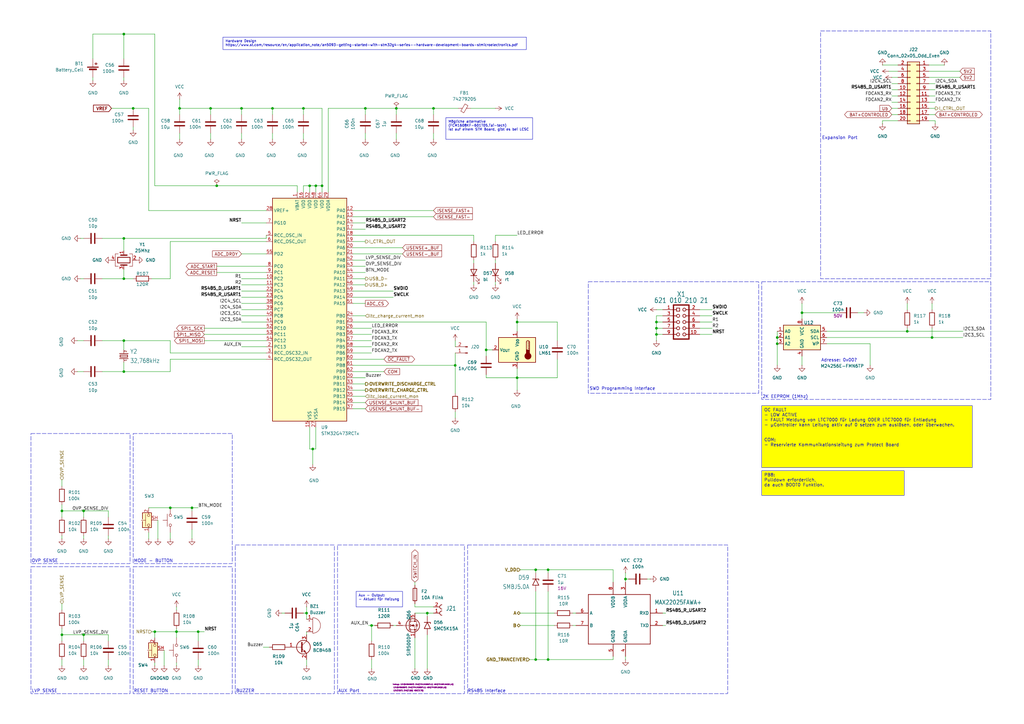
<source format=kicad_sch>
(kicad_sch
	(version 20250114)
	(generator "eeschema")
	(generator_version "9.0")
	(uuid "5f8b4aef-32eb-44a5-ac07-33765c2ecb50")
	(paper "A3")
	(title_block
		(title "Controller and Interfaces")
		(company "ECS Falko Jahn e.K.")
	)
	(lib_symbols
		(symbol "Connector:Conn_01x02_Pin"
			(pin_names
				(offset 1.016)
				(hide yes)
			)
			(exclude_from_sim no)
			(in_bom yes)
			(on_board yes)
			(property "Reference" "J"
				(at 0 2.54 0)
				(effects
					(font
						(size 1.27 1.27)
					)
				)
			)
			(property "Value" "Conn_01x02_Pin"
				(at 0 -5.08 0)
				(effects
					(font
						(size 1.27 1.27)
					)
				)
			)
			(property "Footprint" ""
				(at 0 0 0)
				(effects
					(font
						(size 1.27 1.27)
					)
					(hide yes)
				)
			)
			(property "Datasheet" "~"
				(at 0 0 0)
				(effects
					(font
						(size 1.27 1.27)
					)
					(hide yes)
				)
			)
			(property "Description" "Generic connector, single row, 01x02, script generated"
				(at 0 0 0)
				(effects
					(font
						(size 1.27 1.27)
					)
					(hide yes)
				)
			)
			(property "ki_locked" ""
				(at 0 0 0)
				(effects
					(font
						(size 1.27 1.27)
					)
				)
			)
			(property "ki_keywords" "connector"
				(at 0 0 0)
				(effects
					(font
						(size 1.27 1.27)
					)
					(hide yes)
				)
			)
			(property "ki_fp_filters" "Connector*:*_1x??_*"
				(at 0 0 0)
				(effects
					(font
						(size 1.27 1.27)
					)
					(hide yes)
				)
			)
			(symbol "Conn_01x02_Pin_1_1"
				(rectangle
					(start 0.8636 0.127)
					(end 0 -0.127)
					(stroke
						(width 0.1524)
						(type default)
					)
					(fill
						(type outline)
					)
				)
				(rectangle
					(start 0.8636 -2.413)
					(end 0 -2.667)
					(stroke
						(width 0.1524)
						(type default)
					)
					(fill
						(type outline)
					)
				)
				(polyline
					(pts
						(xy 1.27 0) (xy 0.8636 0)
					)
					(stroke
						(width 0.1524)
						(type default)
					)
					(fill
						(type none)
					)
				)
				(polyline
					(pts
						(xy 1.27 -2.54) (xy 0.8636 -2.54)
					)
					(stroke
						(width 0.1524)
						(type default)
					)
					(fill
						(type none)
					)
				)
				(pin passive line
					(at 5.08 0 180)
					(length 3.81)
					(name "Pin_1"
						(effects
							(font
								(size 1.27 1.27)
							)
						)
					)
					(number "1"
						(effects
							(font
								(size 1.27 1.27)
							)
						)
					)
				)
				(pin passive line
					(at 5.08 -2.54 180)
					(length 3.81)
					(name "Pin_2"
						(effects
							(font
								(size 1.27 1.27)
							)
						)
					)
					(number "2"
						(effects
							(font
								(size 1.27 1.27)
							)
						)
					)
				)
			)
			(embedded_fonts no)
		)
		(symbol "Connector_Generic:Conn_02x10_Odd_Even"
			(pin_names
				(offset 1.016)
				(hide yes)
			)
			(exclude_from_sim no)
			(in_bom yes)
			(on_board yes)
			(property "Reference" "J"
				(at 1.27 12.7 0)
				(effects
					(font
						(size 1.27 1.27)
					)
				)
			)
			(property "Value" "Conn_02x10_Odd_Even"
				(at 1.27 -15.24 0)
				(effects
					(font
						(size 1.27 1.27)
					)
				)
			)
			(property "Footprint" ""
				(at 0 0 0)
				(effects
					(font
						(size 1.27 1.27)
					)
					(hide yes)
				)
			)
			(property "Datasheet" "~"
				(at 0 0 0)
				(effects
					(font
						(size 1.27 1.27)
					)
					(hide yes)
				)
			)
			(property "Description" "Generic connector, double row, 02x10, odd/even pin numbering scheme (row 1 odd numbers, row 2 even numbers), script generated (kicad-library-utils/schlib/autogen/connector/)"
				(at 0 0 0)
				(effects
					(font
						(size 1.27 1.27)
					)
					(hide yes)
				)
			)
			(property "ki_keywords" "connector"
				(at 0 0 0)
				(effects
					(font
						(size 1.27 1.27)
					)
					(hide yes)
				)
			)
			(property "ki_fp_filters" "Connector*:*_2x??_*"
				(at 0 0 0)
				(effects
					(font
						(size 1.27 1.27)
					)
					(hide yes)
				)
			)
			(symbol "Conn_02x10_Odd_Even_1_1"
				(rectangle
					(start -1.27 11.43)
					(end 3.81 -13.97)
					(stroke
						(width 0.254)
						(type default)
					)
					(fill
						(type background)
					)
				)
				(rectangle
					(start -1.27 10.287)
					(end 0 10.033)
					(stroke
						(width 0.1524)
						(type default)
					)
					(fill
						(type none)
					)
				)
				(rectangle
					(start -1.27 7.747)
					(end 0 7.493)
					(stroke
						(width 0.1524)
						(type default)
					)
					(fill
						(type none)
					)
				)
				(rectangle
					(start -1.27 5.207)
					(end 0 4.953)
					(stroke
						(width 0.1524)
						(type default)
					)
					(fill
						(type none)
					)
				)
				(rectangle
					(start -1.27 2.667)
					(end 0 2.413)
					(stroke
						(width 0.1524)
						(type default)
					)
					(fill
						(type none)
					)
				)
				(rectangle
					(start -1.27 0.127)
					(end 0 -0.127)
					(stroke
						(width 0.1524)
						(type default)
					)
					(fill
						(type none)
					)
				)
				(rectangle
					(start -1.27 -2.413)
					(end 0 -2.667)
					(stroke
						(width 0.1524)
						(type default)
					)
					(fill
						(type none)
					)
				)
				(rectangle
					(start -1.27 -4.953)
					(end 0 -5.207)
					(stroke
						(width 0.1524)
						(type default)
					)
					(fill
						(type none)
					)
				)
				(rectangle
					(start -1.27 -7.493)
					(end 0 -7.747)
					(stroke
						(width 0.1524)
						(type default)
					)
					(fill
						(type none)
					)
				)
				(rectangle
					(start -1.27 -10.033)
					(end 0 -10.287)
					(stroke
						(width 0.1524)
						(type default)
					)
					(fill
						(type none)
					)
				)
				(rectangle
					(start -1.27 -12.573)
					(end 0 -12.827)
					(stroke
						(width 0.1524)
						(type default)
					)
					(fill
						(type none)
					)
				)
				(rectangle
					(start 3.81 10.287)
					(end 2.54 10.033)
					(stroke
						(width 0.1524)
						(type default)
					)
					(fill
						(type none)
					)
				)
				(rectangle
					(start 3.81 7.747)
					(end 2.54 7.493)
					(stroke
						(width 0.1524)
						(type default)
					)
					(fill
						(type none)
					)
				)
				(rectangle
					(start 3.81 5.207)
					(end 2.54 4.953)
					(stroke
						(width 0.1524)
						(type default)
					)
					(fill
						(type none)
					)
				)
				(rectangle
					(start 3.81 2.667)
					(end 2.54 2.413)
					(stroke
						(width 0.1524)
						(type default)
					)
					(fill
						(type none)
					)
				)
				(rectangle
					(start 3.81 0.127)
					(end 2.54 -0.127)
					(stroke
						(width 0.1524)
						(type default)
					)
					(fill
						(type none)
					)
				)
				(rectangle
					(start 3.81 -2.413)
					(end 2.54 -2.667)
					(stroke
						(width 0.1524)
						(type default)
					)
					(fill
						(type none)
					)
				)
				(rectangle
					(start 3.81 -4.953)
					(end 2.54 -5.207)
					(stroke
						(width 0.1524)
						(type default)
					)
					(fill
						(type none)
					)
				)
				(rectangle
					(start 3.81 -7.493)
					(end 2.54 -7.747)
					(stroke
						(width 0.1524)
						(type default)
					)
					(fill
						(type none)
					)
				)
				(rectangle
					(start 3.81 -10.033)
					(end 2.54 -10.287)
					(stroke
						(width 0.1524)
						(type default)
					)
					(fill
						(type none)
					)
				)
				(rectangle
					(start 3.81 -12.573)
					(end 2.54 -12.827)
					(stroke
						(width 0.1524)
						(type default)
					)
					(fill
						(type none)
					)
				)
				(pin passive line
					(at -5.08 10.16 0)
					(length 3.81)
					(name "Pin_1"
						(effects
							(font
								(size 1.27 1.27)
							)
						)
					)
					(number "1"
						(effects
							(font
								(size 1.27 1.27)
							)
						)
					)
				)
				(pin passive line
					(at -5.08 7.62 0)
					(length 3.81)
					(name "Pin_3"
						(effects
							(font
								(size 1.27 1.27)
							)
						)
					)
					(number "3"
						(effects
							(font
								(size 1.27 1.27)
							)
						)
					)
				)
				(pin passive line
					(at -5.08 5.08 0)
					(length 3.81)
					(name "Pin_5"
						(effects
							(font
								(size 1.27 1.27)
							)
						)
					)
					(number "5"
						(effects
							(font
								(size 1.27 1.27)
							)
						)
					)
				)
				(pin passive line
					(at -5.08 2.54 0)
					(length 3.81)
					(name "Pin_7"
						(effects
							(font
								(size 1.27 1.27)
							)
						)
					)
					(number "7"
						(effects
							(font
								(size 1.27 1.27)
							)
						)
					)
				)
				(pin passive line
					(at -5.08 0 0)
					(length 3.81)
					(name "Pin_9"
						(effects
							(font
								(size 1.27 1.27)
							)
						)
					)
					(number "9"
						(effects
							(font
								(size 1.27 1.27)
							)
						)
					)
				)
				(pin passive line
					(at -5.08 -2.54 0)
					(length 3.81)
					(name "Pin_11"
						(effects
							(font
								(size 1.27 1.27)
							)
						)
					)
					(number "11"
						(effects
							(font
								(size 1.27 1.27)
							)
						)
					)
				)
				(pin passive line
					(at -5.08 -5.08 0)
					(length 3.81)
					(name "Pin_13"
						(effects
							(font
								(size 1.27 1.27)
							)
						)
					)
					(number "13"
						(effects
							(font
								(size 1.27 1.27)
							)
						)
					)
				)
				(pin passive line
					(at -5.08 -7.62 0)
					(length 3.81)
					(name "Pin_15"
						(effects
							(font
								(size 1.27 1.27)
							)
						)
					)
					(number "15"
						(effects
							(font
								(size 1.27 1.27)
							)
						)
					)
				)
				(pin passive line
					(at -5.08 -10.16 0)
					(length 3.81)
					(name "Pin_17"
						(effects
							(font
								(size 1.27 1.27)
							)
						)
					)
					(number "17"
						(effects
							(font
								(size 1.27 1.27)
							)
						)
					)
				)
				(pin passive line
					(at -5.08 -12.7 0)
					(length 3.81)
					(name "Pin_19"
						(effects
							(font
								(size 1.27 1.27)
							)
						)
					)
					(number "19"
						(effects
							(font
								(size 1.27 1.27)
							)
						)
					)
				)
				(pin passive line
					(at 7.62 10.16 180)
					(length 3.81)
					(name "Pin_2"
						(effects
							(font
								(size 1.27 1.27)
							)
						)
					)
					(number "2"
						(effects
							(font
								(size 1.27 1.27)
							)
						)
					)
				)
				(pin passive line
					(at 7.62 7.62 180)
					(length 3.81)
					(name "Pin_4"
						(effects
							(font
								(size 1.27 1.27)
							)
						)
					)
					(number "4"
						(effects
							(font
								(size 1.27 1.27)
							)
						)
					)
				)
				(pin passive line
					(at 7.62 5.08 180)
					(length 3.81)
					(name "Pin_6"
						(effects
							(font
								(size 1.27 1.27)
							)
						)
					)
					(number "6"
						(effects
							(font
								(size 1.27 1.27)
							)
						)
					)
				)
				(pin passive line
					(at 7.62 2.54 180)
					(length 3.81)
					(name "Pin_8"
						(effects
							(font
								(size 1.27 1.27)
							)
						)
					)
					(number "8"
						(effects
							(font
								(size 1.27 1.27)
							)
						)
					)
				)
				(pin passive line
					(at 7.62 0 180)
					(length 3.81)
					(name "Pin_10"
						(effects
							(font
								(size 1.27 1.27)
							)
						)
					)
					(number "10"
						(effects
							(font
								(size 1.27 1.27)
							)
						)
					)
				)
				(pin passive line
					(at 7.62 -2.54 180)
					(length 3.81)
					(name "Pin_12"
						(effects
							(font
								(size 1.27 1.27)
							)
						)
					)
					(number "12"
						(effects
							(font
								(size 1.27 1.27)
							)
						)
					)
				)
				(pin passive line
					(at 7.62 -5.08 180)
					(length 3.81)
					(name "Pin_14"
						(effects
							(font
								(size 1.27 1.27)
							)
						)
					)
					(number "14"
						(effects
							(font
								(size 1.27 1.27)
							)
						)
					)
				)
				(pin passive line
					(at 7.62 -7.62 180)
					(length 3.81)
					(name "Pin_16"
						(effects
							(font
								(size 1.27 1.27)
							)
						)
					)
					(number "16"
						(effects
							(font
								(size 1.27 1.27)
							)
						)
					)
				)
				(pin passive line
					(at 7.62 -10.16 180)
					(length 3.81)
					(name "Pin_18"
						(effects
							(font
								(size 1.27 1.27)
							)
						)
					)
					(number "18"
						(effects
							(font
								(size 1.27 1.27)
							)
						)
					)
				)
				(pin passive line
					(at 7.62 -12.7 180)
					(length 3.81)
					(name "Pin_20"
						(effects
							(font
								(size 1.27 1.27)
							)
						)
					)
					(number "20"
						(effects
							(font
								(size 1.27 1.27)
							)
						)
					)
				)
			)
			(embedded_fonts no)
		)
		(symbol "Device:Battery_Cell"
			(pin_numbers
				(hide yes)
			)
			(pin_names
				(offset 0)
				(hide yes)
			)
			(exclude_from_sim no)
			(in_bom yes)
			(on_board yes)
			(property "Reference" "BT"
				(at 2.54 2.54 0)
				(effects
					(font
						(size 1.27 1.27)
					)
					(justify left)
				)
			)
			(property "Value" "Battery_Cell"
				(at 2.54 0 0)
				(effects
					(font
						(size 1.27 1.27)
					)
					(justify left)
				)
			)
			(property "Footprint" ""
				(at 0 1.524 90)
				(effects
					(font
						(size 1.27 1.27)
					)
					(hide yes)
				)
			)
			(property "Datasheet" "~"
				(at 0 1.524 90)
				(effects
					(font
						(size 1.27 1.27)
					)
					(hide yes)
				)
			)
			(property "Description" "Single-cell battery"
				(at 0 0 0)
				(effects
					(font
						(size 1.27 1.27)
					)
					(hide yes)
				)
			)
			(property "ki_keywords" "battery cell"
				(at 0 0 0)
				(effects
					(font
						(size 1.27 1.27)
					)
					(hide yes)
				)
			)
			(symbol "Battery_Cell_0_1"
				(rectangle
					(start -2.286 1.778)
					(end 2.286 1.524)
					(stroke
						(width 0)
						(type default)
					)
					(fill
						(type outline)
					)
				)
				(rectangle
					(start -1.524 1.016)
					(end 1.524 0.508)
					(stroke
						(width 0)
						(type default)
					)
					(fill
						(type outline)
					)
				)
				(polyline
					(pts
						(xy 0 1.778) (xy 0 2.54)
					)
					(stroke
						(width 0)
						(type default)
					)
					(fill
						(type none)
					)
				)
				(polyline
					(pts
						(xy 0 0.762) (xy 0 0)
					)
					(stroke
						(width 0)
						(type default)
					)
					(fill
						(type none)
					)
				)
				(polyline
					(pts
						(xy 0.762 3.048) (xy 1.778 3.048)
					)
					(stroke
						(width 0.254)
						(type default)
					)
					(fill
						(type none)
					)
				)
				(polyline
					(pts
						(xy 1.27 3.556) (xy 1.27 2.54)
					)
					(stroke
						(width 0.254)
						(type default)
					)
					(fill
						(type none)
					)
				)
			)
			(symbol "Battery_Cell_1_1"
				(pin passive line
					(at 0 5.08 270)
					(length 2.54)
					(name "+"
						(effects
							(font
								(size 1.27 1.27)
							)
						)
					)
					(number "1"
						(effects
							(font
								(size 1.27 1.27)
							)
						)
					)
				)
				(pin passive line
					(at 0 -2.54 90)
					(length 2.54)
					(name "-"
						(effects
							(font
								(size 1.27 1.27)
							)
						)
					)
					(number "2"
						(effects
							(font
								(size 1.27 1.27)
							)
						)
					)
				)
			)
			(embedded_fonts no)
		)
		(symbol "Device:Buzzer"
			(pin_names
				(offset 0.0254)
				(hide yes)
			)
			(exclude_from_sim no)
			(in_bom yes)
			(on_board yes)
			(property "Reference" "BZ"
				(at 3.81 1.27 0)
				(effects
					(font
						(size 1.27 1.27)
					)
					(justify left)
				)
			)
			(property "Value" "Buzzer"
				(at 3.81 -1.27 0)
				(effects
					(font
						(size 1.27 1.27)
					)
					(justify left)
				)
			)
			(property "Footprint" ""
				(at -0.635 2.54 90)
				(effects
					(font
						(size 1.27 1.27)
					)
					(hide yes)
				)
			)
			(property "Datasheet" "~"
				(at -0.635 2.54 90)
				(effects
					(font
						(size 1.27 1.27)
					)
					(hide yes)
				)
			)
			(property "Description" "Buzzer, polarized"
				(at 0 0 0)
				(effects
					(font
						(size 1.27 1.27)
					)
					(hide yes)
				)
			)
			(property "ki_keywords" "quartz resonator ceramic"
				(at 0 0 0)
				(effects
					(font
						(size 1.27 1.27)
					)
					(hide yes)
				)
			)
			(property "ki_fp_filters" "*Buzzer*"
				(at 0 0 0)
				(effects
					(font
						(size 1.27 1.27)
					)
					(hide yes)
				)
			)
			(symbol "Buzzer_0_1"
				(polyline
					(pts
						(xy -1.651 1.905) (xy -1.143 1.905)
					)
					(stroke
						(width 0)
						(type default)
					)
					(fill
						(type none)
					)
				)
				(polyline
					(pts
						(xy -1.397 2.159) (xy -1.397 1.651)
					)
					(stroke
						(width 0)
						(type default)
					)
					(fill
						(type none)
					)
				)
				(arc
					(start 0 3.175)
					(mid 3.1612 0)
					(end 0 -3.175)
					(stroke
						(width 0)
						(type default)
					)
					(fill
						(type none)
					)
				)
				(polyline
					(pts
						(xy 0 3.175) (xy 0 -3.175)
					)
					(stroke
						(width 0)
						(type default)
					)
					(fill
						(type none)
					)
				)
			)
			(symbol "Buzzer_1_1"
				(pin passive line
					(at -2.54 2.54 0)
					(length 2.54)
					(name "+"
						(effects
							(font
								(size 1.27 1.27)
							)
						)
					)
					(number "1"
						(effects
							(font
								(size 1.27 1.27)
							)
						)
					)
				)
				(pin passive line
					(at -2.54 -2.54 0)
					(length 2.54)
					(name "-"
						(effects
							(font
								(size 1.27 1.27)
							)
						)
					)
					(number "2"
						(effects
							(font
								(size 1.27 1.27)
							)
						)
					)
				)
			)
			(embedded_fonts no)
		)
		(symbol "Device:C"
			(pin_numbers
				(hide yes)
			)
			(pin_names
				(offset 0.254)
			)
			(exclude_from_sim no)
			(in_bom yes)
			(on_board yes)
			(property "Reference" "C"
				(at 0.635 2.54 0)
				(effects
					(font
						(size 1.27 1.27)
					)
					(justify left)
				)
			)
			(property "Value" "C"
				(at 0.635 -2.54 0)
				(effects
					(font
						(size 1.27 1.27)
					)
					(justify left)
				)
			)
			(property "Footprint" ""
				(at 0.9652 -3.81 0)
				(effects
					(font
						(size 1.27 1.27)
					)
					(hide yes)
				)
			)
			(property "Datasheet" "~"
				(at 0 0 0)
				(effects
					(font
						(size 1.27 1.27)
					)
					(hide yes)
				)
			)
			(property "Description" "Unpolarized capacitor"
				(at 0 0 0)
				(effects
					(font
						(size 1.27 1.27)
					)
					(hide yes)
				)
			)
			(property "ki_keywords" "cap capacitor"
				(at 0 0 0)
				(effects
					(font
						(size 1.27 1.27)
					)
					(hide yes)
				)
			)
			(property "ki_fp_filters" "C_*"
				(at 0 0 0)
				(effects
					(font
						(size 1.27 1.27)
					)
					(hide yes)
				)
			)
			(symbol "C_0_1"
				(polyline
					(pts
						(xy -2.032 0.762) (xy 2.032 0.762)
					)
					(stroke
						(width 0.508)
						(type default)
					)
					(fill
						(type none)
					)
				)
				(polyline
					(pts
						(xy -2.032 -0.762) (xy 2.032 -0.762)
					)
					(stroke
						(width 0.508)
						(type default)
					)
					(fill
						(type none)
					)
				)
			)
			(symbol "C_1_1"
				(pin passive line
					(at 0 3.81 270)
					(length 2.794)
					(name "~"
						(effects
							(font
								(size 1.27 1.27)
							)
						)
					)
					(number "1"
						(effects
							(font
								(size 1.27 1.27)
							)
						)
					)
				)
				(pin passive line
					(at 0 -3.81 90)
					(length 2.794)
					(name "~"
						(effects
							(font
								(size 1.27 1.27)
							)
						)
					)
					(number "2"
						(effects
							(font
								(size 1.27 1.27)
							)
						)
					)
				)
			)
			(embedded_fonts no)
		)
		(symbol "Device:Crystal_GND24"
			(pin_names
				(offset 1.016)
				(hide yes)
			)
			(exclude_from_sim no)
			(in_bom yes)
			(on_board yes)
			(property "Reference" "Y"
				(at 3.175 5.08 0)
				(effects
					(font
						(size 1.27 1.27)
					)
					(justify left)
				)
			)
			(property "Value" "Crystal_GND24"
				(at 3.175 3.175 0)
				(effects
					(font
						(size 1.27 1.27)
					)
					(justify left)
				)
			)
			(property "Footprint" ""
				(at 0 0 0)
				(effects
					(font
						(size 1.27 1.27)
					)
					(hide yes)
				)
			)
			(property "Datasheet" "~"
				(at 0 0 0)
				(effects
					(font
						(size 1.27 1.27)
					)
					(hide yes)
				)
			)
			(property "Description" "Four pin crystal, GND on pins 2 and 4"
				(at 0 0 0)
				(effects
					(font
						(size 1.27 1.27)
					)
					(hide yes)
				)
			)
			(property "ki_keywords" "quartz ceramic resonator oscillator"
				(at 0 0 0)
				(effects
					(font
						(size 1.27 1.27)
					)
					(hide yes)
				)
			)
			(property "ki_fp_filters" "Crystal*"
				(at 0 0 0)
				(effects
					(font
						(size 1.27 1.27)
					)
					(hide yes)
				)
			)
			(symbol "Crystal_GND24_0_1"
				(polyline
					(pts
						(xy -2.54 2.286) (xy -2.54 3.556) (xy 2.54 3.556) (xy 2.54 2.286)
					)
					(stroke
						(width 0)
						(type default)
					)
					(fill
						(type none)
					)
				)
				(polyline
					(pts
						(xy -2.54 0) (xy -2.032 0)
					)
					(stroke
						(width 0)
						(type default)
					)
					(fill
						(type none)
					)
				)
				(polyline
					(pts
						(xy -2.54 -2.286) (xy -2.54 -3.556) (xy 2.54 -3.556) (xy 2.54 -2.286)
					)
					(stroke
						(width 0)
						(type default)
					)
					(fill
						(type none)
					)
				)
				(polyline
					(pts
						(xy -2.032 -1.27) (xy -2.032 1.27)
					)
					(stroke
						(width 0.508)
						(type default)
					)
					(fill
						(type none)
					)
				)
				(rectangle
					(start -1.143 2.54)
					(end 1.143 -2.54)
					(stroke
						(width 0.3048)
						(type default)
					)
					(fill
						(type none)
					)
				)
				(polyline
					(pts
						(xy 0 3.556) (xy 0 3.81)
					)
					(stroke
						(width 0)
						(type default)
					)
					(fill
						(type none)
					)
				)
				(polyline
					(pts
						(xy 0 -3.81) (xy 0 -3.556)
					)
					(stroke
						(width 0)
						(type default)
					)
					(fill
						(type none)
					)
				)
				(polyline
					(pts
						(xy 2.032 0) (xy 2.54 0)
					)
					(stroke
						(width 0)
						(type default)
					)
					(fill
						(type none)
					)
				)
				(polyline
					(pts
						(xy 2.032 -1.27) (xy 2.032 1.27)
					)
					(stroke
						(width 0.508)
						(type default)
					)
					(fill
						(type none)
					)
				)
			)
			(symbol "Crystal_GND24_1_1"
				(pin passive line
					(at -3.81 0 0)
					(length 1.27)
					(name "1"
						(effects
							(font
								(size 1.27 1.27)
							)
						)
					)
					(number "1"
						(effects
							(font
								(size 1.27 1.27)
							)
						)
					)
				)
				(pin passive line
					(at 0 5.08 270)
					(length 1.27)
					(name "2"
						(effects
							(font
								(size 1.27 1.27)
							)
						)
					)
					(number "2"
						(effects
							(font
								(size 1.27 1.27)
							)
						)
					)
				)
				(pin passive line
					(at 0 -5.08 90)
					(length 1.27)
					(name "4"
						(effects
							(font
								(size 1.27 1.27)
							)
						)
					)
					(number "4"
						(effects
							(font
								(size 1.27 1.27)
							)
						)
					)
				)
				(pin passive line
					(at 3.81 0 180)
					(length 1.27)
					(name "3"
						(effects
							(font
								(size 1.27 1.27)
							)
						)
					)
					(number "3"
						(effects
							(font
								(size 1.27 1.27)
							)
						)
					)
				)
			)
			(embedded_fonts no)
		)
		(symbol "Device:FerriteBead_Small"
			(pin_numbers
				(hide yes)
			)
			(pin_names
				(offset 0)
			)
			(exclude_from_sim no)
			(in_bom yes)
			(on_board yes)
			(property "Reference" "FB"
				(at 1.905 1.27 0)
				(effects
					(font
						(size 1.27 1.27)
					)
					(justify left)
				)
			)
			(property "Value" "FerriteBead_Small"
				(at 1.905 -1.27 0)
				(effects
					(font
						(size 1.27 1.27)
					)
					(justify left)
				)
			)
			(property "Footprint" ""
				(at -1.778 0 90)
				(effects
					(font
						(size 1.27 1.27)
					)
					(hide yes)
				)
			)
			(property "Datasheet" "~"
				(at 0 0 0)
				(effects
					(font
						(size 1.27 1.27)
					)
					(hide yes)
				)
			)
			(property "Description" "Ferrite bead, small symbol"
				(at 0 0 0)
				(effects
					(font
						(size 1.27 1.27)
					)
					(hide yes)
				)
			)
			(property "ki_keywords" "L ferrite bead inductor filter"
				(at 0 0 0)
				(effects
					(font
						(size 1.27 1.27)
					)
					(hide yes)
				)
			)
			(property "ki_fp_filters" "Inductor_* L_* *Ferrite*"
				(at 0 0 0)
				(effects
					(font
						(size 1.27 1.27)
					)
					(hide yes)
				)
			)
			(symbol "FerriteBead_Small_0_1"
				(polyline
					(pts
						(xy -1.8288 0.2794) (xy -1.1176 1.4986) (xy 1.8288 -0.2032) (xy 1.1176 -1.4224) (xy -1.8288 0.2794)
					)
					(stroke
						(width 0)
						(type default)
					)
					(fill
						(type none)
					)
				)
				(polyline
					(pts
						(xy 0 0.889) (xy 0 1.2954)
					)
					(stroke
						(width 0)
						(type default)
					)
					(fill
						(type none)
					)
				)
				(polyline
					(pts
						(xy 0 -1.27) (xy 0 -0.7874)
					)
					(stroke
						(width 0)
						(type default)
					)
					(fill
						(type none)
					)
				)
			)
			(symbol "FerriteBead_Small_1_1"
				(pin passive line
					(at 0 2.54 270)
					(length 1.27)
					(name "~"
						(effects
							(font
								(size 1.27 1.27)
							)
						)
					)
					(number "1"
						(effects
							(font
								(size 1.27 1.27)
							)
						)
					)
				)
				(pin passive line
					(at 0 -2.54 90)
					(length 1.27)
					(name "~"
						(effects
							(font
								(size 1.27 1.27)
							)
						)
					)
					(number "2"
						(effects
							(font
								(size 1.27 1.27)
							)
						)
					)
				)
			)
			(embedded_fonts no)
		)
		(symbol "Device:Fuse"
			(pin_numbers
				(hide yes)
			)
			(pin_names
				(offset 0)
			)
			(exclude_from_sim no)
			(in_bom yes)
			(on_board yes)
			(property "Reference" "F"
				(at 2.032 0 90)
				(effects
					(font
						(size 1.27 1.27)
					)
				)
			)
			(property "Value" "Fuse"
				(at -1.905 0 90)
				(effects
					(font
						(size 1.27 1.27)
					)
				)
			)
			(property "Footprint" ""
				(at -1.778 0 90)
				(effects
					(font
						(size 1.27 1.27)
					)
					(hide yes)
				)
			)
			(property "Datasheet" "~"
				(at 0 0 0)
				(effects
					(font
						(size 1.27 1.27)
					)
					(hide yes)
				)
			)
			(property "Description" "Fuse"
				(at 0 0 0)
				(effects
					(font
						(size 1.27 1.27)
					)
					(hide yes)
				)
			)
			(property "ki_keywords" "fuse"
				(at 0 0 0)
				(effects
					(font
						(size 1.27 1.27)
					)
					(hide yes)
				)
			)
			(property "ki_fp_filters" "*Fuse*"
				(at 0 0 0)
				(effects
					(font
						(size 1.27 1.27)
					)
					(hide yes)
				)
			)
			(symbol "Fuse_0_1"
				(rectangle
					(start -0.762 -2.54)
					(end 0.762 2.54)
					(stroke
						(width 0.254)
						(type default)
					)
					(fill
						(type none)
					)
				)
				(polyline
					(pts
						(xy 0 2.54) (xy 0 -2.54)
					)
					(stroke
						(width 0)
						(type default)
					)
					(fill
						(type none)
					)
				)
			)
			(symbol "Fuse_1_1"
				(pin passive line
					(at 0 3.81 270)
					(length 1.27)
					(name "~"
						(effects
							(font
								(size 1.27 1.27)
							)
						)
					)
					(number "1"
						(effects
							(font
								(size 1.27 1.27)
							)
						)
					)
				)
				(pin passive line
					(at 0 -3.81 90)
					(length 1.27)
					(name "~"
						(effects
							(font
								(size 1.27 1.27)
							)
						)
					)
					(number "2"
						(effects
							(font
								(size 1.27 1.27)
							)
						)
					)
				)
			)
			(embedded_fonts no)
		)
		(symbol "Device:LED"
			(pin_numbers
				(hide yes)
			)
			(pin_names
				(offset 1.016)
				(hide yes)
			)
			(exclude_from_sim no)
			(in_bom yes)
			(on_board yes)
			(property "Reference" "D"
				(at 0 2.54 0)
				(effects
					(font
						(size 1.27 1.27)
					)
				)
			)
			(property "Value" "LED"
				(at 0 -2.54 0)
				(effects
					(font
						(size 1.27 1.27)
					)
				)
			)
			(property "Footprint" ""
				(at 0 0 0)
				(effects
					(font
						(size 1.27 1.27)
					)
					(hide yes)
				)
			)
			(property "Datasheet" "~"
				(at 0 0 0)
				(effects
					(font
						(size 1.27 1.27)
					)
					(hide yes)
				)
			)
			(property "Description" "Light emitting diode"
				(at 0 0 0)
				(effects
					(font
						(size 1.27 1.27)
					)
					(hide yes)
				)
			)
			(property "Sim.Pins" "1=K 2=A"
				(at 0 0 0)
				(effects
					(font
						(size 1.27 1.27)
					)
					(hide yes)
				)
			)
			(property "ki_keywords" "LED diode"
				(at 0 0 0)
				(effects
					(font
						(size 1.27 1.27)
					)
					(hide yes)
				)
			)
			(property "ki_fp_filters" "LED* LED_SMD:* LED_THT:*"
				(at 0 0 0)
				(effects
					(font
						(size 1.27 1.27)
					)
					(hide yes)
				)
			)
			(symbol "LED_0_1"
				(polyline
					(pts
						(xy -3.048 -0.762) (xy -4.572 -2.286) (xy -3.81 -2.286) (xy -4.572 -2.286) (xy -4.572 -1.524)
					)
					(stroke
						(width 0)
						(type default)
					)
					(fill
						(type none)
					)
				)
				(polyline
					(pts
						(xy -1.778 -0.762) (xy -3.302 -2.286) (xy -2.54 -2.286) (xy -3.302 -2.286) (xy -3.302 -1.524)
					)
					(stroke
						(width 0)
						(type default)
					)
					(fill
						(type none)
					)
				)
				(polyline
					(pts
						(xy -1.27 0) (xy 1.27 0)
					)
					(stroke
						(width 0)
						(type default)
					)
					(fill
						(type none)
					)
				)
				(polyline
					(pts
						(xy -1.27 -1.27) (xy -1.27 1.27)
					)
					(stroke
						(width 0.254)
						(type default)
					)
					(fill
						(type none)
					)
				)
				(polyline
					(pts
						(xy 1.27 -1.27) (xy 1.27 1.27) (xy -1.27 0) (xy 1.27 -1.27)
					)
					(stroke
						(width 0.254)
						(type default)
					)
					(fill
						(type none)
					)
				)
			)
			(symbol "LED_1_1"
				(pin passive line
					(at -3.81 0 0)
					(length 2.54)
					(name "K"
						(effects
							(font
								(size 1.27 1.27)
							)
						)
					)
					(number "1"
						(effects
							(font
								(size 1.27 1.27)
							)
						)
					)
				)
				(pin passive line
					(at 3.81 0 180)
					(length 2.54)
					(name "A"
						(effects
							(font
								(size 1.27 1.27)
							)
						)
					)
					(number "2"
						(effects
							(font
								(size 1.27 1.27)
							)
						)
					)
				)
			)
			(embedded_fonts no)
		)
		(symbol "Device:R"
			(pin_numbers
				(hide yes)
			)
			(pin_names
				(offset 0)
			)
			(exclude_from_sim no)
			(in_bom yes)
			(on_board yes)
			(property "Reference" "R"
				(at 2.032 0 90)
				(effects
					(font
						(size 1.27 1.27)
					)
				)
			)
			(property "Value" "R"
				(at 0 0 90)
				(effects
					(font
						(size 1.27 1.27)
					)
				)
			)
			(property "Footprint" ""
				(at -1.778 0 90)
				(effects
					(font
						(size 1.27 1.27)
					)
					(hide yes)
				)
			)
			(property "Datasheet" "~"
				(at 0 0 0)
				(effects
					(font
						(size 1.27 1.27)
					)
					(hide yes)
				)
			)
			(property "Description" "Resistor"
				(at 0 0 0)
				(effects
					(font
						(size 1.27 1.27)
					)
					(hide yes)
				)
			)
			(property "ki_keywords" "R res resistor"
				(at 0 0 0)
				(effects
					(font
						(size 1.27 1.27)
					)
					(hide yes)
				)
			)
			(property "ki_fp_filters" "R_*"
				(at 0 0 0)
				(effects
					(font
						(size 1.27 1.27)
					)
					(hide yes)
				)
			)
			(symbol "R_0_1"
				(rectangle
					(start -1.016 -2.54)
					(end 1.016 2.54)
					(stroke
						(width 0.254)
						(type default)
					)
					(fill
						(type none)
					)
				)
			)
			(symbol "R_1_1"
				(pin passive line
					(at 0 3.81 270)
					(length 1.27)
					(name "~"
						(effects
							(font
								(size 1.27 1.27)
							)
						)
					)
					(number "1"
						(effects
							(font
								(size 1.27 1.27)
							)
						)
					)
				)
				(pin passive line
					(at 0 -3.81 90)
					(length 1.27)
					(name "~"
						(effects
							(font
								(size 1.27 1.27)
							)
						)
					)
					(number "2"
						(effects
							(font
								(size 1.27 1.27)
							)
						)
					)
				)
			)
			(embedded_fonts no)
		)
		(symbol "Diode:1.5KExxA"
			(pin_numbers
				(hide yes)
			)
			(pin_names
				(offset 1.016)
				(hide yes)
			)
			(exclude_from_sim no)
			(in_bom yes)
			(on_board yes)
			(property "Reference" "D"
				(at 0 2.54 0)
				(effects
					(font
						(size 1.27 1.27)
					)
				)
			)
			(property "Value" "1.5KExxA"
				(at 0 -2.54 0)
				(effects
					(font
						(size 1.27 1.27)
					)
				)
			)
			(property "Footprint" "Diode_THT:D_DO-201AE_P15.24mm_Horizontal"
				(at 0 -5.08 0)
				(effects
					(font
						(size 1.27 1.27)
					)
					(hide yes)
				)
			)
			(property "Datasheet" "https://www.vishay.com/docs/88301/15ke.pdf"
				(at -1.27 0 0)
				(effects
					(font
						(size 1.27 1.27)
					)
					(hide yes)
				)
			)
			(property "Description" "1500W unidirectional TVS diode, DO-201AE"
				(at 0 0 0)
				(effects
					(font
						(size 1.27 1.27)
					)
					(hide yes)
				)
			)
			(property "ki_keywords" "transient voltage suppressor TRANSZORB®"
				(at 0 0 0)
				(effects
					(font
						(size 1.27 1.27)
					)
					(hide yes)
				)
			)
			(property "ki_fp_filters" "D?DO?201AE*"
				(at 0 0 0)
				(effects
					(font
						(size 1.27 1.27)
					)
					(hide yes)
				)
			)
			(symbol "1.5KExxA_0_1"
				(polyline
					(pts
						(xy -0.762 1.27) (xy -1.27 1.27) (xy -1.27 -1.27)
					)
					(stroke
						(width 0.254)
						(type default)
					)
					(fill
						(type none)
					)
				)
				(polyline
					(pts
						(xy 1.27 1.27) (xy 1.27 -1.27) (xy -1.27 0) (xy 1.27 1.27)
					)
					(stroke
						(width 0.254)
						(type default)
					)
					(fill
						(type none)
					)
				)
			)
			(symbol "1.5KExxA_1_1"
				(pin passive line
					(at -3.81 0 0)
					(length 2.54)
					(name "A1"
						(effects
							(font
								(size 1.27 1.27)
							)
						)
					)
					(number "1"
						(effects
							(font
								(size 1.27 1.27)
							)
						)
					)
				)
				(pin passive line
					(at 3.81 0 180)
					(length 2.54)
					(name "A2"
						(effects
							(font
								(size 1.27 1.27)
							)
						)
					)
					(number "2"
						(effects
							(font
								(size 1.27 1.27)
							)
						)
					)
				)
			)
			(embedded_fonts no)
		)
		(symbol "Diode:1.5SMCxxA"
			(pin_numbers
				(hide yes)
			)
			(pin_names
				(offset 1.016)
				(hide yes)
			)
			(exclude_from_sim no)
			(in_bom yes)
			(on_board yes)
			(property "Reference" "D"
				(at 0 2.54 0)
				(effects
					(font
						(size 1.27 1.27)
					)
				)
			)
			(property "Value" "1.5SMCxxA"
				(at 0 -2.54 0)
				(effects
					(font
						(size 1.27 1.27)
					)
				)
			)
			(property "Footprint" "Diode_SMD:D_SMC"
				(at 0 -5.08 0)
				(effects
					(font
						(size 1.27 1.27)
					)
					(hide yes)
				)
			)
			(property "Datasheet" "https://www.vishay.com/docs/88303/15smc.pdf"
				(at -1.27 0 0)
				(effects
					(font
						(size 1.27 1.27)
					)
					(hide yes)
				)
			)
			(property "Description" "1500W unidirectional TVS diode, SMC (DO-201AB)"
				(at 0 0 0)
				(effects
					(font
						(size 1.27 1.27)
					)
					(hide yes)
				)
			)
			(property "ki_keywords" "transient voltage suppressor TRANSZORB®"
				(at 0 0 0)
				(effects
					(font
						(size 1.27 1.27)
					)
					(hide yes)
				)
			)
			(property "ki_fp_filters" "D?SMC*"
				(at 0 0 0)
				(effects
					(font
						(size 1.27 1.27)
					)
					(hide yes)
				)
			)
			(symbol "1.5SMCxxA_0_1"
				(polyline
					(pts
						(xy -0.762 1.27) (xy -1.27 1.27) (xy -1.27 -1.27)
					)
					(stroke
						(width 0.254)
						(type default)
					)
					(fill
						(type none)
					)
				)
				(polyline
					(pts
						(xy 1.27 1.27) (xy 1.27 -1.27) (xy -1.27 0) (xy 1.27 1.27)
					)
					(stroke
						(width 0.254)
						(type default)
					)
					(fill
						(type none)
					)
				)
			)
			(symbol "1.5SMCxxA_1_1"
				(pin passive line
					(at -3.81 0 0)
					(length 2.54)
					(name "A1"
						(effects
							(font
								(size 1.27 1.27)
							)
						)
					)
					(number "1"
						(effects
							(font
								(size 1.27 1.27)
							)
						)
					)
				)
				(pin passive line
					(at 3.81 0 180)
					(length 2.54)
					(name "A2"
						(effects
							(font
								(size 1.27 1.27)
							)
						)
					)
					(number "2"
						(effects
							(font
								(size 1.27 1.27)
							)
						)
					)
				)
			)
			(embedded_fonts no)
		)
		(symbol "MCU_ST_STM32G4:STM32G473RCTx"
			(exclude_from_sim no)
			(in_bom yes)
			(on_board yes)
			(property "Reference" "U"
				(at -15.24 46.99 0)
				(effects
					(font
						(size 1.27 1.27)
					)
					(justify left)
				)
			)
			(property "Value" "STM32G473RCTx"
				(at 10.16 46.99 0)
				(effects
					(font
						(size 1.27 1.27)
					)
					(justify left)
				)
			)
			(property "Footprint" "Package_QFP:LQFP-64_10x10mm_P0.5mm"
				(at -15.24 -45.72 0)
				(effects
					(font
						(size 1.27 1.27)
					)
					(justify right)
					(hide yes)
				)
			)
			(property "Datasheet" "https://www.st.com/resource/en/datasheet/stm32g473rc.pdf"
				(at 0 0 0)
				(effects
					(font
						(size 1.27 1.27)
					)
					(hide yes)
				)
			)
			(property "Description" "STMicroelectronics Arm Cortex-M4 MCU, 256KB flash, 128KB RAM, 170 MHz, 1.71-3.6V, 52 GPIO, LQFP64"
				(at 0 0 0)
				(effects
					(font
						(size 1.27 1.27)
					)
					(hide yes)
				)
			)
			(property "ki_keywords" "Arm Cortex-M4 STM32G4 STM32G4x3"
				(at 0 0 0)
				(effects
					(font
						(size 1.27 1.27)
					)
					(hide yes)
				)
			)
			(property "ki_fp_filters" "LQFP*10x10mm*P0.5mm*"
				(at 0 0 0)
				(effects
					(font
						(size 1.27 1.27)
					)
					(hide yes)
				)
			)
			(symbol "STM32G473RCTx_0_1"
				(rectangle
					(start -15.24 -45.72)
					(end 15.24 45.72)
					(stroke
						(width 0.254)
						(type default)
					)
					(fill
						(type background)
					)
				)
			)
			(symbol "STM32G473RCTx_1_1"
				(pin input line
					(at -17.78 40.64 0)
					(length 2.54)
					(name "VREF+"
						(effects
							(font
								(size 1.27 1.27)
							)
						)
					)
					(number "28"
						(effects
							(font
								(size 1.27 1.27)
							)
						)
					)
					(alternate "VREFBUF_OUT" bidirectional line)
				)
				(pin bidirectional line
					(at -17.78 35.56 0)
					(length 2.54)
					(name "PG10"
						(effects
							(font
								(size 1.27 1.27)
							)
						)
					)
					(number "7"
						(effects
							(font
								(size 1.27 1.27)
							)
						)
					)
					(alternate "DAC1_EXTI10" bidirectional line)
					(alternate "DAC2_EXTI10" bidirectional line)
					(alternate "DAC3_EXTI10" bidirectional line)
					(alternate "DAC4_EXTI10" bidirectional line)
					(alternate "RCC_MCO" bidirectional line)
				)
				(pin bidirectional line
					(at -17.78 30.48 0)
					(length 2.54)
					(name "PF0"
						(effects
							(font
								(size 1.27 1.27)
							)
						)
					)
					(number "5"
						(effects
							(font
								(size 1.27 1.27)
							)
						)
					)
					(alternate "ADC1_IN10" bidirectional line)
					(alternate "I2C2_SDA" bidirectional line)
					(alternate "I2S2_WS" bidirectional line)
					(alternate "RCC_OSC_IN" bidirectional line)
					(alternate "SPI2_NSS" bidirectional line)
					(alternate "TIM1_CH3N" bidirectional line)
				)
				(pin bidirectional line
					(at -17.78 27.94 0)
					(length 2.54)
					(name "PF1"
						(effects
							(font
								(size 1.27 1.27)
							)
						)
					)
					(number "6"
						(effects
							(font
								(size 1.27 1.27)
							)
						)
					)
					(alternate "ADC2_IN10" bidirectional line)
					(alternate "COMP3_INM" bidirectional line)
					(alternate "I2S2_CK" bidirectional line)
					(alternate "RCC_OSC_OUT" bidirectional line)
					(alternate "SPI2_SCK" bidirectional line)
				)
				(pin bidirectional line
					(at -17.78 22.86 0)
					(length 2.54)
					(name "PD2"
						(effects
							(font
								(size 1.27 1.27)
							)
						)
					)
					(number "55"
						(effects
							(font
								(size 1.27 1.27)
							)
						)
					)
					(alternate "ADC3_EXTI2" bidirectional line)
					(alternate "ADC4_EXTI2" bidirectional line)
					(alternate "ADC5_EXTI2" bidirectional line)
					(alternate "TIM3_ETR" bidirectional line)
					(alternate "TIM8_BKIN" bidirectional line)
					(alternate "UART5_RX" bidirectional line)
				)
				(pin bidirectional line
					(at -17.78 17.78 0)
					(length 2.54)
					(name "PC0"
						(effects
							(font
								(size 1.27 1.27)
							)
						)
					)
					(number "8"
						(effects
							(font
								(size 1.27 1.27)
							)
						)
					)
					(alternate "ADC1_IN6" bidirectional line)
					(alternate "ADC2_IN6" bidirectional line)
					(alternate "COMP3_INM" bidirectional line)
					(alternate "LPTIM1_IN1" bidirectional line)
					(alternate "LPUART1_RX" bidirectional line)
					(alternate "TIM1_CH1" bidirectional line)
				)
				(pin bidirectional line
					(at -17.78 15.24 0)
					(length 2.54)
					(name "PC1"
						(effects
							(font
								(size 1.27 1.27)
							)
						)
					)
					(number "9"
						(effects
							(font
								(size 1.27 1.27)
							)
						)
					)
					(alternate "ADC1_IN7" bidirectional line)
					(alternate "ADC2_IN7" bidirectional line)
					(alternate "COMP3_INP" bidirectional line)
					(alternate "LPTIM1_OUT" bidirectional line)
					(alternate "LPUART1_TX" bidirectional line)
					(alternate "QUADSPI1_BK2_IO0" bidirectional line)
					(alternate "SAI1_SD_A" bidirectional line)
					(alternate "TIM1_CH2" bidirectional line)
				)
				(pin bidirectional line
					(at -17.78 12.7 0)
					(length 2.54)
					(name "PC2"
						(effects
							(font
								(size 1.27 1.27)
							)
						)
					)
					(number "10"
						(effects
							(font
								(size 1.27 1.27)
							)
						)
					)
					(alternate "ADC1_IN8" bidirectional line)
					(alternate "ADC2_IN8" bidirectional line)
					(alternate "ADC3_EXTI2" bidirectional line)
					(alternate "ADC4_EXTI2" bidirectional line)
					(alternate "ADC5_EXTI2" bidirectional line)
					(alternate "COMP3_OUT" bidirectional line)
					(alternate "LPTIM1_IN2" bidirectional line)
					(alternate "QUADSPI1_BK2_IO1" bidirectional line)
					(alternate "TIM1_CH3" bidirectional line)
					(alternate "TIM20_CH2" bidirectional line)
				)
				(pin bidirectional line
					(at -17.78 10.16 0)
					(length 2.54)
					(name "PC3"
						(effects
							(font
								(size 1.27 1.27)
							)
						)
					)
					(number "11"
						(effects
							(font
								(size 1.27 1.27)
							)
						)
					)
					(alternate "ADC1_IN9" bidirectional line)
					(alternate "ADC2_IN9" bidirectional line)
					(alternate "ADC3_EXTI3" bidirectional line)
					(alternate "ADC4_EXTI3" bidirectional line)
					(alternate "ADC5_EXTI3" bidirectional line)
					(alternate "LPTIM1_ETR" bidirectional line)
					(alternate "OPAMP5_VINP" bidirectional line)
					(alternate "OPAMP5_VINP_SEC" bidirectional line)
					(alternate "QUADSPI1_BK2_IO2" bidirectional line)
					(alternate "SAI1_D1" bidirectional line)
					(alternate "SAI1_SD_A" bidirectional line)
					(alternate "TIM1_BKIN2" bidirectional line)
					(alternate "TIM1_CH4" bidirectional line)
				)
				(pin bidirectional line
					(at -17.78 7.62 0)
					(length 2.54)
					(name "PC4"
						(effects
							(font
								(size 1.27 1.27)
							)
						)
					)
					(number "22"
						(effects
							(font
								(size 1.27 1.27)
							)
						)
					)
					(alternate "ADC2_IN5" bidirectional line)
					(alternate "I2C2_SCL" bidirectional line)
					(alternate "QUADSPI1_BK2_IO3" bidirectional line)
					(alternate "TIM1_ETR" bidirectional line)
					(alternate "USART1_TX" bidirectional line)
				)
				(pin bidirectional line
					(at -17.78 5.08 0)
					(length 2.54)
					(name "PC5"
						(effects
							(font
								(size 1.27 1.27)
							)
						)
					)
					(number "23"
						(effects
							(font
								(size 1.27 1.27)
							)
						)
					)
					(alternate "ADC2_IN11" bidirectional line)
					(alternate "OPAMP1_VINM" bidirectional line)
					(alternate "OPAMP1_VINM1" bidirectional line)
					(alternate "OPAMP1_VINM_SEC" bidirectional line)
					(alternate "OPAMP2_VINM" bidirectional line)
					(alternate "OPAMP2_VINM1" bidirectional line)
					(alternate "OPAMP2_VINM_SEC" bidirectional line)
					(alternate "SAI1_D3" bidirectional line)
					(alternate "SYS_WKUP5" bidirectional line)
					(alternate "TIM15_BKIN" bidirectional line)
					(alternate "TIM1_CH4N" bidirectional line)
					(alternate "USART1_RX" bidirectional line)
				)
				(pin bidirectional line
					(at -17.78 2.54 0)
					(length 2.54)
					(name "PC6"
						(effects
							(font
								(size 1.27 1.27)
							)
						)
					)
					(number "38"
						(effects
							(font
								(size 1.27 1.27)
							)
						)
					)
					(alternate "COMP6_OUT" bidirectional line)
					(alternate "I2C4_SCL" bidirectional line)
					(alternate "I2S2_MCK" bidirectional line)
					(alternate "TIM3_CH1" bidirectional line)
					(alternate "TIM8_CH1" bidirectional line)
				)
				(pin bidirectional line
					(at -17.78 0 0)
					(length 2.54)
					(name "PC7"
						(effects
							(font
								(size 1.27 1.27)
							)
						)
					)
					(number "39"
						(effects
							(font
								(size 1.27 1.27)
							)
						)
					)
					(alternate "COMP5_OUT" bidirectional line)
					(alternate "I2C4_SDA" bidirectional line)
					(alternate "I2S3_MCK" bidirectional line)
					(alternate "TIM3_CH2" bidirectional line)
					(alternate "TIM8_CH2" bidirectional line)
				)
				(pin bidirectional line
					(at -17.78 -2.54 0)
					(length 2.54)
					(name "PC8"
						(effects
							(font
								(size 1.27 1.27)
							)
						)
					)
					(number "40"
						(effects
							(font
								(size 1.27 1.27)
							)
						)
					)
					(alternate "COMP7_OUT" bidirectional line)
					(alternate "I2C3_SCL" bidirectional line)
					(alternate "TIM20_CH3" bidirectional line)
					(alternate "TIM3_CH3" bidirectional line)
					(alternate "TIM8_CH3" bidirectional line)
				)
				(pin bidirectional line
					(at -17.78 -5.08 0)
					(length 2.54)
					(name "PC9"
						(effects
							(font
								(size 1.27 1.27)
							)
						)
					)
					(number "41"
						(effects
							(font
								(size 1.27 1.27)
							)
						)
					)
					(alternate "DAC1_EXTI9" bidirectional line)
					(alternate "DAC2_EXTI9" bidirectional line)
					(alternate "DAC3_EXTI9" bidirectional line)
					(alternate "DAC4_EXTI9" bidirectional line)
					(alternate "I2C3_SDA" bidirectional line)
					(alternate "I2S_CKIN" bidirectional line)
					(alternate "TIM3_CH4" bidirectional line)
					(alternate "TIM8_BKIN2" bidirectional line)
					(alternate "TIM8_CH4" bidirectional line)
				)
				(pin bidirectional line
					(at -17.78 -7.62 0)
					(length 2.54)
					(name "PC10"
						(effects
							(font
								(size 1.27 1.27)
							)
						)
					)
					(number "52"
						(effects
							(font
								(size 1.27 1.27)
							)
						)
					)
					(alternate "DAC1_EXTI10" bidirectional line)
					(alternate "DAC2_EXTI10" bidirectional line)
					(alternate "DAC3_EXTI10" bidirectional line)
					(alternate "DAC4_EXTI10" bidirectional line)
					(alternate "I2S3_CK" bidirectional line)
					(alternate "SPI3_SCK" bidirectional line)
					(alternate "TIM8_CH1N" bidirectional line)
					(alternate "UART4_TX" bidirectional line)
					(alternate "USART3_TX" bidirectional line)
				)
				(pin bidirectional line
					(at -17.78 -10.16 0)
					(length 2.54)
					(name "PC11"
						(effects
							(font
								(size 1.27 1.27)
							)
						)
					)
					(number "53"
						(effects
							(font
								(size 1.27 1.27)
							)
						)
					)
					(alternate "ADC1_EXTI11" bidirectional line)
					(alternate "ADC2_EXTI11" bidirectional line)
					(alternate "I2C3_SDA" bidirectional line)
					(alternate "SPI3_MISO" bidirectional line)
					(alternate "TIM8_CH2N" bidirectional line)
					(alternate "UART4_RX" bidirectional line)
					(alternate "USART3_RX" bidirectional line)
				)
				(pin bidirectional line
					(at -17.78 -12.7 0)
					(length 2.54)
					(name "PC12"
						(effects
							(font
								(size 1.27 1.27)
							)
						)
					)
					(number "54"
						(effects
							(font
								(size 1.27 1.27)
							)
						)
					)
					(alternate "I2S3_SD" bidirectional line)
					(alternate "SPI3_MOSI" bidirectional line)
					(alternate "TIM5_CH2" bidirectional line)
					(alternate "TIM8_CH3N" bidirectional line)
					(alternate "UART5_TX" bidirectional line)
					(alternate "UCPD1_FRSTX1" bidirectional line)
					(alternate "UCPD1_FRSTX2" bidirectional line)
					(alternate "USART3_CK" bidirectional line)
				)
				(pin bidirectional line
					(at -17.78 -15.24 0)
					(length 2.54)
					(name "PC13"
						(effects
							(font
								(size 1.27 1.27)
							)
						)
					)
					(number "2"
						(effects
							(font
								(size 1.27 1.27)
							)
						)
					)
					(alternate "RTC_OUT1" bidirectional line)
					(alternate "RTC_TAMP1" bidirectional line)
					(alternate "RTC_TS" bidirectional line)
					(alternate "SYS_WKUP2" bidirectional line)
					(alternate "TIM1_BKIN" bidirectional line)
					(alternate "TIM1_CH1N" bidirectional line)
					(alternate "TIM8_CH4N" bidirectional line)
				)
				(pin bidirectional line
					(at -17.78 -17.78 0)
					(length 2.54)
					(name "PC14"
						(effects
							(font
								(size 1.27 1.27)
							)
						)
					)
					(number "3"
						(effects
							(font
								(size 1.27 1.27)
							)
						)
					)
					(alternate "RCC_OSC32_IN" bidirectional line)
				)
				(pin bidirectional line
					(at -17.78 -20.32 0)
					(length 2.54)
					(name "PC15"
						(effects
							(font
								(size 1.27 1.27)
							)
						)
					)
					(number "4"
						(effects
							(font
								(size 1.27 1.27)
							)
						)
					)
					(alternate "ADC1_EXTI15" bidirectional line)
					(alternate "ADC2_EXTI15" bidirectional line)
					(alternate "RCC_OSC32_OUT" bidirectional line)
				)
				(pin power_in line
					(at -5.08 48.26 270)
					(length 2.54)
					(name "VBAT"
						(effects
							(font
								(size 1.27 1.27)
							)
						)
					)
					(number "1"
						(effects
							(font
								(size 1.27 1.27)
							)
						)
					)
				)
				(pin power_in line
					(at -2.54 48.26 270)
					(length 2.54)
					(name "VDD"
						(effects
							(font
								(size 1.27 1.27)
							)
						)
					)
					(number "16"
						(effects
							(font
								(size 1.27 1.27)
							)
						)
					)
				)
				(pin power_in line
					(at 0 48.26 270)
					(length 2.54)
					(name "VDD"
						(effects
							(font
								(size 1.27 1.27)
							)
						)
					)
					(number "32"
						(effects
							(font
								(size 1.27 1.27)
							)
						)
					)
				)
				(pin power_in line
					(at 0 -48.26 90)
					(length 2.54)
					(name "VSS"
						(effects
							(font
								(size 1.27 1.27)
							)
						)
					)
					(number "15"
						(effects
							(font
								(size 1.27 1.27)
							)
						)
					)
				)
				(pin passive line
					(at 0 -48.26 90)
					(length 2.54)
					(hide yes)
					(name "VSS"
						(effects
							(font
								(size 1.27 1.27)
							)
						)
					)
					(number "31"
						(effects
							(font
								(size 1.27 1.27)
							)
						)
					)
				)
				(pin passive line
					(at 0 -48.26 90)
					(length 2.54)
					(hide yes)
					(name "VSS"
						(effects
							(font
								(size 1.27 1.27)
							)
						)
					)
					(number "47"
						(effects
							(font
								(size 1.27 1.27)
							)
						)
					)
				)
				(pin passive line
					(at 0 -48.26 90)
					(length 2.54)
					(hide yes)
					(name "VSS"
						(effects
							(font
								(size 1.27 1.27)
							)
						)
					)
					(number "63"
						(effects
							(font
								(size 1.27 1.27)
							)
						)
					)
				)
				(pin power_in line
					(at 2.54 48.26 270)
					(length 2.54)
					(name "VDD"
						(effects
							(font
								(size 1.27 1.27)
							)
						)
					)
					(number "48"
						(effects
							(font
								(size 1.27 1.27)
							)
						)
					)
				)
				(pin power_in line
					(at 2.54 -48.26 90)
					(length 2.54)
					(name "VSSA"
						(effects
							(font
								(size 1.27 1.27)
							)
						)
					)
					(number "27"
						(effects
							(font
								(size 1.27 1.27)
							)
						)
					)
				)
				(pin power_in line
					(at 5.08 48.26 270)
					(length 2.54)
					(name "VDD"
						(effects
							(font
								(size 1.27 1.27)
							)
						)
					)
					(number "64"
						(effects
							(font
								(size 1.27 1.27)
							)
						)
					)
				)
				(pin power_in line
					(at 7.62 48.26 270)
					(length 2.54)
					(name "VDDA"
						(effects
							(font
								(size 1.27 1.27)
							)
						)
					)
					(number "29"
						(effects
							(font
								(size 1.27 1.27)
							)
						)
					)
				)
				(pin bidirectional line
					(at 17.78 40.64 180)
					(length 2.54)
					(name "PA0"
						(effects
							(font
								(size 1.27 1.27)
							)
						)
					)
					(number "12"
						(effects
							(font
								(size 1.27 1.27)
							)
						)
					)
					(alternate "ADC1_IN1" bidirectional line)
					(alternate "ADC2_IN1" bidirectional line)
					(alternate "COMP1_INM" bidirectional line)
					(alternate "COMP1_OUT" bidirectional line)
					(alternate "COMP3_INP" bidirectional line)
					(alternate "RTC_TAMP2" bidirectional line)
					(alternate "SYS_WKUP1" bidirectional line)
					(alternate "TIM2_CH1" bidirectional line)
					(alternate "TIM2_ETR" bidirectional line)
					(alternate "TIM5_CH1" bidirectional line)
					(alternate "TIM8_BKIN" bidirectional line)
					(alternate "TIM8_ETR" bidirectional line)
					(alternate "USART2_CTS" bidirectional line)
					(alternate "USART2_NSS" bidirectional line)
				)
				(pin bidirectional line
					(at 17.78 38.1 180)
					(length 2.54)
					(name "PA1"
						(effects
							(font
								(size 1.27 1.27)
							)
						)
					)
					(number "13"
						(effects
							(font
								(size 1.27 1.27)
							)
						)
					)
					(alternate "ADC1_IN2" bidirectional line)
					(alternate "ADC2_IN2" bidirectional line)
					(alternate "COMP1_INP" bidirectional line)
					(alternate "OPAMP1_VINP" bidirectional line)
					(alternate "OPAMP1_VINP_SEC" bidirectional line)
					(alternate "OPAMP3_VINP" bidirectional line)
					(alternate "OPAMP3_VINP_SEC" bidirectional line)
					(alternate "OPAMP6_VINM" bidirectional line)
					(alternate "OPAMP6_VINM0" bidirectional line)
					(alternate "OPAMP6_VINM_SEC" bidirectional line)
					(alternate "RTC_REFIN" bidirectional line)
					(alternate "TIM15_CH1N" bidirectional line)
					(alternate "TIM2_CH2" bidirectional line)
					(alternate "TIM5_CH2" bidirectional line)
					(alternate "USART2_DE" bidirectional line)
					(alternate "USART2_RTS" bidirectional line)
				)
				(pin bidirectional line
					(at 17.78 35.56 180)
					(length 2.54)
					(name "PA2"
						(effects
							(font
								(size 1.27 1.27)
							)
						)
					)
					(number "14"
						(effects
							(font
								(size 1.27 1.27)
							)
						)
					)
					(alternate "ADC1_IN3" bidirectional line)
					(alternate "ADC3_EXTI2" bidirectional line)
					(alternate "ADC4_EXTI2" bidirectional line)
					(alternate "ADC5_EXTI2" bidirectional line)
					(alternate "COMP2_INM" bidirectional line)
					(alternate "COMP2_OUT" bidirectional line)
					(alternate "LPUART1_TX" bidirectional line)
					(alternate "OPAMP1_VOUT" bidirectional line)
					(alternate "QUADSPI1_BK1_NCS" bidirectional line)
					(alternate "RCC_LSCO" bidirectional line)
					(alternate "SYS_WKUP4" bidirectional line)
					(alternate "TIM15_CH1" bidirectional line)
					(alternate "TIM2_CH3" bidirectional line)
					(alternate "TIM5_CH3" bidirectional line)
					(alternate "UCPD1_FRSTX1" bidirectional line)
					(alternate "UCPD1_FRSTX2" bidirectional line)
					(alternate "USART2_TX" bidirectional line)
				)
				(pin bidirectional line
					(at 17.78 33.02 180)
					(length 2.54)
					(name "PA3"
						(effects
							(font
								(size 1.27 1.27)
							)
						)
					)
					(number "17"
						(effects
							(font
								(size 1.27 1.27)
							)
						)
					)
					(alternate "ADC1_IN4" bidirectional line)
					(alternate "ADC3_EXTI3" bidirectional line)
					(alternate "ADC4_EXTI3" bidirectional line)
					(alternate "ADC5_EXTI3" bidirectional line)
					(alternate "COMP2_INP" bidirectional line)
					(alternate "LPUART1_RX" bidirectional line)
					(alternate "OPAMP1_VINM" bidirectional line)
					(alternate "OPAMP1_VINM0" bidirectional line)
					(alternate "OPAMP1_VINM_SEC" bidirectional line)
					(alternate "OPAMP1_VINP" bidirectional line)
					(alternate "OPAMP1_VINP_SEC" bidirectional line)
					(alternate "OPAMP5_VINM" bidirectional line)
					(alternate "OPAMP5_VINM1" bidirectional line)
					(alternate "OPAMP5_VINM_SEC" bidirectional line)
					(alternate "QUADSPI1_CLK" bidirectional line)
					(alternate "SAI1_CK1" bidirectional line)
					(alternate "SAI1_MCLK_A" bidirectional line)
					(alternate "TIM15_CH2" bidirectional line)
					(alternate "TIM2_CH4" bidirectional line)
					(alternate "TIM5_CH4" bidirectional line)
					(alternate "USART2_RX" bidirectional line)
				)
				(pin bidirectional line
					(at 17.78 30.48 180)
					(length 2.54)
					(name "PA4"
						(effects
							(font
								(size 1.27 1.27)
							)
						)
					)
					(number "18"
						(effects
							(font
								(size 1.27 1.27)
							)
						)
					)
					(alternate "ADC2_IN17" bidirectional line)
					(alternate "COMP1_INM" bidirectional line)
					(alternate "DAC1_OUT1" bidirectional line)
					(alternate "I2S3_WS" bidirectional line)
					(alternate "SAI1_FS_B" bidirectional line)
					(alternate "SPI1_NSS" bidirectional line)
					(alternate "SPI3_NSS" bidirectional line)
					(alternate "TIM3_CH2" bidirectional line)
					(alternate "USART2_CK" bidirectional line)
				)
				(pin bidirectional line
					(at 17.78 27.94 180)
					(length 2.54)
					(name "PA5"
						(effects
							(font
								(size 1.27 1.27)
							)
						)
					)
					(number "19"
						(effects
							(font
								(size 1.27 1.27)
							)
						)
					)
					(alternate "ADC2_IN13" bidirectional line)
					(alternate "COMP2_INM" bidirectional line)
					(alternate "DAC1_OUT2" bidirectional line)
					(alternate "OPAMP2_VINM" bidirectional line)
					(alternate "OPAMP2_VINM0" bidirectional line)
					(alternate "OPAMP2_VINM_SEC" bidirectional line)
					(alternate "SPI1_SCK" bidirectional line)
					(alternate "TIM2_CH1" bidirectional line)
					(alternate "TIM2_ETR" bidirectional line)
					(alternate "UCPD1_FRSTX1" bidirectional line)
					(alternate "UCPD1_FRSTX2" bidirectional line)
				)
				(pin bidirectional line
					(at 17.78 25.4 180)
					(length 2.54)
					(name "PA6"
						(effects
							(font
								(size 1.27 1.27)
							)
						)
					)
					(number "20"
						(effects
							(font
								(size 1.27 1.27)
							)
						)
					)
					(alternate "ADC2_IN3" bidirectional line)
					(alternate "COMP1_OUT" bidirectional line)
					(alternate "DAC2_OUT1" bidirectional line)
					(alternate "LPUART1_CTS" bidirectional line)
					(alternate "OPAMP2_VOUT" bidirectional line)
					(alternate "QUADSPI1_BK1_IO3" bidirectional line)
					(alternate "SPI1_MISO" bidirectional line)
					(alternate "TIM16_CH1" bidirectional line)
					(alternate "TIM1_BKIN" bidirectional line)
					(alternate "TIM3_CH1" bidirectional line)
					(alternate "TIM8_BKIN" bidirectional line)
				)
				(pin bidirectional line
					(at 17.78 22.86 180)
					(length 2.54)
					(name "PA7"
						(effects
							(font
								(size 1.27 1.27)
							)
						)
					)
					(number "21"
						(effects
							(font
								(size 1.27 1.27)
							)
						)
					)
					(alternate "ADC2_IN4" bidirectional line)
					(alternate "COMP2_INP" bidirectional line)
					(alternate "COMP2_OUT" bidirectional line)
					(alternate "OPAMP1_VINP" bidirectional line)
					(alternate "OPAMP1_VINP_SEC" bidirectional line)
					(alternate "OPAMP2_VINP" bidirectional line)
					(alternate "OPAMP2_VINP_SEC" bidirectional line)
					(alternate "QUADSPI1_BK1_IO2" bidirectional line)
					(alternate "SPI1_MOSI" bidirectional line)
					(alternate "TIM17_CH1" bidirectional line)
					(alternate "TIM1_CH1N" bidirectional line)
					(alternate "TIM3_CH2" bidirectional line)
					(alternate "TIM8_CH1N" bidirectional line)
					(alternate "UCPD1_FRSTX1" bidirectional line)
					(alternate "UCPD1_FRSTX2" bidirectional line)
				)
				(pin bidirectional line
					(at 17.78 20.32 180)
					(length 2.54)
					(name "PA8"
						(effects
							(font
								(size 1.27 1.27)
							)
						)
					)
					(number "42"
						(effects
							(font
								(size 1.27 1.27)
							)
						)
					)
					(alternate "ADC5_IN1" bidirectional line)
					(alternate "COMP7_OUT" bidirectional line)
					(alternate "FDCAN3_RX" bidirectional line)
					(alternate "I2C2_SDA" bidirectional line)
					(alternate "I2C3_SCL" bidirectional line)
					(alternate "I2S2_MCK" bidirectional line)
					(alternate "OPAMP5_VOUT" bidirectional line)
					(alternate "RCC_MCO" bidirectional line)
					(alternate "SAI1_CK2" bidirectional line)
					(alternate "SAI1_SCK_A" bidirectional line)
					(alternate "TIM1_CH1" bidirectional line)
					(alternate "TIM4_ETR" bidirectional line)
					(alternate "USART1_CK" bidirectional line)
				)
				(pin bidirectional line
					(at 17.78 17.78 180)
					(length 2.54)
					(name "PA9"
						(effects
							(font
								(size 1.27 1.27)
							)
						)
					)
					(number "43"
						(effects
							(font
								(size 1.27 1.27)
							)
						)
					)
					(alternate "ADC5_IN2" bidirectional line)
					(alternate "COMP5_OUT" bidirectional line)
					(alternate "DAC1_EXTI9" bidirectional line)
					(alternate "DAC2_EXTI9" bidirectional line)
					(alternate "DAC3_EXTI9" bidirectional line)
					(alternate "DAC4_EXTI9" bidirectional line)
					(alternate "I2C2_SCL" bidirectional line)
					(alternate "I2C3_SMBA" bidirectional line)
					(alternate "I2S3_MCK" bidirectional line)
					(alternate "SAI1_FS_A" bidirectional line)
					(alternate "TIM15_BKIN" bidirectional line)
					(alternate "TIM1_CH2" bidirectional line)
					(alternate "TIM2_CH3" bidirectional line)
					(alternate "UCPD1_DBCC1" bidirectional line)
					(alternate "USART1_TX" bidirectional line)
				)
				(pin bidirectional line
					(at 17.78 15.24 180)
					(length 2.54)
					(name "PA10"
						(effects
							(font
								(size 1.27 1.27)
							)
						)
					)
					(number "44"
						(effects
							(font
								(size 1.27 1.27)
							)
						)
					)
					(alternate "COMP6_OUT" bidirectional line)
					(alternate "CRS_SYNC" bidirectional line)
					(alternate "DAC1_EXTI10" bidirectional line)
					(alternate "DAC2_EXTI10" bidirectional line)
					(alternate "DAC3_EXTI10" bidirectional line)
					(alternate "DAC4_EXTI10" bidirectional line)
					(alternate "I2C2_SMBA" bidirectional line)
					(alternate "SAI1_D1" bidirectional line)
					(alternate "SAI1_SD_A" bidirectional line)
					(alternate "SPI2_MISO" bidirectional line)
					(alternate "TIM17_BKIN" bidirectional line)
					(alternate "TIM1_CH3" bidirectional line)
					(alternate "TIM2_CH4" bidirectional line)
					(alternate "TIM8_BKIN" bidirectional line)
					(alternate "UCPD1_DBCC2" bidirectional line)
					(alternate "USART1_RX" bidirectional line)
				)
				(pin bidirectional line
					(at 17.78 12.7 180)
					(length 2.54)
					(name "PA11"
						(effects
							(font
								(size 1.27 1.27)
							)
						)
					)
					(number "45"
						(effects
							(font
								(size 1.27 1.27)
							)
						)
					)
					(alternate "ADC1_EXTI11" bidirectional line)
					(alternate "ADC2_EXTI11" bidirectional line)
					(alternate "COMP1_OUT" bidirectional line)
					(alternate "FDCAN1_RX" bidirectional line)
					(alternate "I2S2_SD" bidirectional line)
					(alternate "SPI2_MOSI" bidirectional line)
					(alternate "TIM1_BKIN2" bidirectional line)
					(alternate "TIM1_CH1N" bidirectional line)
					(alternate "TIM1_CH4" bidirectional line)
					(alternate "TIM4_CH1" bidirectional line)
					(alternate "USART1_CTS" bidirectional line)
					(alternate "USART1_NSS" bidirectional line)
					(alternate "USB_DM" bidirectional line)
				)
				(pin bidirectional line
					(at 17.78 10.16 180)
					(length 2.54)
					(name "PA12"
						(effects
							(font
								(size 1.27 1.27)
							)
						)
					)
					(number "46"
						(effects
							(font
								(size 1.27 1.27)
							)
						)
					)
					(alternate "COMP2_OUT" bidirectional line)
					(alternate "FDCAN1_TX" bidirectional line)
					(alternate "I2S_CKIN" bidirectional line)
					(alternate "TIM16_CH1" bidirectional line)
					(alternate "TIM1_CH2N" bidirectional line)
					(alternate "TIM1_ETR" bidirectional line)
					(alternate "TIM4_CH2" bidirectional line)
					(alternate "USART1_DE" bidirectional line)
					(alternate "USART1_RTS" bidirectional line)
					(alternate "USB_DP" bidirectional line)
				)
				(pin bidirectional line
					(at 17.78 7.62 180)
					(length 2.54)
					(name "PA13"
						(effects
							(font
								(size 1.27 1.27)
							)
						)
					)
					(number "49"
						(effects
							(font
								(size 1.27 1.27)
							)
						)
					)
					(alternate "I2C1_SCL" bidirectional line)
					(alternate "I2C4_SCL" bidirectional line)
					(alternate "IR_OUT" bidirectional line)
					(alternate "SAI1_SD_B" bidirectional line)
					(alternate "SYS_JTMS-SWDIO" bidirectional line)
					(alternate "TIM16_CH1N" bidirectional line)
					(alternate "TIM4_CH3" bidirectional line)
					(alternate "USART3_CTS" bidirectional line)
					(alternate "USART3_NSS" bidirectional line)
				)
				(pin bidirectional line
					(at 17.78 5.08 180)
					(length 2.54)
					(name "PA14"
						(effects
							(font
								(size 1.27 1.27)
							)
						)
					)
					(number "50"
						(effects
							(font
								(size 1.27 1.27)
							)
						)
					)
					(alternate "I2C1_SDA" bidirectional line)
					(alternate "I2C4_SMBA" bidirectional line)
					(alternate "LPTIM1_OUT" bidirectional line)
					(alternate "SAI1_FS_B" bidirectional line)
					(alternate "SYS_JTCK-SWCLK" bidirectional line)
					(alternate "TIM1_BKIN" bidirectional line)
					(alternate "TIM8_CH2" bidirectional line)
					(alternate "USART2_TX" bidirectional line)
				)
				(pin bidirectional line
					(at 17.78 2.54 180)
					(length 2.54)
					(name "PA15"
						(effects
							(font
								(size 1.27 1.27)
							)
						)
					)
					(number "51"
						(effects
							(font
								(size 1.27 1.27)
							)
						)
					)
					(alternate "ADC1_EXTI15" bidirectional line)
					(alternate "ADC2_EXTI15" bidirectional line)
					(alternate "FDCAN3_TX" bidirectional line)
					(alternate "I2C1_SCL" bidirectional line)
					(alternate "I2S3_WS" bidirectional line)
					(alternate "SPI1_NSS" bidirectional line)
					(alternate "SPI3_NSS" bidirectional line)
					(alternate "SYS_JTDI" bidirectional line)
					(alternate "TIM1_BKIN" bidirectional line)
					(alternate "TIM2_CH1" bidirectional line)
					(alternate "TIM2_ETR" bidirectional line)
					(alternate "TIM8_CH1" bidirectional line)
					(alternate "UART4_DE" bidirectional line)
					(alternate "UART4_RTS" bidirectional line)
					(alternate "USART2_RX" bidirectional line)
				)
				(pin bidirectional line
					(at 17.78 -2.54 180)
					(length 2.54)
					(name "PB0"
						(effects
							(font
								(size 1.27 1.27)
							)
						)
					)
					(number "24"
						(effects
							(font
								(size 1.27 1.27)
							)
						)
					)
					(alternate "ADC1_IN15" bidirectional line)
					(alternate "ADC3_IN12" bidirectional line)
					(alternate "COMP4_INP" bidirectional line)
					(alternate "OPAMP2_VINP" bidirectional line)
					(alternate "OPAMP2_VINP_SEC" bidirectional line)
					(alternate "OPAMP3_VINP" bidirectional line)
					(alternate "OPAMP3_VINP_SEC" bidirectional line)
					(alternate "QUADSPI1_BK1_IO1" bidirectional line)
					(alternate "TIM1_CH2N" bidirectional line)
					(alternate "TIM3_CH3" bidirectional line)
					(alternate "TIM8_CH2N" bidirectional line)
					(alternate "UCPD1_FRSTX1" bidirectional line)
					(alternate "UCPD1_FRSTX2" bidirectional line)
				)
				(pin bidirectional line
					(at 17.78 -5.08 180)
					(length 2.54)
					(name "PB1"
						(effects
							(font
								(size 1.27 1.27)
							)
						)
					)
					(number "25"
						(effects
							(font
								(size 1.27 1.27)
							)
						)
					)
					(alternate "ADC1_IN12" bidirectional line)
					(alternate "ADC3_IN1" bidirectional line)
					(alternate "COMP1_INP" bidirectional line)
					(alternate "COMP4_OUT" bidirectional line)
					(alternate "LPUART1_DE" bidirectional line)
					(alternate "LPUART1_RTS" bidirectional line)
					(alternate "OPAMP3_VOUT" bidirectional line)
					(alternate "OPAMP6_VINM" bidirectional line)
					(alternate "OPAMP6_VINM1" bidirectional line)
					(alternate "OPAMP6_VINM_SEC" bidirectional line)
					(alternate "QUADSPI1_BK1_IO0" bidirectional line)
					(alternate "TIM1_CH3N" bidirectional line)
					(alternate "TIM3_CH4" bidirectional line)
					(alternate "TIM8_CH3N" bidirectional line)
				)
				(pin bidirectional line
					(at 17.78 -7.62 180)
					(length 2.54)
					(name "PB2"
						(effects
							(font
								(size 1.27 1.27)
							)
						)
					)
					(number "26"
						(effects
							(font
								(size 1.27 1.27)
							)
						)
					)
					(alternate "ADC2_IN12" bidirectional line)
					(alternate "ADC3_EXTI2" bidirectional line)
					(alternate "ADC4_EXTI2" bidirectional line)
					(alternate "ADC5_EXTI2" bidirectional line)
					(alternate "COMP4_INM" bidirectional line)
					(alternate "I2C3_SMBA" bidirectional line)
					(alternate "LPTIM1_OUT" bidirectional line)
					(alternate "OPAMP3_VINM" bidirectional line)
					(alternate "OPAMP3_VINM0" bidirectional line)
					(alternate "OPAMP3_VINM_SEC" bidirectional line)
					(alternate "QUADSPI1_BK2_IO1" bidirectional line)
					(alternate "RTC_OUT2" bidirectional line)
					(alternate "TIM20_CH1" bidirectional line)
					(alternate "TIM5_CH1" bidirectional line)
				)
				(pin bidirectional line
					(at 17.78 -10.16 180)
					(length 2.54)
					(name "PB3"
						(effects
							(font
								(size 1.27 1.27)
							)
						)
					)
					(number "56"
						(effects
							(font
								(size 1.27 1.27)
							)
						)
					)
					(alternate "ADC3_EXTI3" bidirectional line)
					(alternate "ADC4_EXTI3" bidirectional line)
					(alternate "ADC5_EXTI3" bidirectional line)
					(alternate "CRS_SYNC" bidirectional line)
					(alternate "FDCAN3_RX" bidirectional line)
					(alternate "I2S3_CK" bidirectional line)
					(alternate "SAI1_SCK_B" bidirectional line)
					(alternate "SPI1_SCK" bidirectional line)
					(alternate "SPI3_SCK" bidirectional line)
					(alternate "SYS_JTDO-SWO" bidirectional line)
					(alternate "TIM2_CH2" bidirectional line)
					(alternate "TIM3_ETR" bidirectional line)
					(alternate "TIM4_ETR" bidirectional line)
					(alternate "TIM8_CH1N" bidirectional line)
					(alternate "USART2_TX" bidirectional line)
				)
				(pin bidirectional line
					(at 17.78 -12.7 180)
					(length 2.54)
					(name "PB4"
						(effects
							(font
								(size 1.27 1.27)
							)
						)
					)
					(number "57"
						(effects
							(font
								(size 1.27 1.27)
							)
						)
					)
					(alternate "FDCAN3_TX" bidirectional line)
					(alternate "SAI1_MCLK_B" bidirectional line)
					(alternate "SPI1_MISO" bidirectional line)
					(alternate "SPI3_MISO" bidirectional line)
					(alternate "SYS_JTRST" bidirectional line)
					(alternate "TIM16_CH1" bidirectional line)
					(alternate "TIM17_BKIN" bidirectional line)
					(alternate "TIM3_CH1" bidirectional line)
					(alternate "TIM8_CH2N" bidirectional line)
					(alternate "UART5_DE" bidirectional line)
					(alternate "UART5_RTS" bidirectional line)
					(alternate "UCPD1_CC2" bidirectional line)
					(alternate "USART2_RX" bidirectional line)
				)
				(pin bidirectional line
					(at 17.78 -15.24 180)
					(length 2.54)
					(name "PB5"
						(effects
							(font
								(size 1.27 1.27)
							)
						)
					)
					(number "58"
						(effects
							(font
								(size 1.27 1.27)
							)
						)
					)
					(alternate "FDCAN2_RX" bidirectional line)
					(alternate "I2C1_SMBA" bidirectional line)
					(alternate "I2C3_SDA" bidirectional line)
					(alternate "I2S3_SD" bidirectional line)
					(alternate "LPTIM1_IN1" bidirectional line)
					(alternate "SAI1_SD_B" bidirectional line)
					(alternate "SPI1_MOSI" bidirectional line)
					(alternate "SPI3_MOSI" bidirectional line)
					(alternate "TIM16_BKIN" bidirectional line)
					(alternate "TIM17_CH1" bidirectional line)
					(alternate "TIM3_CH2" bidirectional line)
					(alternate "TIM8_CH3N" bidirectional line)
					(alternate "UART5_CTS" bidirectional line)
					(alternate "USART2_CK" bidirectional line)
				)
				(pin bidirectional line
					(at 17.78 -17.78 180)
					(length 2.54)
					(name "PB6"
						(effects
							(font
								(size 1.27 1.27)
							)
						)
					)
					(number "59"
						(effects
							(font
								(size 1.27 1.27)
							)
						)
					)
					(alternate "COMP4_OUT" bidirectional line)
					(alternate "FDCAN2_TX" bidirectional line)
					(alternate "LPTIM1_ETR" bidirectional line)
					(alternate "SAI1_FS_B" bidirectional line)
					(alternate "TIM16_CH1N" bidirectional line)
					(alternate "TIM4_CH1" bidirectional line)
					(alternate "TIM8_BKIN2" bidirectional line)
					(alternate "TIM8_CH1" bidirectional line)
					(alternate "TIM8_ETR" bidirectional line)
					(alternate "UCPD1_CC1" bidirectional line)
					(alternate "USART1_TX" bidirectional line)
				)
				(pin bidirectional line
					(at 17.78 -20.32 180)
					(length 2.54)
					(name "PB7"
						(effects
							(font
								(size 1.27 1.27)
							)
						)
					)
					(number "60"
						(effects
							(font
								(size 1.27 1.27)
							)
						)
					)
					(alternate "COMP3_OUT" bidirectional line)
					(alternate "I2C1_SDA" bidirectional line)
					(alternate "I2C4_SDA" bidirectional line)
					(alternate "LPTIM1_IN2" bidirectional line)
					(alternate "SYS_PVD_IN" bidirectional line)
					(alternate "TIM17_CH1N" bidirectional line)
					(alternate "TIM3_CH4" bidirectional line)
					(alternate "TIM4_CH2" bidirectional line)
					(alternate "TIM8_BKIN" bidirectional line)
					(alternate "UART4_CTS" bidirectional line)
					(alternate "USART1_RX" bidirectional line)
				)
				(pin bidirectional line
					(at 17.78 -22.86 180)
					(length 2.54)
					(name "PB8"
						(effects
							(font
								(size 1.27 1.27)
							)
						)
					)
					(number "61"
						(effects
							(font
								(size 1.27 1.27)
							)
						)
					)
					(alternate "COMP1_OUT" bidirectional line)
					(alternate "FDCAN1_RX" bidirectional line)
					(alternate "I2C1_SCL" bidirectional line)
					(alternate "SAI1_CK1" bidirectional line)
					(alternate "SAI1_MCLK_A" bidirectional line)
					(alternate "TIM16_CH1" bidirectional line)
					(alternate "TIM1_BKIN" bidirectional line)
					(alternate "TIM4_CH3" bidirectional line)
					(alternate "TIM8_CH2" bidirectional line)
					(alternate "USART3_RX" bidirectional line)
				)
				(pin bidirectional line
					(at 17.78 -25.4 180)
					(length 2.54)
					(name "PB9"
						(effects
							(font
								(size 1.27 1.27)
							)
						)
					)
					(number "62"
						(effects
							(font
								(size 1.27 1.27)
							)
						)
					)
					(alternate "COMP2_OUT" bidirectional line)
					(alternate "DAC1_EXTI9" bidirectional line)
					(alternate "DAC2_EXTI9" bidirectional line)
					(alternate "DAC3_EXTI9" bidirectional line)
					(alternate "DAC4_EXTI9" bidirectional line)
					(alternate "FDCAN1_TX" bidirectional line)
					(alternate "I2C1_SDA" bidirectional line)
					(alternate "IR_OUT" bidirectional line)
					(alternate "SAI1_D2" bidirectional line)
					(alternate "SAI1_FS_A" bidirectional line)
					(alternate "TIM17_CH1" bidirectional line)
					(alternate "TIM1_CH3N" bidirectional line)
					(alternate "TIM4_CH4" bidirectional line)
					(alternate "TIM8_CH3" bidirectional line)
					(alternate "USART3_TX" bidirectional line)
				)
				(pin bidirectional line
					(at 17.78 -27.94 180)
					(length 2.54)
					(name "PB10"
						(effects
							(font
								(size 1.27 1.27)
							)
						)
					)
					(number "30"
						(effects
							(font
								(size 1.27 1.27)
							)
						)
					)
					(alternate "COMP5_INM" bidirectional line)
					(alternate "DAC1_EXTI10" bidirectional line)
					(alternate "DAC2_EXTI10" bidirectional line)
					(alternate "DAC3_EXTI10" bidirectional line)
					(alternate "DAC4_EXTI10" bidirectional line)
					(alternate "LPUART1_RX" bidirectional line)
					(alternate "OPAMP3_VINM" bidirectional line)
					(alternate "OPAMP3_VINM1" bidirectional line)
					(alternate "OPAMP3_VINM_SEC" bidirectional line)
					(alternate "OPAMP4_VINM" bidirectional line)
					(alternate "OPAMP4_VINM0" bidirectional line)
					(alternate "OPAMP4_VINM_SEC" bidirectional line)
					(alternate "QUADSPI1_CLK" bidirectional line)
					(alternate "SAI1_SCK_A" bidirectional line)
					(alternate "TIM1_BKIN" bidirectional line)
					(alternate "TIM2_CH3" bidirectional line)
					(alternate "USART3_TX" bidirectional line)
				)
				(pin bidirectional line
					(at 17.78 -30.48 180)
					(length 2.54)
					(name "PB11"
						(effects
							(font
								(size 1.27 1.27)
							)
						)
					)
					(number "33"
						(effects
							(font
								(size 1.27 1.27)
							)
						)
					)
					(alternate "ADC1_EXTI11" bidirectional line)
					(alternate "ADC1_IN14" bidirectional line)
					(alternate "ADC2_EXTI11" bidirectional line)
					(alternate "ADC2_IN14" bidirectional line)
					(alternate "COMP6_INP" bidirectional line)
					(alternate "LPUART1_TX" bidirectional line)
					(alternate "OPAMP4_VINP" bidirectional line)
					(alternate "OPAMP4_VINP_SEC" bidirectional line)
					(alternate "OPAMP6_VOUT" bidirectional line)
					(alternate "QUADSPI1_BK1_NCS" bidirectional line)
					(alternate "TIM2_CH4" bidirectional line)
					(alternate "USART3_RX" bidirectional line)
				)
				(pin bidirectional line
					(at 17.78 -33.02 180)
					(length 2.54)
					(name "PB12"
						(effects
							(font
								(size 1.27 1.27)
							)
						)
					)
					(number "34"
						(effects
							(font
								(size 1.27 1.27)
							)
						)
					)
					(alternate "ADC1_IN11" bidirectional line)
					(alternate "ADC4_IN3" bidirectional line)
					(alternate "COMP7_INM" bidirectional line)
					(alternate "FDCAN2_RX" bidirectional line)
					(alternate "I2C2_SMBA" bidirectional line)
					(alternate "I2S2_WS" bidirectional line)
					(alternate "LPUART1_DE" bidirectional line)
					(alternate "LPUART1_RTS" bidirectional line)
					(alternate "OPAMP4_VOUT" bidirectional line)
					(alternate "OPAMP6_VINP" bidirectional line)
					(alternate "OPAMP6_VINP_SEC" bidirectional line)
					(alternate "SPI2_NSS" bidirectional line)
					(alternate "TIM1_BKIN" bidirectional line)
					(alternate "TIM5_ETR" bidirectional line)
					(alternate "USART3_CK" bidirectional line)
				)
				(pin bidirectional line
					(at 17.78 -35.56 180)
					(length 2.54)
					(name "PB13"
						(effects
							(font
								(size 1.27 1.27)
							)
						)
					)
					(number "35"
						(effects
							(font
								(size 1.27 1.27)
							)
						)
					)
					(alternate "ADC3_IN5" bidirectional line)
					(alternate "COMP5_INP" bidirectional line)
					(alternate "FDCAN2_TX" bidirectional line)
					(alternate "I2S2_CK" bidirectional line)
					(alternate "LPUART1_CTS" bidirectional line)
					(alternate "OPAMP3_VINP" bidirectional line)
					(alternate "OPAMP3_VINP_SEC" bidirectional line)
					(alternate "OPAMP4_VINP" bidirectional line)
					(alternate "OPAMP4_VINP_SEC" bidirectional line)
					(alternate "OPAMP6_VINP" bidirectional line)
					(alternate "OPAMP6_VINP_SEC" bidirectional line)
					(alternate "SPI2_SCK" bidirectional line)
					(alternate "TIM1_CH1N" bidirectional line)
					(alternate "USART3_CTS" bidirectional line)
					(alternate "USART3_NSS" bidirectional line)
				)
				(pin bidirectional line
					(at 17.78 -38.1 180)
					(length 2.54)
					(name "PB14"
						(effects
							(font
								(size 1.27 1.27)
							)
						)
					)
					(number "36"
						(effects
							(font
								(size 1.27 1.27)
							)
						)
					)
					(alternate "ADC1_IN5" bidirectional line)
					(alternate "ADC4_IN4" bidirectional line)
					(alternate "COMP4_OUT" bidirectional line)
					(alternate "COMP7_INP" bidirectional line)
					(alternate "OPAMP2_VINP" bidirectional line)
					(alternate "OPAMP2_VINP_SEC" bidirectional line)
					(alternate "OPAMP5_VINP" bidirectional line)
					(alternate "OPAMP5_VINP_SEC" bidirectional line)
					(alternate "SPI2_MISO" bidirectional line)
					(alternate "TIM15_CH1" bidirectional line)
					(alternate "TIM1_CH2N" bidirectional line)
					(alternate "USART3_DE" bidirectional line)
					(alternate "USART3_RTS" bidirectional line)
				)
				(pin bidirectional line
					(at 17.78 -40.64 180)
					(length 2.54)
					(name "PB15"
						(effects
							(font
								(size 1.27 1.27)
							)
						)
					)
					(number "37"
						(effects
							(font
								(size 1.27 1.27)
							)
						)
					)
					(alternate "ADC1_EXTI15" bidirectional line)
					(alternate "ADC2_EXTI15" bidirectional line)
					(alternate "ADC2_IN15" bidirectional line)
					(alternate "ADC4_IN5" bidirectional line)
					(alternate "COMP3_OUT" bidirectional line)
					(alternate "COMP6_INM" bidirectional line)
					(alternate "I2S2_SD" bidirectional line)
					(alternate "OPAMP5_VINM" bidirectional line)
					(alternate "OPAMP5_VINM0" bidirectional line)
					(alternate "OPAMP5_VINM_SEC" bidirectional line)
					(alternate "RTC_REFIN" bidirectional line)
					(alternate "SPI2_MOSI" bidirectional line)
					(alternate "TIM15_CH1N" bidirectional line)
					(alternate "TIM15_CH2" bidirectional line)
					(alternate "TIM1_CH3N" bidirectional line)
				)
			)
			(embedded_fonts no)
		)
		(symbol "Memory_EEPROM:AT24CS01-SSHM"
			(exclude_from_sim no)
			(in_bom yes)
			(on_board yes)
			(property "Reference" "U"
				(at -7.62 6.35 0)
				(effects
					(font
						(size 1.27 1.27)
					)
				)
			)
			(property "Value" "AT24CS01-SSHM"
				(at 2.54 -6.35 0)
				(effects
					(font
						(size 1.27 1.27)
					)
					(justify left)
				)
			)
			(property "Footprint" "Package_SO:SOIC-8_3.9x4.9mm_P1.27mm"
				(at 0 0 0)
				(effects
					(font
						(size 1.27 1.27)
					)
					(hide yes)
				)
			)
			(property "Datasheet" "http://ww1.microchip.com/downloads/en/DeviceDoc/Atmel-8815-SEEPROM-AT24CS01-02-Datasheet.pdf"
				(at 0 0 0)
				(effects
					(font
						(size 1.27 1.27)
					)
					(hide yes)
				)
			)
			(property "Description" "I2C Serial EEPROM, 1Kb (128x8) with Unique Serial Number, SO8"
				(at 0 0 0)
				(effects
					(font
						(size 1.27 1.27)
					)
					(hide yes)
				)
			)
			(property "ki_keywords" "I2C Serial EEPROM Nonvolatile Memory"
				(at 0 0 0)
				(effects
					(font
						(size 1.27 1.27)
					)
					(hide yes)
				)
			)
			(property "ki_fp_filters" "SOIC*3.9x4.9mm*P1.27mm*"
				(at 0 0 0)
				(effects
					(font
						(size 1.27 1.27)
					)
					(hide yes)
				)
			)
			(symbol "AT24CS01-SSHM_1_1"
				(rectangle
					(start -7.62 5.08)
					(end 7.62 -5.08)
					(stroke
						(width 0.254)
						(type default)
					)
					(fill
						(type background)
					)
				)
				(pin input line
					(at -10.16 2.54 0)
					(length 2.54)
					(name "A0"
						(effects
							(font
								(size 1.27 1.27)
							)
						)
					)
					(number "1"
						(effects
							(font
								(size 1.27 1.27)
							)
						)
					)
				)
				(pin input line
					(at -10.16 0 0)
					(length 2.54)
					(name "A1"
						(effects
							(font
								(size 1.27 1.27)
							)
						)
					)
					(number "2"
						(effects
							(font
								(size 1.27 1.27)
							)
						)
					)
				)
				(pin input line
					(at -10.16 -2.54 0)
					(length 2.54)
					(name "A2"
						(effects
							(font
								(size 1.27 1.27)
							)
						)
					)
					(number "3"
						(effects
							(font
								(size 1.27 1.27)
							)
						)
					)
				)
				(pin power_in line
					(at 0 7.62 270)
					(length 2.54)
					(name "VCC"
						(effects
							(font
								(size 1.27 1.27)
							)
						)
					)
					(number "8"
						(effects
							(font
								(size 1.27 1.27)
							)
						)
					)
				)
				(pin power_in line
					(at 0 -7.62 90)
					(length 2.54)
					(name "GND"
						(effects
							(font
								(size 1.27 1.27)
							)
						)
					)
					(number "4"
						(effects
							(font
								(size 1.27 1.27)
							)
						)
					)
				)
				(pin bidirectional line
					(at 10.16 2.54 180)
					(length 2.54)
					(name "SDA"
						(effects
							(font
								(size 1.27 1.27)
							)
						)
					)
					(number "5"
						(effects
							(font
								(size 1.27 1.27)
							)
						)
					)
				)
				(pin input line
					(at 10.16 0 180)
					(length 2.54)
					(name "SCL"
						(effects
							(font
								(size 1.27 1.27)
							)
						)
					)
					(number "6"
						(effects
							(font
								(size 1.27 1.27)
							)
						)
					)
				)
				(pin input line
					(at 10.16 -2.54 180)
					(length 2.54)
					(name "WP"
						(effects
							(font
								(size 1.27 1.27)
							)
						)
					)
					(number "7"
						(effects
							(font
								(size 1.27 1.27)
							)
						)
					)
				)
			)
			(embedded_fonts no)
		)
		(symbol "Sensor_Temperature:MCP9700x-HTT"
			(exclude_from_sim no)
			(in_bom yes)
			(on_board yes)
			(property "Reference" "U"
				(at -6.35 6.35 0)
				(effects
					(font
						(size 1.27 1.27)
					)
				)
			)
			(property "Value" "MCP9700x-HTT"
				(at 1.27 6.35 0)
				(effects
					(font
						(size 1.27 1.27)
					)
					(justify left)
				)
			)
			(property "Footprint" "Package_TO_SOT_SMD:SOT-23"
				(at 0 -10.16 0)
				(effects
					(font
						(size 1.27 1.27)
					)
					(hide yes)
				)
			)
			(property "Datasheet" "http://ww1.microchip.com/downloads/en/devicedoc/20001942g.pdf"
				(at -3.81 6.35 0)
				(effects
					(font
						(size 1.27 1.27)
					)
					(hide yes)
				)
			)
			(property "Description" "Low power, analog thermistor temperature sensor, ±4C accuracy, -40C to +150C, in SOT-23-3"
				(at 0 0 0)
				(effects
					(font
						(size 1.27 1.27)
					)
					(hide yes)
				)
			)
			(property "ki_keywords" "temperature sensor thermistor"
				(at 0 0 0)
				(effects
					(font
						(size 1.27 1.27)
					)
					(hide yes)
				)
			)
			(property "ki_fp_filters" "SOT?23*"
				(at 0 0 0)
				(effects
					(font
						(size 1.27 1.27)
					)
					(hide yes)
				)
			)
			(symbol "MCP9700x-HTT_0_1"
				(rectangle
					(start -7.62 5.08)
					(end 7.62 -5.08)
					(stroke
						(width 0.254)
						(type default)
					)
					(fill
						(type background)
					)
				)
				(polyline
					(pts
						(xy -5.08 3.175) (xy -5.08 0)
					)
					(stroke
						(width 0.254)
						(type default)
					)
					(fill
						(type none)
					)
				)
				(polyline
					(pts
						(xy -5.08 3.175) (xy -4.445 3.175)
					)
					(stroke
						(width 0.254)
						(type default)
					)
					(fill
						(type none)
					)
				)
				(polyline
					(pts
						(xy -5.08 2.54) (xy -4.445 2.54)
					)
					(stroke
						(width 0.254)
						(type default)
					)
					(fill
						(type none)
					)
				)
				(polyline
					(pts
						(xy -5.08 1.905) (xy -4.445 1.905)
					)
					(stroke
						(width 0.254)
						(type default)
					)
					(fill
						(type none)
					)
				)
				(polyline
					(pts
						(xy -5.08 1.27) (xy -4.445 1.27)
					)
					(stroke
						(width 0.254)
						(type default)
					)
					(fill
						(type none)
					)
				)
				(polyline
					(pts
						(xy -5.08 0.635) (xy -4.445 0.635)
					)
					(stroke
						(width 0.254)
						(type default)
					)
					(fill
						(type none)
					)
				)
				(arc
					(start -5.08 3.175)
					(mid -4.445 3.8073)
					(end -3.81 3.175)
					(stroke
						(width 0.254)
						(type default)
					)
					(fill
						(type none)
					)
				)
				(circle
					(center -4.445 -2.54)
					(radius 1.27)
					(stroke
						(width 0.254)
						(type default)
					)
					(fill
						(type outline)
					)
				)
				(polyline
					(pts
						(xy -3.81 3.175) (xy -3.81 0)
					)
					(stroke
						(width 0.254)
						(type default)
					)
					(fill
						(type none)
					)
				)
				(rectangle
					(start -3.81 -1.905)
					(end -5.08 0)
					(stroke
						(width 0.254)
						(type default)
					)
					(fill
						(type outline)
					)
				)
			)
			(symbol "MCP9700x-HTT_1_1"
				(pin power_in line
					(at 0 7.62 270)
					(length 2.54)
					(name "V_{DD}"
						(effects
							(font
								(size 1.27 1.27)
							)
						)
					)
					(number "1"
						(effects
							(font
								(size 1.27 1.27)
							)
						)
					)
				)
				(pin power_in line
					(at 0 -7.62 90)
					(length 2.54)
					(name "GND"
						(effects
							(font
								(size 1.27 1.27)
							)
						)
					)
					(number "3"
						(effects
							(font
								(size 1.27 1.27)
							)
						)
					)
				)
				(pin output line
					(at 10.16 0 180)
					(length 2.54)
					(name "V_{OUT}"
						(effects
							(font
								(size 1.27 1.27)
							)
						)
					)
					(number "2"
						(effects
							(font
								(size 1.27 1.27)
							)
						)
					)
				)
			)
			(embedded_fonts no)
		)
		(symbol "Switch:CK_KMS2xxG"
			(pin_names
				(offset 1.016)
				(hide yes)
			)
			(exclude_from_sim no)
			(in_bom yes)
			(on_board yes)
			(property "Reference" "SW"
				(at 4.318 2.032 0)
				(effects
					(font
						(size 1.27 1.27)
					)
					(justify left)
				)
			)
			(property "Value" "CK_KMS2xxG"
				(at 0 4.572 0)
				(effects
					(font
						(size 1.27 1.27)
					)
				)
			)
			(property "Footprint" "Button_Switch_SMD:SW_SPST_CK_KMS2xxGP"
				(at 0 5.08 0)
				(effects
					(font
						(size 1.27 1.27)
					)
					(hide yes)
				)
			)
			(property "Datasheet" "https://www.ckswitches.com/media/1482/kms.pdf"
				(at 0 5.08 0)
				(effects
					(font
						(size 1.27 1.27)
					)
					(hide yes)
				)
			)
			(property "Description" "Microminiature SMT Side Actuated, 4.2 x 2.8 x 1.42mm, without pegs, with shield pin"
				(at 0 0 0)
				(effects
					(font
						(size 1.27 1.27)
					)
					(hide yes)
				)
			)
			(property "ki_keywords" "switch normally-open pushbutton push-button"
				(at 0 0 0)
				(effects
					(font
						(size 1.27 1.27)
					)
					(hide yes)
				)
			)
			(property "ki_fp_filters" "*SW*KMS2*G*"
				(at 0 0 0)
				(effects
					(font
						(size 1.27 1.27)
					)
					(hide yes)
				)
			)
			(symbol "CK_KMS2xxG_0_1"
				(circle
					(center -2.032 0)
					(radius 0.508)
					(stroke
						(width 0)
						(type default)
					)
					(fill
						(type none)
					)
				)
				(polyline
					(pts
						(xy 0 1.27) (xy 0 3.048)
					)
					(stroke
						(width 0)
						(type default)
					)
					(fill
						(type none)
					)
				)
				(polyline
					(pts
						(xy 0.508 2.54) (xy 3.048 2.54) (xy 3.048 -1.143) (xy -3.048 -1.143) (xy -3.048 2.54) (xy -0.508 2.54)
					)
					(stroke
						(width -0.0254)
						(type default)
					)
					(fill
						(type none)
					)
				)
				(polyline
					(pts
						(xy 0.508 2.54) (xy 3.048 2.54) (xy 3.048 -1.143) (xy -3.048 -1.143) (xy -3.048 2.54) (xy -0.508 2.54)
					)
					(stroke
						(width 0.254)
						(type default)
					)
					(fill
						(type none)
					)
				)
				(circle
					(center 2.032 0)
					(radius 0.508)
					(stroke
						(width 0)
						(type default)
					)
					(fill
						(type none)
					)
				)
				(polyline
					(pts
						(xy 2.54 1.27) (xy -2.54 1.27)
					)
					(stroke
						(width 0)
						(type default)
					)
					(fill
						(type none)
					)
				)
				(pin passive line
					(at -5.08 0 0)
					(length 2.54)
					(name "1"
						(effects
							(font
								(size 1.27 1.27)
							)
						)
					)
					(number "1"
						(effects
							(font
								(size 1.27 1.27)
							)
						)
					)
				)
				(pin passive line
					(at 5.08 0 180)
					(length 2.54)
					(name "2"
						(effects
							(font
								(size 1.27 1.27)
							)
						)
					)
					(number "2"
						(effects
							(font
								(size 1.27 1.27)
							)
						)
					)
				)
			)
			(symbol "CK_KMS2xxG_1_1"
				(rectangle
					(start -3.048 2.54)
					(end 3.048 -1.27)
					(stroke
						(width -0.0254)
						(type default)
					)
					(fill
						(type background)
					)
				)
				(pin passive line
					(at 0 -3.81 90)
					(length 2.54)
					(name "B"
						(effects
							(font
								(size 1.27 1.27)
							)
						)
					)
					(number "SH"
						(effects
							(font
								(size 1.27 1.27)
							)
						)
					)
				)
			)
			(embedded_fonts no)
		)
		(symbol "Switch:SW_Omron_B3FS"
			(pin_numbers
				(hide yes)
			)
			(pin_names
				(offset 1.016)
				(hide yes)
			)
			(exclude_from_sim no)
			(in_bom yes)
			(on_board yes)
			(property "Reference" "SW"
				(at 1.27 2.54 0)
				(effects
					(font
						(size 1.27 1.27)
					)
					(justify left)
				)
			)
			(property "Value" "SW_Omron_B3FS"
				(at 0 -1.524 0)
				(effects
					(font
						(size 1.27 1.27)
					)
				)
			)
			(property "Footprint" ""
				(at 0 5.08 0)
				(effects
					(font
						(size 1.27 1.27)
					)
					(hide yes)
				)
			)
			(property "Datasheet" "https://omronfs.omron.com/en_US/ecb/products/pdf/en-b3fs.pdf"
				(at 0 5.08 0)
				(effects
					(font
						(size 1.27 1.27)
					)
					(hide yes)
				)
			)
			(property "Description" "Omron B3FS 6x6mm single pole normally-open tactile switch"
				(at 0 0 0)
				(effects
					(font
						(size 1.27 1.27)
					)
					(hide yes)
				)
			)
			(property "ki_keywords" "switch normally-open pushbutton push-button"
				(at 0 0 0)
				(effects
					(font
						(size 1.27 1.27)
					)
					(hide yes)
				)
			)
			(property "ki_fp_filters" "SW*Omron*B3FS*"
				(at 0 0 0)
				(effects
					(font
						(size 1.27 1.27)
					)
					(hide yes)
				)
			)
			(symbol "SW_Omron_B3FS_0_1"
				(circle
					(center -2.032 0)
					(radius 0.508)
					(stroke
						(width 0)
						(type default)
					)
					(fill
						(type none)
					)
				)
				(polyline
					(pts
						(xy 0 1.27) (xy 0 3.048)
					)
					(stroke
						(width 0)
						(type default)
					)
					(fill
						(type none)
					)
				)
				(circle
					(center 2.032 0)
					(radius 0.508)
					(stroke
						(width 0)
						(type default)
					)
					(fill
						(type none)
					)
				)
				(polyline
					(pts
						(xy 2.54 1.27) (xy -2.54 1.27)
					)
					(stroke
						(width 0)
						(type default)
					)
					(fill
						(type none)
					)
				)
				(pin passive line
					(at -5.08 0 0)
					(length 2.54)
					(name "1"
						(effects
							(font
								(size 1.27 1.27)
							)
						)
					)
					(number "1"
						(effects
							(font
								(size 1.27 1.27)
							)
						)
					)
				)
				(pin passive line
					(at 5.08 0 180)
					(length 2.54)
					(name "2"
						(effects
							(font
								(size 1.27 1.27)
							)
						)
					)
					(number "2"
						(effects
							(font
								(size 1.27 1.27)
							)
						)
					)
				)
			)
			(embedded_fonts no)
		)
		(symbol "Transistor_BJT:Q_NPN_BEC"
			(pin_names
				(offset 0)
				(hide yes)
			)
			(exclude_from_sim no)
			(in_bom yes)
			(on_board yes)
			(property "Reference" "Q"
				(at 5.08 1.27 0)
				(effects
					(font
						(size 1.27 1.27)
					)
					(justify left)
				)
			)
			(property "Value" "Q_NPN_BEC"
				(at 5.08 -1.27 0)
				(effects
					(font
						(size 1.27 1.27)
					)
					(justify left)
				)
			)
			(property "Footprint" ""
				(at 5.08 2.54 0)
				(effects
					(font
						(size 1.27 1.27)
					)
					(hide yes)
				)
			)
			(property "Datasheet" "~"
				(at 0 0 0)
				(effects
					(font
						(size 1.27 1.27)
					)
					(hide yes)
				)
			)
			(property "Description" "NPN transistor, base/emitter/collector"
				(at 0 0 0)
				(effects
					(font
						(size 1.27 1.27)
					)
					(hide yes)
				)
			)
			(property "ki_keywords" "BJT"
				(at 0 0 0)
				(effects
					(font
						(size 1.27 1.27)
					)
					(hide yes)
				)
			)
			(symbol "Q_NPN_BEC_0_1"
				(polyline
					(pts
						(xy -2.54 0) (xy 0.635 0)
					)
					(stroke
						(width 0)
						(type default)
					)
					(fill
						(type none)
					)
				)
				(polyline
					(pts
						(xy 0.635 1.905) (xy 0.635 -1.905)
					)
					(stroke
						(width 0.508)
						(type default)
					)
					(fill
						(type none)
					)
				)
				(circle
					(center 1.27 0)
					(radius 2.8194)
					(stroke
						(width 0.254)
						(type default)
					)
					(fill
						(type none)
					)
				)
			)
			(symbol "Q_NPN_BEC_1_1"
				(polyline
					(pts
						(xy 0.635 0.635) (xy 2.54 2.54)
					)
					(stroke
						(width 0)
						(type default)
					)
					(fill
						(type none)
					)
				)
				(polyline
					(pts
						(xy 0.635 -0.635) (xy 2.54 -2.54)
					)
					(stroke
						(width 0)
						(type default)
					)
					(fill
						(type none)
					)
				)
				(polyline
					(pts
						(xy 1.27 -1.778) (xy 1.778 -1.27) (xy 2.286 -2.286) (xy 1.27 -1.778)
					)
					(stroke
						(width 0)
						(type default)
					)
					(fill
						(type outline)
					)
				)
				(pin input line
					(at -5.08 0 0)
					(length 2.54)
					(name "B"
						(effects
							(font
								(size 1.27 1.27)
							)
						)
					)
					(number "1"
						(effects
							(font
								(size 1.27 1.27)
							)
						)
					)
				)
				(pin passive line
					(at 2.54 5.08 270)
					(length 2.54)
					(name "C"
						(effects
							(font
								(size 1.27 1.27)
							)
						)
					)
					(number "3"
						(effects
							(font
								(size 1.27 1.27)
							)
						)
					)
				)
				(pin passive line
					(at 2.54 -5.08 90)
					(length 2.54)
					(name "E"
						(effects
							(font
								(size 1.27 1.27)
							)
						)
					)
					(number "2"
						(effects
							(font
								(size 1.27 1.27)
							)
						)
					)
				)
			)
			(embedded_fonts no)
		)
		(symbol "Transistor_FET:SiR696DP"
			(pin_names
				(hide yes)
			)
			(exclude_from_sim no)
			(in_bom yes)
			(on_board yes)
			(property "Reference" "Q"
				(at 5.08 1.905 0)
				(effects
					(font
						(size 1.27 1.27)
					)
					(justify left)
				)
			)
			(property "Value" "SiR696DP"
				(at 5.08 0 0)
				(effects
					(font
						(size 1.27 1.27)
					)
					(justify left)
				)
			)
			(property "Footprint" "Package_SO:PowerPAK_SO-8_Single"
				(at 5.08 -1.905 0)
				(effects
					(font
						(size 1.27 1.27)
						(italic yes)
					)
					(justify left)
					(hide yes)
				)
			)
			(property "Datasheet" "https://www.vishay.com/docs/65689/sir696dp.pdf"
				(at 5.08 -3.81 0)
				(effects
					(font
						(size 1.27 1.27)
					)
					(justify left)
					(hide yes)
				)
			)
			(property "Description" "60A Id, 125V Vds N-Channel MOSFET, 9.6mOhm Ron, 19.4 nC Qg(typ), PowerPAK-8"
				(at 0 0 0)
				(effects
					(font
						(size 1.27 1.27)
					)
					(hide yes)
				)
			)
			(property "ki_keywords" "NMOS NFET Vishay"
				(at 0 0 0)
				(effects
					(font
						(size 1.27 1.27)
					)
					(hide yes)
				)
			)
			(property "ki_fp_filters" "PowerPAK*SO*Single*"
				(at 0 0 0)
				(effects
					(font
						(size 1.27 1.27)
					)
					(hide yes)
				)
			)
			(symbol "SiR696DP_0_1"
				(polyline
					(pts
						(xy 0.254 1.905) (xy 0.254 -1.905)
					)
					(stroke
						(width 0.254)
						(type default)
					)
					(fill
						(type none)
					)
				)
				(polyline
					(pts
						(xy 0.254 0) (xy -2.54 0)
					)
					(stroke
						(width 0)
						(type default)
					)
					(fill
						(type none)
					)
				)
				(polyline
					(pts
						(xy 0.762 2.286) (xy 0.762 1.27)
					)
					(stroke
						(width 0.254)
						(type default)
					)
					(fill
						(type none)
					)
				)
				(polyline
					(pts
						(xy 0.762 0.508) (xy 0.762 -0.508)
					)
					(stroke
						(width 0.254)
						(type default)
					)
					(fill
						(type none)
					)
				)
				(polyline
					(pts
						(xy 0.762 -1.27) (xy 0.762 -2.286)
					)
					(stroke
						(width 0.254)
						(type default)
					)
					(fill
						(type none)
					)
				)
				(polyline
					(pts
						(xy 0.762 -1.778) (xy 3.302 -1.778) (xy 3.302 1.778) (xy 0.762 1.778)
					)
					(stroke
						(width 0)
						(type default)
					)
					(fill
						(type none)
					)
				)
				(polyline
					(pts
						(xy 1.016 0) (xy 2.032 0.381) (xy 2.032 -0.381) (xy 1.016 0)
					)
					(stroke
						(width 0)
						(type default)
					)
					(fill
						(type outline)
					)
				)
				(circle
					(center 1.651 0)
					(radius 2.794)
					(stroke
						(width 0.254)
						(type default)
					)
					(fill
						(type none)
					)
				)
				(polyline
					(pts
						(xy 2.54 2.54) (xy 2.54 1.778)
					)
					(stroke
						(width 0)
						(type default)
					)
					(fill
						(type none)
					)
				)
				(circle
					(center 2.54 1.778)
					(radius 0.254)
					(stroke
						(width 0)
						(type default)
					)
					(fill
						(type outline)
					)
				)
				(circle
					(center 2.54 -1.778)
					(radius 0.254)
					(stroke
						(width 0)
						(type default)
					)
					(fill
						(type outline)
					)
				)
				(polyline
					(pts
						(xy 2.54 -2.54) (xy 2.54 0) (xy 0.762 0)
					)
					(stroke
						(width 0)
						(type default)
					)
					(fill
						(type none)
					)
				)
				(polyline
					(pts
						(xy 2.794 0.508) (xy 2.921 0.381) (xy 3.683 0.381) (xy 3.81 0.254)
					)
					(stroke
						(width 0)
						(type default)
					)
					(fill
						(type none)
					)
				)
				(polyline
					(pts
						(xy 3.302 0.381) (xy 2.921 -0.254) (xy 3.683 -0.254) (xy 3.302 0.381)
					)
					(stroke
						(width 0)
						(type default)
					)
					(fill
						(type none)
					)
				)
			)
			(symbol "SiR696DP_1_1"
				(pin input line
					(at -5.08 0 0)
					(length 2.54)
					(name "G"
						(effects
							(font
								(size 1.27 1.27)
							)
						)
					)
					(number "4"
						(effects
							(font
								(size 1.27 1.27)
							)
						)
					)
				)
				(pin passive line
					(at 2.54 5.08 270)
					(length 2.54)
					(name "D"
						(effects
							(font
								(size 1.27 1.27)
							)
						)
					)
					(number "5"
						(effects
							(font
								(size 1.27 1.27)
							)
						)
					)
				)
				(pin passive line
					(at 2.54 -5.08 90)
					(length 2.54)
					(name "S"
						(effects
							(font
								(size 1.27 1.27)
							)
						)
					)
					(number "1"
						(effects
							(font
								(size 1.27 1.27)
							)
						)
					)
				)
				(pin passive line
					(at 2.54 -5.08 90)
					(length 2.54)
					(hide yes)
					(name "S"
						(effects
							(font
								(size 1.27 1.27)
							)
						)
					)
					(number "2"
						(effects
							(font
								(size 1.27 1.27)
							)
						)
					)
				)
				(pin passive line
					(at 2.54 -5.08 90)
					(length 2.54)
					(hide yes)
					(name "S"
						(effects
							(font
								(size 1.27 1.27)
							)
						)
					)
					(number "3"
						(effects
							(font
								(size 1.27 1.27)
							)
						)
					)
				)
			)
			(embedded_fonts no)
		)
		(symbol "myGreenMeterLibInport:691321100002_EAGLE_WR-TBL_REV19A_691322110002"
			(exclude_from_sim no)
			(in_bom yes)
			(on_board yes)
			(property "Reference" "J"
				(at 1.27 0.238 0)
				(effects
					(font
						(size 1.778 1.5113)
					)
					(justify left bottom)
				)
			)
			(property "Value" ""
				(at 1.27 -2.54 0)
				(effects
					(font
						(size 1.778 1.5113)
					)
					(justify left bottom)
				)
			)
			(property "Footprint" "greenMeter_v3:691321100002_EAGLE_WR-TBL_REV19A_691322110002"
				(at 0 0 0)
				(effects
					(font
						(size 1.27 1.27)
					)
					(hide yes)
				)
			)
			(property "Datasheet" ""
				(at 0 0 0)
				(effects
					(font
						(size 1.27 1.27)
					)
					(hide yes)
				)
			)
			(property "Description" "WR-TBL Serie 3221 - 3.50mm Horizontal PCB Header, 2 Pins=>Code : Con_TBL_Pluggable_3.50_PCB_H_691322110002\n\nhttp://katalog.we-online.de/media/images/eican/Con_TBL_Pluggable_3.50_PCB_H_6913221100xx_pf2.jpg\n\nDetails see: http://katalog.we-online.de/en/em/TBL_3_50_3221_HORIZONTAL_PCB_HEADER_69132211000X http://katalog.we-online.de/en/em/TBL_3_50_3221_HORIZONTAL_PCB_HEADER_69132211000X\n\nCreated 2014-06-18, Karrer Zheng\n2014 (C) Würth Elektronik"
				(at 0 0 0)
				(effects
					(font
						(size 1.27 1.27)
					)
					(hide yes)
				)
			)
			(property "ki_locked" ""
				(at 0 0 0)
				(effects
					(font
						(size 1.27 1.27)
					)
				)
			)
			(symbol "691321100002_EAGLE_WR-TBL_REV19A_691322110002_1_0"
				(arc
					(start -1.651 -0.889)
					(mid -2.54 0)
					(end -1.651 0.889)
					(stroke
						(width 0.254)
						(type solid)
					)
					(fill
						(type none)
					)
				)
				(arc
					(start -1.651 -3.429)
					(mid -2.54 -2.54)
					(end -1.651 -1.651)
					(stroke
						(width 0.254)
						(type solid)
					)
					(fill
						(type none)
					)
				)
				(pin passive line
					(at -5.08 0 0)
					(length 2.54)
					(name "1"
						(effects
							(font
								(size 0 0)
							)
						)
					)
					(number "2"
						(effects
							(font
								(size 1.27 1.27)
							)
						)
					)
				)
				(pin passive line
					(at -5.08 -2.54 0)
					(length 2.54)
					(name "2"
						(effects
							(font
								(size 0 0)
							)
						)
					)
					(number "1"
						(effects
							(font
								(size 1.27 1.27)
							)
						)
					)
				)
			)
			(embedded_fonts no)
		)
		(symbol "myGreenMeterLibInport:ABS07W_ABS07-32.768KHZ-D-2-T"
			(exclude_from_sim no)
			(in_bom yes)
			(on_board yes)
			(property "Reference" "Q"
				(at 2.54 1.016 0)
				(effects
					(font
						(size 1.778 1.5113)
					)
					(justify left bottom)
				)
			)
			(property "Value" ""
				(at 2.54 -2.54 0)
				(effects
					(font
						(size 1.778 1.5113)
					)
					(justify left bottom)
				)
			)
			(property "Footprint" "greenMeter_v3:ABS07W_ABS07W"
				(at 0 0 0)
				(effects
					(font
						(size 1.27 1.27)
					)
					(hide yes)
				)
			)
			(property "Datasheet" ""
				(at 0 0 0)
				(effects
					(font
						(size 1.27 1.27)
					)
					(hide yes)
				)
			)
			(property "Description" "32.768KHZ IoT OPTIMIZED SMD CRYSTAL"
				(at 0 0 0)
				(effects
					(font
						(size 1.27 1.27)
					)
					(hide yes)
				)
			)
			(property "ki_locked" ""
				(at 0 0 0)
				(effects
					(font
						(size 1.27 1.27)
					)
				)
			)
			(symbol "ABS07W_ABS07-32.768KHZ-D-2-T_1_0"
				(polyline
					(pts
						(xy -2.54 0) (xy -1.016 0)
					)
					(stroke
						(width 0.1524)
						(type solid)
					)
					(fill
						(type none)
					)
				)
				(polyline
					(pts
						(xy -1.016 1.778) (xy -1.016 -1.778)
					)
					(stroke
						(width 0.254)
						(type solid)
					)
					(fill
						(type none)
					)
				)
				(polyline
					(pts
						(xy -0.381 1.524) (xy -0.381 -1.524)
					)
					(stroke
						(width 0.254)
						(type solid)
					)
					(fill
						(type none)
					)
				)
				(polyline
					(pts
						(xy -0.381 -1.524) (xy 0.381 -1.524)
					)
					(stroke
						(width 0.254)
						(type solid)
					)
					(fill
						(type none)
					)
				)
				(polyline
					(pts
						(xy 0.381 1.524) (xy -0.381 1.524)
					)
					(stroke
						(width 0.254)
						(type solid)
					)
					(fill
						(type none)
					)
				)
				(polyline
					(pts
						(xy 0.381 -1.524) (xy 0.381 1.524)
					)
					(stroke
						(width 0.254)
						(type solid)
					)
					(fill
						(type none)
					)
				)
				(polyline
					(pts
						(xy 1.016 1.778) (xy 1.016 -1.778)
					)
					(stroke
						(width 0.254)
						(type solid)
					)
					(fill
						(type none)
					)
				)
				(polyline
					(pts
						(xy 1.016 0) (xy 2.54 0)
					)
					(stroke
						(width 0.1524)
						(type solid)
					)
					(fill
						(type none)
					)
				)
				(text "1"
					(at -2.159 -1.143 0)
					(effects
						(font
							(size 0.8636 0.734)
						)
						(justify left bottom)
					)
				)
				(text "2"
					(at 1.524 -1.143 0)
					(effects
						(font
							(size 0.8636 0.734)
						)
						(justify left bottom)
					)
				)
				(pin passive line
					(at -2.54 0 0)
					(length 0)
					(name "1"
						(effects
							(font
								(size 0 0)
							)
						)
					)
					(number "1"
						(effects
							(font
								(size 0 0)
							)
						)
					)
				)
				(pin passive line
					(at 2.54 0 180)
					(length 0)
					(name "2"
						(effects
							(font
								(size 0 0)
							)
						)
					)
					(number "2"
						(effects
							(font
								(size 0 0)
							)
						)
					)
				)
			)
			(embedded_fonts no)
		)
		(symbol "myGreenMeterLibInport:A_CONN_PF2X5SMD1.27MM"
			(exclude_from_sim no)
			(in_bom yes)
			(on_board yes)
			(property "Reference" "X"
				(at -2.54 8.255 0)
				(effects
					(font
						(size 2.032 1.7272)
					)
					(justify left bottom)
				)
			)
			(property "Value" ""
				(at -3.175 -10.16 0)
				(effects
					(font
						(size 2.032 1.7272)
					)
					(justify left bottom)
				)
			)
			(property "Footprint" "greenMeter_v3:A_CONN_PF2X5SMD50MIL"
				(at 0 0 0)
				(effects
					(font
						(size 1.27 1.27)
					)
					(hide yes)
				)
			)
			(property "Datasheet" ""
				(at 0 0 0)
				(effects
					(font
						(size 1.27 1.27)
					)
					(hide yes)
				)
			)
			(property "Description" ""
				(at 0 0 0)
				(effects
					(font
						(size 1.27 1.27)
					)
					(hide yes)
				)
			)
			(property "ki_locked" ""
				(at 0 0 0)
				(effects
					(font
						(size 1.27 1.27)
					)
				)
			)
			(symbol "A_CONN_PF2X5SMD1.27MM_1_0"
				(polyline
					(pts
						(xy -3.175 6.985) (xy 3.175 6.985)
					)
					(stroke
						(width 0.508)
						(type solid)
					)
					(fill
						(type none)
					)
				)
				(polyline
					(pts
						(xy -3.175 -6.985) (xy -3.175 6.985)
					)
					(stroke
						(width 0.508)
						(type solid)
					)
					(fill
						(type none)
					)
				)
				(polyline
					(pts
						(xy -2.54 5.08) (xy -1.905 5.08)
					)
					(stroke
						(width 0.254)
						(type solid)
					)
					(fill
						(type none)
					)
				)
				(polyline
					(pts
						(xy -2.54 2.54) (xy -1.905 2.54)
					)
					(stroke
						(width 0.254)
						(type solid)
					)
					(fill
						(type none)
					)
				)
				(polyline
					(pts
						(xy -2.54 0) (xy -1.905 0)
					)
					(stroke
						(width 0.254)
						(type solid)
					)
					(fill
						(type none)
					)
				)
				(polyline
					(pts
						(xy -2.54 -2.54) (xy -1.905 -2.54)
					)
					(stroke
						(width 0.254)
						(type solid)
					)
					(fill
						(type none)
					)
				)
				(polyline
					(pts
						(xy -2.54 -5.08) (xy -1.905 -5.08)
					)
					(stroke
						(width 0.254)
						(type solid)
					)
					(fill
						(type none)
					)
				)
				(polyline
					(pts
						(xy -1.905 5.715) (xy -0.635 5.715)
					)
					(stroke
						(width 0.254)
						(type solid)
					)
					(fill
						(type none)
					)
				)
				(polyline
					(pts
						(xy -1.905 4.445) (xy -1.905 5.715)
					)
					(stroke
						(width 0.254)
						(type solid)
					)
					(fill
						(type none)
					)
				)
				(circle
					(center -1.27 2.54)
					(radius 0.635)
					(stroke
						(width 0.254)
						(type solid)
					)
					(fill
						(type none)
					)
				)
				(circle
					(center -1.27 0)
					(radius 0.635)
					(stroke
						(width 0.254)
						(type solid)
					)
					(fill
						(type none)
					)
				)
				(circle
					(center -1.27 -2.54)
					(radius 0.635)
					(stroke
						(width 0.254)
						(type solid)
					)
					(fill
						(type none)
					)
				)
				(circle
					(center -1.27 -5.08)
					(radius 0.635)
					(stroke
						(width 0.254)
						(type solid)
					)
					(fill
						(type none)
					)
				)
				(polyline
					(pts
						(xy -0.635 5.715) (xy -0.635 4.445)
					)
					(stroke
						(width 0.254)
						(type solid)
					)
					(fill
						(type none)
					)
				)
				(polyline
					(pts
						(xy -0.635 4.445) (xy -1.905 4.445)
					)
					(stroke
						(width 0.254)
						(type solid)
					)
					(fill
						(type none)
					)
				)
				(circle
					(center 1.27 5.08)
					(radius 0.635)
					(stroke
						(width 0.254)
						(type solid)
					)
					(fill
						(type none)
					)
				)
				(circle
					(center 1.27 2.54)
					(radius 0.635)
					(stroke
						(width 0.254)
						(type solid)
					)
					(fill
						(type none)
					)
				)
				(circle
					(center 1.27 0)
					(radius 0.635)
					(stroke
						(width 0.254)
						(type solid)
					)
					(fill
						(type none)
					)
				)
				(circle
					(center 1.27 -2.54)
					(radius 0.635)
					(stroke
						(width 0.254)
						(type solid)
					)
					(fill
						(type none)
					)
				)
				(circle
					(center 1.27 -5.08)
					(radius 0.635)
					(stroke
						(width 0.254)
						(type solid)
					)
					(fill
						(type none)
					)
				)
				(polyline
					(pts
						(xy 1.905 5.08) (xy 2.54 5.08)
					)
					(stroke
						(width 0.254)
						(type solid)
					)
					(fill
						(type none)
					)
				)
				(polyline
					(pts
						(xy 1.905 2.54) (xy 2.54 2.54)
					)
					(stroke
						(width 0.254)
						(type solid)
					)
					(fill
						(type none)
					)
				)
				(polyline
					(pts
						(xy 1.905 0) (xy 2.54 0)
					)
					(stroke
						(width 0.254)
						(type solid)
					)
					(fill
						(type none)
					)
				)
				(polyline
					(pts
						(xy 1.905 -2.54) (xy 2.54 -2.54)
					)
					(stroke
						(width 0.254)
						(type solid)
					)
					(fill
						(type none)
					)
				)
				(polyline
					(pts
						(xy 1.905 -5.08) (xy 2.54 -5.08)
					)
					(stroke
						(width 0.254)
						(type solid)
					)
					(fill
						(type none)
					)
				)
				(polyline
					(pts
						(xy 3.175 6.985) (xy 3.175 -6.985)
					)
					(stroke
						(width 0.508)
						(type solid)
					)
					(fill
						(type none)
					)
				)
				(polyline
					(pts
						(xy 3.175 -6.985) (xy -3.175 -6.985)
					)
					(stroke
						(width 0.508)
						(type solid)
					)
					(fill
						(type none)
					)
				)
				(pin passive line
					(at -7.62 5.08 0)
					(length 5.08)
					(name "1"
						(effects
							(font
								(size 0 0)
							)
						)
					)
					(number "1"
						(effects
							(font
								(size 1.27 1.27)
							)
						)
					)
				)
				(pin passive line
					(at -7.62 2.54 0)
					(length 5.08)
					(name "3"
						(effects
							(font
								(size 0 0)
							)
						)
					)
					(number "3"
						(effects
							(font
								(size 1.27 1.27)
							)
						)
					)
				)
				(pin passive line
					(at -7.62 0 0)
					(length 5.08)
					(name "5"
						(effects
							(font
								(size 0 0)
							)
						)
					)
					(number "5"
						(effects
							(font
								(size 1.27 1.27)
							)
						)
					)
				)
				(pin passive line
					(at -7.62 -2.54 0)
					(length 5.08)
					(name "7"
						(effects
							(font
								(size 0 0)
							)
						)
					)
					(number "7"
						(effects
							(font
								(size 1.27 1.27)
							)
						)
					)
				)
				(pin passive line
					(at -7.62 -5.08 0)
					(length 5.08)
					(name "9"
						(effects
							(font
								(size 0 0)
							)
						)
					)
					(number "9"
						(effects
							(font
								(size 1.27 1.27)
							)
						)
					)
				)
				(pin passive line
					(at 7.62 5.08 180)
					(length 5.08)
					(name "2"
						(effects
							(font
								(size 0 0)
							)
						)
					)
					(number "2"
						(effects
							(font
								(size 1.27 1.27)
							)
						)
					)
				)
				(pin passive line
					(at 7.62 2.54 180)
					(length 5.08)
					(name "4"
						(effects
							(font
								(size 0 0)
							)
						)
					)
					(number "4"
						(effects
							(font
								(size 1.27 1.27)
							)
						)
					)
				)
				(pin passive line
					(at 7.62 0 180)
					(length 5.08)
					(name "6"
						(effects
							(font
								(size 0 0)
							)
						)
					)
					(number "6"
						(effects
							(font
								(size 1.27 1.27)
							)
						)
					)
				)
				(pin passive line
					(at 7.62 -2.54 180)
					(length 5.08)
					(name "8"
						(effects
							(font
								(size 0 0)
							)
						)
					)
					(number "8"
						(effects
							(font
								(size 1.27 1.27)
							)
						)
					)
				)
				(pin passive line
					(at 7.62 -5.08 180)
					(length 5.08)
					(name "10"
						(effects
							(font
								(size 0 0)
							)
						)
					)
					(number "10"
						(effects
							(font
								(size 1.27 1.27)
							)
						)
					)
				)
			)
			(embedded_fonts no)
		)
		(symbol "myGreenMeterLibInport:MAXIM_MAX22025"
			(exclude_from_sim no)
			(in_bom yes)
			(on_board yes)
			(property "Reference" "IC"
				(at 7.62 15.24 0)
				(effects
					(font
						(size 1.778 1.5113)
					)
					(justify left bottom)
				)
			)
			(property "Value" ""
				(at 7.62 12.7 0)
				(effects
					(font
						(size 1.778 1.5113)
					)
					(justify left bottom)
				)
			)
			(property "Footprint" "greenMeter_v3:MAXIM_SO08-208"
				(at 0 0 0)
				(effects
					(font
						(size 1.27 1.27)
					)
					(hide yes)
				)
			)
			(property "Datasheet" ""
				(at 0 0 0)
				(effects
					(font
						(size 1.27 1.27)
					)
					(hide yes)
				)
			)
			(property "Description" "Compact, Isolated, Half-Duplex RS-485/RS-422 Transceivers with AutoDirection Control"
				(at 0 0 0)
				(effects
					(font
						(size 1.27 1.27)
					)
					(hide yes)
				)
			)
			(property "ki_locked" ""
				(at 0 0 0)
				(effects
					(font
						(size 1.27 1.27)
					)
				)
			)
			(symbol "MAXIM_MAX22025_1_0"
				(polyline
					(pts
						(xy -12.7 10.16) (xy 12.7 10.16)
					)
					(stroke
						(width 0.254)
						(type solid)
					)
					(fill
						(type none)
					)
				)
				(polyline
					(pts
						(xy -12.7 -10.16) (xy -12.7 10.16)
					)
					(stroke
						(width 0.254)
						(type solid)
					)
					(fill
						(type none)
					)
				)
				(polyline
					(pts
						(xy 12.7 10.16) (xy 12.7 -10.16)
					)
					(stroke
						(width 0.254)
						(type solid)
					)
					(fill
						(type none)
					)
				)
				(polyline
					(pts
						(xy 12.7 -10.16) (xy -12.7 -10.16)
					)
					(stroke
						(width 0.254)
						(type solid)
					)
					(fill
						(type none)
					)
				)
				(pin output line
					(at -17.78 2.54 0)
					(length 5.08)
					(name "RXD"
						(effects
							(font
								(size 1.27 1.27)
							)
						)
					)
					(number "1"
						(effects
							(font
								(size 1.27 1.27)
							)
						)
					)
				)
				(pin input line
					(at -17.78 -2.54 0)
					(length 5.08)
					(name "TXD"
						(effects
							(font
								(size 1.27 1.27)
							)
						)
					)
					(number "2"
						(effects
							(font
								(size 1.27 1.27)
							)
						)
					)
				)
				(pin power_in line
					(at -2.54 15.24 270)
					(length 5.08)
					(name "VDDA"
						(effects
							(font
								(size 1.27 1.27)
							)
						)
					)
					(number "3"
						(effects
							(font
								(size 1.27 1.27)
							)
						)
					)
				)
				(pin power_in line
					(at -2.54 -15.24 90)
					(length 5.08)
					(name "GNDA"
						(effects
							(font
								(size 1.27 1.27)
							)
						)
					)
					(number "4"
						(effects
							(font
								(size 1.27 1.27)
							)
						)
					)
				)
				(pin power_in line
					(at 2.54 15.24 270)
					(length 5.08)
					(name "VDDB"
						(effects
							(font
								(size 1.27 1.27)
							)
						)
					)
					(number "8"
						(effects
							(font
								(size 1.27 1.27)
							)
						)
					)
				)
				(pin power_in line
					(at 2.54 -15.24 90)
					(length 5.08)
					(name "GNDB"
						(effects
							(font
								(size 1.27 1.27)
							)
						)
					)
					(number "5"
						(effects
							(font
								(size 1.27 1.27)
							)
						)
					)
				)
				(pin bidirectional line
					(at 17.78 2.54 180)
					(length 5.08)
					(name "A"
						(effects
							(font
								(size 1.27 1.27)
							)
						)
					)
					(number "6"
						(effects
							(font
								(size 1.27 1.27)
							)
						)
					)
				)
				(pin bidirectional line
					(at 17.78 -2.54 180)
					(length 5.08)
					(name "B"
						(effects
							(font
								(size 1.27 1.27)
							)
						)
					)
					(number "7"
						(effects
							(font
								(size 1.27 1.27)
							)
						)
					)
				)
			)
			(embedded_fonts no)
		)
		(symbol "power:GND"
			(power)
			(pin_numbers
				(hide yes)
			)
			(pin_names
				(offset 0)
				(hide yes)
			)
			(exclude_from_sim no)
			(in_bom yes)
			(on_board yes)
			(property "Reference" "#PWR"
				(at 0 -6.35 0)
				(effects
					(font
						(size 1.27 1.27)
					)
					(hide yes)
				)
			)
			(property "Value" "GND"
				(at 0 -3.81 0)
				(effects
					(font
						(size 1.27 1.27)
					)
				)
			)
			(property "Footprint" ""
				(at 0 0 0)
				(effects
					(font
						(size 1.27 1.27)
					)
					(hide yes)
				)
			)
			(property "Datasheet" ""
				(at 0 0 0)
				(effects
					(font
						(size 1.27 1.27)
					)
					(hide yes)
				)
			)
			(property "Description" "Power symbol creates a global label with name \"GND\" , ground"
				(at 0 0 0)
				(effects
					(font
						(size 1.27 1.27)
					)
					(hide yes)
				)
			)
			(property "ki_keywords" "global power"
				(at 0 0 0)
				(effects
					(font
						(size 1.27 1.27)
					)
					(hide yes)
				)
			)
			(symbol "GND_0_1"
				(polyline
					(pts
						(xy 0 0) (xy 0 -1.27) (xy 1.27 -1.27) (xy 0 -2.54) (xy -1.27 -1.27) (xy 0 -1.27)
					)
					(stroke
						(width 0)
						(type default)
					)
					(fill
						(type none)
					)
				)
			)
			(symbol "GND_1_1"
				(pin power_in line
					(at 0 0 270)
					(length 0)
					(name "~"
						(effects
							(font
								(size 1.27 1.27)
							)
						)
					)
					(number "1"
						(effects
							(font
								(size 1.27 1.27)
							)
						)
					)
				)
			)
			(embedded_fonts no)
		)
		(symbol "power:PWR_FLAG"
			(power)
			(pin_numbers
				(hide yes)
			)
			(pin_names
				(offset 0)
				(hide yes)
			)
			(exclude_from_sim no)
			(in_bom yes)
			(on_board yes)
			(property "Reference" "#FLG"
				(at 0 1.905 0)
				(effects
					(font
						(size 1.27 1.27)
					)
					(hide yes)
				)
			)
			(property "Value" "PWR_FLAG"
				(at 0 3.81 0)
				(effects
					(font
						(size 1.27 1.27)
					)
				)
			)
			(property "Footprint" ""
				(at 0 0 0)
				(effects
					(font
						(size 1.27 1.27)
					)
					(hide yes)
				)
			)
			(property "Datasheet" "~"
				(at 0 0 0)
				(effects
					(font
						(size 1.27 1.27)
					)
					(hide yes)
				)
			)
			(property "Description" "Special symbol for telling ERC where power comes from"
				(at 0 0 0)
				(effects
					(font
						(size 1.27 1.27)
					)
					(hide yes)
				)
			)
			(property "ki_keywords" "flag power"
				(at 0 0 0)
				(effects
					(font
						(size 1.27 1.27)
					)
					(hide yes)
				)
			)
			(symbol "PWR_FLAG_0_0"
				(pin power_out line
					(at 0 0 90)
					(length 0)
					(name "~"
						(effects
							(font
								(size 1.27 1.27)
							)
						)
					)
					(number "1"
						(effects
							(font
								(size 1.27 1.27)
							)
						)
					)
				)
			)
			(symbol "PWR_FLAG_0_1"
				(polyline
					(pts
						(xy 0 0) (xy 0 1.27) (xy -1.016 1.905) (xy 0 2.54) (xy 1.016 1.905) (xy 0 1.27)
					)
					(stroke
						(width 0)
						(type default)
					)
					(fill
						(type none)
					)
				)
			)
			(embedded_fonts no)
		)
		(symbol "power:VCC"
			(power)
			(pin_numbers
				(hide yes)
			)
			(pin_names
				(offset 0)
				(hide yes)
			)
			(exclude_from_sim no)
			(in_bom yes)
			(on_board yes)
			(property "Reference" "#PWR"
				(at 0 -3.81 0)
				(effects
					(font
						(size 1.27 1.27)
					)
					(hide yes)
				)
			)
			(property "Value" "VCC"
				(at 0 3.556 0)
				(effects
					(font
						(size 1.27 1.27)
					)
				)
			)
			(property "Footprint" ""
				(at 0 0 0)
				(effects
					(font
						(size 1.27 1.27)
					)
					(hide yes)
				)
			)
			(property "Datasheet" ""
				(at 0 0 0)
				(effects
					(font
						(size 1.27 1.27)
					)
					(hide yes)
				)
			)
			(property "Description" "Power symbol creates a global label with name \"VCC\""
				(at 0 0 0)
				(effects
					(font
						(size 1.27 1.27)
					)
					(hide yes)
				)
			)
			(property "ki_keywords" "global power"
				(at 0 0 0)
				(effects
					(font
						(size 1.27 1.27)
					)
					(hide yes)
				)
			)
			(symbol "VCC_0_1"
				(polyline
					(pts
						(xy -0.762 1.27) (xy 0 2.54)
					)
					(stroke
						(width 0)
						(type default)
					)
					(fill
						(type none)
					)
				)
				(polyline
					(pts
						(xy 0 2.54) (xy 0.762 1.27)
					)
					(stroke
						(width 0)
						(type default)
					)
					(fill
						(type none)
					)
				)
				(polyline
					(pts
						(xy 0 0) (xy 0 2.54)
					)
					(stroke
						(width 0)
						(type default)
					)
					(fill
						(type none)
					)
				)
			)
			(symbol "VCC_1_1"
				(pin power_in line
					(at 0 0 90)
					(length 0)
					(name "~"
						(effects
							(font
								(size 1.27 1.27)
							)
						)
					)
					(number "1"
						(effects
							(font
								(size 1.27 1.27)
							)
						)
					)
				)
			)
			(embedded_fonts no)
		)
	)
	(rectangle
		(start 12.7 177.8)
		(end 53.34 231.14)
		(stroke
			(width 0)
			(type dash)
		)
		(fill
			(type none)
		)
		(uuid 02bd3eb5-b92e-4dc3-8b29-4fa247a82e8e)
	)
	(rectangle
		(start 54.61 232.41)
		(end 95.25 284.48)
		(stroke
			(width 0)
			(type dash)
		)
		(fill
			(type none)
		)
		(uuid 13d2d90f-88f0-429d-9db8-04a754c3f0fc)
	)
	(rectangle
		(start 241.3 115.57)
		(end 311.15 161.29)
		(stroke
			(width 0)
			(type dash)
		)
		(fill
			(type none)
		)
		(uuid 1ce9faa7-f279-4b02-8100-4d774bd93f63)
	)
	(rectangle
		(start 96.52 223.52)
		(end 137.16 284.48)
		(stroke
			(width 0)
			(type dash)
		)
		(fill
			(type none)
		)
		(uuid 2a0e0fea-c828-4312-8c43-9d34d3bd6447)
	)
	(rectangle
		(start 12.7 232.41)
		(end 53.34 284.48)
		(stroke
			(width 0)
			(type dash)
		)
		(fill
			(type none)
		)
		(uuid 42db2f94-7af0-4b19-8d83-8665e6c995ea)
	)
	(rectangle
		(start 138.43 223.52)
		(end 190.5 284.48)
		(stroke
			(width 0)
			(type dash)
		)
		(fill
			(type none)
		)
		(uuid 5ab091cc-08dd-438c-8d64-c8dd6b873462)
	)
	(rectangle
		(start 336.55 12.7)
		(end 406.4 114.3)
		(stroke
			(width 0)
			(type dash)
		)
		(fill
			(type none)
		)
		(uuid 7055032b-b267-424f-9fb9-c640fbff49a4)
	)
	(rectangle
		(start 312.42 115.57)
		(end 406.4 163.83)
		(stroke
			(width 0)
			(type dash)
		)
		(fill
			(type none)
		)
		(uuid 943f6a2d-85e8-4d43-b817-f56607018dc0)
	)
	(rectangle
		(start 54.61 177.8)
		(end 95.25 231.14)
		(stroke
			(width 0)
			(type dash)
		)
		(fill
			(type none)
		)
		(uuid 9dc2e3e9-d0aa-437e-9398-d14670e14de6)
	)
	(rectangle
		(start 191.77 223.52)
		(end 298.45 284.48)
		(stroke
			(width 0)
			(type dash)
		)
		(fill
			(type none)
		)
		(uuid c1f1a0ba-d938-4772-95ab-8a87e828888d)
	)
	(text "RESET BUTTON"
		(exclude_from_sim no)
		(at 54.864 284.226 0)
		(effects
			(font
				(size 1.27 1.27)
			)
			(justify left bottom)
		)
		(uuid "016699f9-18a8-4079-ae43-8dabf96e0ffd")
	)
	(text "Adresse: 0x00?\n"
		(exclude_from_sim no)
		(at 344.17 147.828 0)
		(effects
			(font
				(size 1.27 1.27)
			)
		)
		(uuid "2a3e68fc-6a10-4cbc-8603-a0afad7f650b")
	)
	(text "BUZZER"
		(exclude_from_sim no)
		(at 96.774 284.226 0)
		(effects
			(font
				(size 1.27 1.27)
			)
			(justify left bottom)
		)
		(uuid "5f2133cd-ea1c-4ee7-b888-5d3c1b69c27d")
	)
	(text "MODE - BUTTON"
		(exclude_from_sim no)
		(at 54.864 230.886 0)
		(effects
			(font
				(size 1.27 1.27)
			)
			(justify left bottom)
		)
		(uuid "902516a6-041f-4b28-b269-cbe74da61b79")
	)
	(text "2K EEPROM (1Mhz)"
		(exclude_from_sim no)
		(at 322.072 162.814 0)
		(effects
			(font
				(size 1.27 1.27)
			)
		)
		(uuid "90fc3487-ef5f-40d8-80b9-444fc776e43b")
	)
	(text "SWD Programming Interface"
		(exclude_from_sim no)
		(at 255.27 159.512 0)
		(effects
			(font
				(size 1.27 1.27)
			)
		)
		(uuid "b333c066-d366-423c-9307-4a4756d7993f")
	)
	(text "RS485 Interface"
		(exclude_from_sim no)
		(at 191.77 284.226 0)
		(effects
			(font
				(size 1.27 1.27)
			)
			(justify left bottom)
		)
		(uuid "d3d7a2fa-cf1f-4a4e-936f-c62141968466")
	)
	(text "LVP SENSE"
		(exclude_from_sim no)
		(at 12.954 284.226 0)
		(effects
			(font
				(size 1.27 1.27)
			)
			(justify left bottom)
		)
		(uuid "dde5fc49-6e08-4078-96bf-046aba11d8cb")
	)
	(text "Expansion Port"
		(exclude_from_sim no)
		(at 344.424 56.642 0)
		(effects
			(font
				(size 1.27 1.27)
			)
		)
		(uuid "e725133c-3bea-47e8-aae9-82f3e618be02")
	)
	(text "AUX Port"
		(exclude_from_sim no)
		(at 138.684 284.226 0)
		(effects
			(font
				(size 1.27 1.27)
			)
			(justify left bottom)
		)
		(uuid "ed0d874f-a15f-4496-9a53-c3c74df7fd08")
	)
	(text "OVP SENSE"
		(exclude_from_sim no)
		(at 12.954 230.886 0)
		(effects
			(font
				(size 1.27 1.27)
			)
			(justify left bottom)
		)
		(uuid "f6838373-7b1e-46f6-bc89-f0fc1a8313cd")
	)
	(text_box "OC FAULT\n- LOW ACTIVE\n- FAULT Meldung von LTC7000 für Ladung ODER LTC7000 für Entladung\n- µController kann Leitung aktiv auf 0 setzen zum auslösen, oder überwachen.\n\n\nCOM:\n- Reservierte Kommunikationsleitung zum Protect Board\n"
		(exclude_from_sim no)
		(at 312.42 166.37 0)
		(size 86.36 25.4)
		(margins 0.9525 0.9525 0.9525 0.9525)
		(stroke
			(width 0)
			(type solid)
		)
		(fill
			(type color)
			(color 255 255 0 1)
		)
		(effects
			(font
				(size 1.27 1.27)
			)
			(justify left top)
		)
		(uuid "03c50df0-7d71-4bcf-87e2-bfcc82480a73")
	)
	(text_box "PB8:\nPulldown erforderlich,\nda auch BOOT0 Funktion."
		(exclude_from_sim no)
		(at 312.42 193.04 0)
		(size 58.42 10.16)
		(margins 0.9525 0.9525 0.9525 0.9525)
		(stroke
			(width 0)
			(type solid)
		)
		(fill
			(type color)
			(color 255 255 0 1)
		)
		(effects
			(font
				(size 1.27 1.27)
			)
			(justify left top)
		)
		(uuid "0458b51a-6cdf-4165-be64-5bf800bb1d06")
	)
	(text_box "Mögliche alternative (FCM1608KF-601T05,Tai-tech)\nIst auf einem STM Board, gibt es bei LCSC"
		(exclude_from_sim no)
		(at 182.88 48.26 0)
		(size 35.56 8.89)
		(margins 0.9525 0.9525 0.9525 0.9525)
		(stroke
			(width 0)
			(type solid)
		)
		(fill
			(type none)
		)
		(effects
			(font
				(size 1 1)
			)
			(justify left top)
		)
		(uuid "b8f5746a-849c-45f6-8c37-d50b67fe50d9")
	)
	(text_box "Hardware Design\nhttps://www.st.com/resource/en/application_note/an5093-getting-started-with-stm32g4-series--hardware-development-boards-stmicroelectronics.pdf"
		(exclude_from_sim no)
		(at 91.44 15.24 0)
		(size 124.46 5.08)
		(margins 0.9525 0.9525 0.9525 0.9525)
		(stroke
			(width 0)
			(type solid)
		)
		(fill
			(type none)
		)
		(effects
			(font
				(size 1 1)
			)
			(justify left top)
		)
		(uuid "d33bc605-0283-4861-94c2-19edc075d730")
	)
	(text_box "Aux - Output:\n- Aktuell für Heizung"
		(exclude_from_sim no)
		(at 146.05 242.57 0)
		(size 19.05 6.35)
		(margins 0.9525 0.9525 0.9525 0.9525)
		(stroke
			(width 0)
			(type default)
		)
		(fill
			(type none)
		)
		(effects
			(font
				(size 1 1)
			)
			(justify left top)
		)
		(uuid "dacda769-d75d-4353-ae6b-970600c2e60c")
	)
	(junction
		(at 111.76 44.45)
		(diameter 0)
		(color 0 0 0 0)
		(uuid "03d2db59-9c6a-429f-9373-ec18a85cb848")
	)
	(junction
		(at 86.36 44.45)
		(diameter 0)
		(color 0 0 0 0)
		(uuid "04e0bace-c34b-4e9c-b2e5-450f56cc4334")
	)
	(junction
		(at 212.09 132.08)
		(diameter 0)
		(color 0 0 0 0)
		(uuid "053b81ba-8d9a-49a1-b444-e950d2f61511")
	)
	(junction
		(at 269.24 132.08)
		(diameter 0)
		(color 0 0 0 0)
		(uuid "0a6ab167-ce11-49d7-b3ac-d1c6ae6215ad")
	)
	(junction
		(at 177.8 44.45)
		(diameter 0)
		(color 0 0 0 0)
		(uuid "0c8ad5da-ad53-4156-ab03-c7a7a50160a2")
	)
	(junction
		(at 25.4 260.35)
		(diameter 0)
		(color 0 0 0 0)
		(uuid "1de5a4b8-cb71-48e6-82a8-cdf4ed71b08f")
	)
	(junction
		(at 175.26 251.46)
		(diameter 0)
		(color 0 0 0 0)
		(uuid "1f305862-fd71-4b97-91c6-1b890318b437")
	)
	(junction
		(at 63.5 259.08)
		(diameter 0)
		(color 0 0 0 0)
		(uuid "260c3637-cc6b-452a-a277-d796328a4376")
	)
	(junction
		(at 78.74 208.28)
		(diameter 0)
		(color 0 0 0 0)
		(uuid "2f451dcf-de89-4482-a7bf-a16709a54205")
	)
	(junction
		(at 328.93 128.27)
		(diameter 0)
		(color 0 0 0 0)
		(uuid "4439b07c-1030-4b99-89f8-c08db938f2ee")
	)
	(junction
		(at 269.24 137.16)
		(diameter 0)
		(color 0 0 0 0)
		(uuid "44999461-867c-413c-a2d4-ab80a7971c04")
	)
	(junction
		(at 69.85 208.28)
		(diameter 0)
		(color 0 0 0 0)
		(uuid "48ca3eb6-3f10-4aaa-ab9f-673447370f0d")
	)
	(junction
		(at 199.39 143.51)
		(diameter 0)
		(color 0 0 0 0)
		(uuid "52621ea7-e643-43f0-8043-14652e652b49")
	)
	(junction
		(at 99.06 44.45)
		(diameter 0)
		(color 0 0 0 0)
		(uuid "62a57296-81e9-4cae-9c16-f61b6160fe65")
	)
	(junction
		(at 219.71 233.68)
		(diameter 0)
		(color 0 0 0 0)
		(uuid "62dc78c3-1eca-483d-92c0-a64ffaf8f8e2")
	)
	(junction
		(at 212.09 154.94)
		(diameter 0)
		(color 0 0 0 0)
		(uuid "68a500cd-555e-40a2-949e-44b3daf20c26")
	)
	(junction
		(at 34.29 260.35)
		(diameter 0)
		(color 0 0 0 0)
		(uuid "69112794-bb63-42e8-a31b-c5197f5389a9")
	)
	(junction
		(at 128.27 184.15)
		(diameter 0)
		(color 0 0 0 0)
		(uuid "706f98d4-0bfa-4cd6-bb82-4663683dd50f")
	)
	(junction
		(at 72.39 259.08)
		(diameter 0)
		(color 0 0 0 0)
		(uuid "760cd3ff-711e-4fc5-8726-71295834968b")
	)
	(junction
		(at 149.86 44.45)
		(diameter 0)
		(color 0 0 0 0)
		(uuid "774efadd-8d6b-466b-b14e-0acbba7d9fc4")
	)
	(junction
		(at 50.8 97.79)
		(diameter 0)
		(color 0 0 0 0)
		(uuid "779587d2-45ce-4fc5-a97e-67fc2d7213d2")
	)
	(junction
		(at 50.8 114.3)
		(diameter 0)
		(color 0 0 0 0)
		(uuid "77c865bf-b629-4a82-b8f1-1572edd6d8fa")
	)
	(junction
		(at 256.54 237.49)
		(diameter 0)
		(color 0 0 0 0)
		(uuid "78aa97a4-7e03-4135-93aa-d9ec30701063")
	)
	(junction
		(at 382.27 138.43)
		(diameter 0)
		(color 0 0 0 0)
		(uuid "83ac3ec6-71e6-4310-9b3a-aaa755b6c447")
	)
	(junction
		(at 127 76.2)
		(diameter 0)
		(color 0 0 0 0)
		(uuid "85d3178a-4565-4a01-a7f0-7f67cc254efa")
	)
	(junction
		(at 81.28 259.08)
		(diameter 0)
		(color 0 0 0 0)
		(uuid "86feef32-350f-4001-80dc-bca03f52e4b8")
	)
	(junction
		(at 50.8 13.97)
		(diameter 0)
		(color 0 0 0 0)
		(uuid "8e42e38d-1317-4e95-9ad1-904a65d4f4ca")
	)
	(junction
		(at 132.08 76.2)
		(diameter 0)
		(color 0 0 0 0)
		(uuid "94c2bc91-5eae-439b-b878-9e6907d50155")
	)
	(junction
		(at 269.24 134.62)
		(diameter 0)
		(color 0 0 0 0)
		(uuid "97edc120-4010-4d1c-a244-d9e5f81a8850")
	)
	(junction
		(at 318.77 138.43)
		(diameter 0)
		(color 0 0 0 0)
		(uuid "9f8ee79a-1d2d-4dde-98ca-7e7521a0e6e5")
	)
	(junction
		(at 54.61 44.45)
		(diameter 0)
		(color 0 0 0 0)
		(uuid "a114947a-5102-4090-8116-5ead6b64a2fe")
	)
	(junction
		(at 186.69 149.86)
		(diameter 0)
		(color 0 0 0 0)
		(uuid "a3b9819a-1576-4cba-bfe6-d3a4440b3fde")
	)
	(junction
		(at 224.79 270.51)
		(diameter 0)
		(color 0 0 0 0)
		(uuid "a50f3989-38bd-4660-8c9e-1629ef971c14")
	)
	(junction
		(at 124.46 44.45)
		(diameter 0)
		(color 0 0 0 0)
		(uuid "b1e11ea9-9a33-4784-b9c8-0cecf2c2b12f")
	)
	(junction
		(at 125.73 251.46)
		(diameter 0)
		(color 0 0 0 0)
		(uuid "b35a16b5-c4a5-4ed8-8d5d-bfa0109edd31")
	)
	(junction
		(at 34.29 209.55)
		(diameter 0)
		(color 0 0 0 0)
		(uuid "c0bbb530-0d87-4c16-a98b-1b490a711d40")
	)
	(junction
		(at 219.71 270.51)
		(diameter 0)
		(color 0 0 0 0)
		(uuid "c8862777-c12e-4987-bb02-25524f63130f")
	)
	(junction
		(at 372.11 135.89)
		(diameter 0)
		(color 0 0 0 0)
		(uuid "cb863719-339a-45c0-9d81-3666743833e6")
	)
	(junction
		(at 129.54 76.2)
		(diameter 0)
		(color 0 0 0 0)
		(uuid "cc7c334d-1adc-4791-9b31-6e492f413e17")
	)
	(junction
		(at 50.8 139.7)
		(diameter 0)
		(color 0 0 0 0)
		(uuid "cd1ff175-35dc-4b8e-b0df-0c7249c298ff")
	)
	(junction
		(at 152.4 256.54)
		(diameter 0)
		(color 0 0 0 0)
		(uuid "d00bbf30-1b09-4834-8d18-dffc4f55b839")
	)
	(junction
		(at 88.9 76.2)
		(diameter 0)
		(color 0 0 0 0)
		(uuid "d13b1930-dff5-4132-8753-ca8490fdd59b")
	)
	(junction
		(at 50.8 152.4)
		(diameter 0)
		(color 0 0 0 0)
		(uuid "db268180-89db-414f-ba8e-1e83f363f811")
	)
	(junction
		(at 224.79 233.68)
		(diameter 0)
		(color 0 0 0 0)
		(uuid "ddb4b0cd-5894-43fa-971c-fa9f07ccab13")
	)
	(junction
		(at 25.4 209.55)
		(diameter 0)
		(color 0 0 0 0)
		(uuid "e8598206-e8d3-4651-a5b8-999129ffeffb")
	)
	(junction
		(at 73.66 44.45)
		(diameter 0)
		(color 0 0 0 0)
		(uuid "ea557380-b1c9-4854-a783-1e0726da3ce9")
	)
	(junction
		(at 318.77 140.97)
		(diameter 0)
		(color 0 0 0 0)
		(uuid "ed635b81-4335-4ae9-a84c-4749caf86a77")
	)
	(junction
		(at 162.56 44.45)
		(diameter 0)
		(color 0 0 0 0)
		(uuid "f09f67fe-5569-419a-bc52-eb4e8ccf927b")
	)
	(wire
		(pts
			(xy 194.31 106.68) (xy 194.31 107.95)
		)
		(stroke
			(width 0)
			(type default)
		)
		(uuid "03994240-cbb7-4e95-819d-374c6421d46c")
	)
	(wire
		(pts
			(xy 127 184.15) (xy 128.27 184.15)
		)
		(stroke
			(width 0)
			(type default)
		)
		(uuid "044edbd4-0f5f-4c34-944c-6c93ca5a34ec")
	)
	(wire
		(pts
			(xy 44.45 219.71) (xy 44.45 220.98)
		)
		(stroke
			(width 0)
			(type default)
		)
		(uuid "04b6fbd2-d87b-4605-9cbf-e93e3dcca6cd")
	)
	(wire
		(pts
			(xy 162.56 54.61) (xy 162.56 57.15)
		)
		(stroke
			(width 0)
			(type default)
		)
		(uuid "059d7f6a-14ff-4c1d-b64d-34a31db02c3b")
	)
	(wire
		(pts
			(xy 25.4 260.35) (xy 25.4 262.89)
		)
		(stroke
			(width 0)
			(type default)
		)
		(uuid "05b7976b-5792-4a63-83a7-55ae5feced52")
	)
	(wire
		(pts
			(xy 365.76 31.75) (xy 368.3 31.75)
		)
		(stroke
			(width 0)
			(type default)
		)
		(uuid "0617bcb8-ed33-4f0c-becf-36807e6b8305")
	)
	(wire
		(pts
			(xy 351.79 128.27) (xy 354.33 128.27)
		)
		(stroke
			(width 0)
			(type default)
		)
		(uuid "067a3506-d1e9-40ef-917b-f4948b33addd")
	)
	(wire
		(pts
			(xy 99.06 114.3) (xy 109.22 114.3)
		)
		(stroke
			(width 0)
			(type default)
		)
		(uuid "0689087e-3ba0-4d1d-a824-0fcdb3735026")
	)
	(wire
		(pts
			(xy 50.8 97.79) (xy 50.8 102.87)
		)
		(stroke
			(width 0)
			(type default)
		)
		(uuid "069b9be5-fc57-446f-a71a-9f84481a1584")
	)
	(wire
		(pts
			(xy 228.6 139.7) (xy 228.6 132.08)
		)
		(stroke
			(width 0)
			(type default)
		)
		(uuid "07e17b7a-d9f9-490b-89e8-38662b98da46")
	)
	(wire
		(pts
			(xy 134.62 44.45) (xy 134.62 78.74)
		)
		(stroke
			(width 0)
			(type default)
		)
		(uuid "0b1de2b0-0138-4c75-bc81-3c2051c0b186")
	)
	(wire
		(pts
			(xy 111.76 54.61) (xy 111.76 57.15)
		)
		(stroke
			(width 0)
			(type default)
		)
		(uuid "0e4bfc38-09ca-4af1-8b97-231d7ef1e37c")
	)
	(wire
		(pts
			(xy 62.23 259.08) (xy 63.5 259.08)
		)
		(stroke
			(width 0)
			(type default)
		)
		(uuid "0f3a9564-d3f9-472a-b9cb-27ee89c2fe3d")
	)
	(wire
		(pts
			(xy 99.06 116.84) (xy 109.22 116.84)
		)
		(stroke
			(width 0)
			(type default)
		)
		(uuid "10982613-6992-424d-be45-1202c8d3a4ee")
	)
	(wire
		(pts
			(xy 224.79 270.51) (xy 251.46 270.51)
		)
		(stroke
			(width 0)
			(type default)
		)
		(uuid "10aabad7-6557-44a4-bbe5-0aef3edc38d1")
	)
	(wire
		(pts
			(xy 73.66 54.61) (xy 73.66 57.15)
		)
		(stroke
			(width 0)
			(type default)
		)
		(uuid "11ec070f-8e04-47b6-8f47-bc8e5ce87312")
	)
	(wire
		(pts
			(xy 88.9 76.2) (xy 121.92 76.2)
		)
		(stroke
			(width 0)
			(type default)
		)
		(uuid "12172ad5-ac15-4029-9b0d-869d3b8a8d1e")
	)
	(wire
		(pts
			(xy 110.49 265.43) (xy 107.95 265.43)
		)
		(stroke
			(width 0)
			(type default)
		)
		(uuid "1391fff0-0963-4a93-b21d-da3fb140ecb8")
	)
	(wire
		(pts
			(xy 318.77 138.43) (xy 318.77 140.97)
		)
		(stroke
			(width 0)
			(type default)
		)
		(uuid "1401143f-690c-43f1-ac01-bf43e2aea19d")
	)
	(wire
		(pts
			(xy 144.78 86.36) (xy 177.8 86.36)
		)
		(stroke
			(width 0)
			(type default)
		)
		(uuid "140e78be-6b42-4109-ab18-0251465d576a")
	)
	(wire
		(pts
			(xy 111.76 44.45) (xy 111.76 46.99)
		)
		(stroke
			(width 0)
			(type default)
		)
		(uuid "159cd890-8512-4b3f-9b27-ddb93d19c003")
	)
	(wire
		(pts
			(xy 365.76 39.37) (xy 368.3 39.37)
		)
		(stroke
			(width 0)
			(type default)
		)
		(uuid "16203b3c-a9a6-4aac-9142-763e3a702c0e")
	)
	(wire
		(pts
			(xy 144.78 167.64) (xy 149.86 167.64)
		)
		(stroke
			(width 0)
			(type default)
		)
		(uuid "1768fd63-87d9-439f-abd6-ae512cc9acc0")
	)
	(wire
		(pts
			(xy 212.09 132.08) (xy 212.09 135.89)
		)
		(stroke
			(width 0)
			(type default)
		)
		(uuid "176c25e8-76bf-4a2d-a9d5-f388658f44a6")
	)
	(wire
		(pts
			(xy 144.78 121.92) (xy 161.29 121.92)
		)
		(stroke
			(width 0)
			(type default)
		)
		(uuid "1b9149da-b18b-4422-96ff-61b8d0ae1395")
	)
	(wire
		(pts
			(xy 381 39.37) (xy 383.54 39.37)
		)
		(stroke
			(width 0)
			(type default)
		)
		(uuid "1c27767a-0f38-45ff-a35e-0636e8a1a58e")
	)
	(wire
		(pts
			(xy 88.9 111.76) (xy 109.22 111.76)
		)
		(stroke
			(width 0)
			(type default)
		)
		(uuid "1cb603b3-2771-47ee-ab9e-05c434646294")
	)
	(wire
		(pts
			(xy 365.76 36.83) (xy 368.3 36.83)
		)
		(stroke
			(width 0)
			(type default)
		)
		(uuid "1d7f4d10-47a0-4eeb-99e9-500200abd990")
	)
	(wire
		(pts
			(xy 38.1 31.75) (xy 38.1 33.02)
		)
		(stroke
			(width 0)
			(type default)
		)
		(uuid "217aa3b5-9c2e-42e7-8ad5-241aa73a4a2b")
	)
	(wire
		(pts
			(xy 271.78 256.54) (xy 273.05 256.54)
		)
		(stroke
			(width 0)
			(type default)
		)
		(uuid "22020b9b-7d12-4841-ad42-3a16ef3fe922")
	)
	(wire
		(pts
			(xy 328.93 124.46) (xy 328.93 128.27)
		)
		(stroke
			(width 0)
			(type default)
		)
		(uuid "22e04d31-d614-4fa6-bf37-db94db9ae6fb")
	)
	(wire
		(pts
			(xy 132.08 76.2) (xy 132.08 78.74)
		)
		(stroke
			(width 0)
			(type default)
		)
		(uuid "232c407a-2727-4fb3-9f0c-ce68f5a5c003")
	)
	(wire
		(pts
			(xy 69.85 208.28) (xy 78.74 208.28)
		)
		(stroke
			(width 0)
			(type default)
		)
		(uuid "24bb2be3-0b83-4235-ae5c-2f864e209bce")
	)
	(wire
		(pts
			(xy 203.2 96.52) (xy 203.2 99.06)
		)
		(stroke
			(width 0)
			(type default)
		)
		(uuid "26616204-ac07-482e-9051-43e9166f836f")
	)
	(wire
		(pts
			(xy 83.82 137.16) (xy 109.22 137.16)
		)
		(stroke
			(width 0)
			(type default)
		)
		(uuid "280b258e-ad8d-449b-8a7c-a1c1f351fb33")
	)
	(wire
		(pts
			(xy 25.4 219.71) (xy 25.4 220.98)
		)
		(stroke
			(width 0)
			(type default)
		)
		(uuid "29291dbc-56c5-4915-93c4-d16b032531b4")
	)
	(wire
		(pts
			(xy 63.5 259.08) (xy 72.39 259.08)
		)
		(stroke
			(width 0)
			(type default)
		)
		(uuid "29901193-7559-4c15-8b7a-e0247e2ec6b4")
	)
	(wire
		(pts
			(xy 41.91 97.79) (xy 50.8 97.79)
		)
		(stroke
			(width 0)
			(type default)
		)
		(uuid "2a64b41e-472c-4c75-ab85-f7ddcabb0c33")
	)
	(wire
		(pts
			(xy 382.27 124.46) (xy 382.27 127)
		)
		(stroke
			(width 0)
			(type default)
		)
		(uuid "2b72fb54-4c4f-423f-97e1-221025f306c8")
	)
	(wire
		(pts
			(xy 69.85 218.44) (xy 69.85 220.98)
		)
		(stroke
			(width 0)
			(type default)
		)
		(uuid "2b945c1e-01ac-4682-acba-18debfb6a78c")
	)
	(wire
		(pts
			(xy 60.96 86.36) (xy 109.22 86.36)
		)
		(stroke
			(width 0)
			(type default)
		)
		(uuid "2c0010f4-ff00-4584-9c59-fce578c22962")
	)
	(wire
		(pts
			(xy 228.6 154.94) (xy 212.09 154.94)
		)
		(stroke
			(width 0)
			(type default)
		)
		(uuid "2cabf4c9-db40-4ca8-826d-464a418a610d")
	)
	(wire
		(pts
			(xy 63.5 259.08) (xy 63.5 261.62)
		)
		(stroke
			(width 0)
			(type default)
		)
		(uuid "2d1a4b1a-9e5e-44e4-9c0c-be00f085e264")
	)
	(wire
		(pts
			(xy 287.02 134.62) (xy 292.1 134.62)
		)
		(stroke
			(width 0)
			(type default)
		)
		(uuid "2d5dd60a-d9ac-43fd-aa58-f71a0a289688")
	)
	(wire
		(pts
			(xy 203.2 115.57) (xy 203.2 116.84)
		)
		(stroke
			(width 0)
			(type default)
		)
		(uuid "2deaf970-7dda-471e-9f44-3dee18bd1bc8")
	)
	(wire
		(pts
			(xy 72.39 248.92) (xy 72.39 250.19)
		)
		(stroke
			(width 0)
			(type default)
		)
		(uuid "2dff6a99-ab10-4375-8534-02b290166810")
	)
	(wire
		(pts
			(xy 381 31.75) (xy 393.7 31.75)
		)
		(stroke
			(width 0)
			(type default)
		)
		(uuid "30ab5b3e-c73a-42c7-8b22-3dafb7d631a4")
	)
	(wire
		(pts
			(xy 372.11 134.62) (xy 372.11 135.89)
		)
		(stroke
			(width 0)
			(type default)
		)
		(uuid "318d40c0-e66c-4b77-888d-fe704000c728")
	)
	(wire
		(pts
			(xy 201.93 143.51) (xy 199.39 143.51)
		)
		(stroke
			(width 0)
			(type default)
		)
		(uuid "31ee0180-bdac-4b11-a086-7ddf385654a1")
	)
	(wire
		(pts
			(xy 99.06 124.46) (xy 109.22 124.46)
		)
		(stroke
			(width 0)
			(type default)
		)
		(uuid "33de60b5-3c58-4067-b860-320d90833aa9")
	)
	(wire
		(pts
			(xy 144.78 142.24) (xy 152.4 142.24)
		)
		(stroke
			(width 0)
			(type default)
		)
		(uuid "33ea6f55-faa0-4882-8877-28593c52f25f")
	)
	(wire
		(pts
			(xy 170.18 261.62) (xy 170.18 274.32)
		)
		(stroke
			(width 0)
			(type default)
		)
		(uuid "34893ae5-95af-4ac3-9c0f-dfe43cd32f9a")
	)
	(wire
		(pts
			(xy 269.24 137.16) (xy 271.78 137.16)
		)
		(stroke
			(width 0)
			(type default)
		)
		(uuid "34cca5bb-b948-4de7-8a0a-8b8226b6b0d3")
	)
	(wire
		(pts
			(xy 381 26.67) (xy 387.35 26.67)
		)
		(stroke
			(width 0)
			(type default)
		)
		(uuid "351957dc-793c-4531-9c39-3d3120efd6c9")
	)
	(wire
		(pts
			(xy 381 41.91) (xy 383.54 41.91)
		)
		(stroke
			(width 0)
			(type default)
		)
		(uuid "3694daee-b3e6-4ee1-a8e6-34460c889ebb")
	)
	(wire
		(pts
			(xy 144.78 119.38) (xy 161.29 119.38)
		)
		(stroke
			(width 0)
			(type default)
		)
		(uuid "3801704b-a0fa-4d24-954a-add7c165c5cb")
	)
	(wire
		(pts
			(xy 128.27 184.15) (xy 129.54 184.15)
		)
		(stroke
			(width 0)
			(type default)
		)
		(uuid "388a8496-e1cc-4f1e-8e28-b8282f267577")
	)
	(wire
		(pts
			(xy 186.69 168.91) (xy 186.69 171.45)
		)
		(stroke
			(width 0)
			(type default)
		)
		(uuid "390f30f8-499b-4b98-a437-6f8a424900c7")
	)
	(wire
		(pts
			(xy 124.46 44.45) (xy 124.46 46.99)
		)
		(stroke
			(width 0)
			(type default)
		)
		(uuid "3bbe85bc-28f4-4ac3-af11-a4da500eae0f")
	)
	(wire
		(pts
			(xy 73.66 40.64) (xy 73.66 44.45)
		)
		(stroke
			(width 0)
			(type default)
		)
		(uuid "3bfd6068-41cc-4d47-a597-285ba8195b1f")
	)
	(wire
		(pts
			(xy 365.76 41.91) (xy 368.3 41.91)
		)
		(stroke
			(width 0)
			(type default)
		)
		(uuid "3c3d8233-69aa-468f-942e-58953b40b08a")
	)
	(wire
		(pts
			(xy 63.5 76.2) (xy 88.9 76.2)
		)
		(stroke
			(width 0)
			(type default)
		)
		(uuid "3df52f77-2a9b-44c4-bf93-037487ee0da6")
	)
	(wire
		(pts
			(xy 25.4 207.01) (xy 25.4 209.55)
		)
		(stroke
			(width 0)
			(type default)
		)
		(uuid "3e7b1f10-fb8c-4572-82da-64f3c373081e")
	)
	(wire
		(pts
			(xy 364.49 29.21) (xy 368.3 29.21)
		)
		(stroke
			(width 0)
			(type default)
		)
		(uuid "3fa97b20-163d-43b8-bf8c-00c78ad26908")
	)
	(wire
		(pts
			(xy 60.96 208.28) (xy 69.85 208.28)
		)
		(stroke
			(width 0)
			(type default)
		)
		(uuid "3fcace18-627e-4ba1-b372-ff22545c1ba0")
	)
	(wire
		(pts
			(xy 50.8 148.59) (xy 50.8 152.4)
		)
		(stroke
			(width 0)
			(type default)
		)
		(uuid "410a683d-58a7-4c30-8ad3-50265aca5c70")
	)
	(wire
		(pts
			(xy 99.06 119.38) (xy 109.22 119.38)
		)
		(stroke
			(width 0)
			(type default)
		)
		(uuid "428ae084-bedc-4193-9244-958919ecc7ef")
	)
	(wire
		(pts
			(xy 149.86 44.45) (xy 162.56 44.45)
		)
		(stroke
			(width 0)
			(type default)
		)
		(uuid "437ed08f-a760-480f-b6d6-a03d34eccee0")
	)
	(wire
		(pts
			(xy 125.73 259.08) (xy 125.73 260.35)
		)
		(stroke
			(width 0)
			(type default)
		)
		(uuid "44119a89-1c45-469d-975f-18c72e21ced0")
	)
	(wire
		(pts
			(xy 72.39 271.78) (xy 72.39 273.05)
		)
		(stroke
			(width 0)
			(type default)
		)
		(uuid "44a6c40a-fc44-4f3d-8e19-7062880d447c")
	)
	(wire
		(pts
			(xy 361.95 26.67) (xy 368.3 26.67)
		)
		(stroke
			(width 0)
			(type default)
		)
		(uuid "44d973e4-d5af-4c9e-8952-17e5ccffbdd9")
	)
	(wire
		(pts
			(xy 287.02 137.16) (xy 292.1 137.16)
		)
		(stroke
			(width 0)
			(type default)
		)
		(uuid "45b7a38b-3e92-48d9-9597-936f1fa9f185")
	)
	(wire
		(pts
			(xy 99.06 54.61) (xy 99.06 57.15)
		)
		(stroke
			(width 0)
			(type default)
		)
		(uuid "46b079bc-bcd0-4f6d-af55-b43feb10c774")
	)
	(wire
		(pts
			(xy 31.75 139.7) (xy 34.29 139.7)
		)
		(stroke
			(width 0)
			(type default)
		)
		(uuid "470b0eb2-650e-4a26-933e-a7c5babfdced")
	)
	(wire
		(pts
			(xy 127 175.26) (xy 127 184.15)
		)
		(stroke
			(width 0)
			(type default)
		)
		(uuid "4817771d-f814-4166-ad4d-be268ce96387")
	)
	(wire
		(pts
			(xy 50.8 139.7) (xy 50.8 143.51)
		)
		(stroke
			(width 0)
			(type default)
		)
		(uuid "4913ee81-2c5c-4826-b153-b081ecfce525")
	)
	(wire
		(pts
			(xy 381 49.53) (xy 383.54 49.53)
		)
		(stroke
			(width 0)
			(type default)
		)
		(uuid "49b089ad-3ea6-460d-bd97-c35445274291")
	)
	(wire
		(pts
			(xy 269.24 129.54) (xy 269.24 132.08)
		)
		(stroke
			(width 0)
			(type default)
		)
		(uuid "49e92356-4c11-429e-96b8-22dd393d27e1")
	)
	(wire
		(pts
			(xy 175.26 251.46) (xy 170.18 251.46)
		)
		(stroke
			(width 0)
			(type default)
		)
		(uuid "4ac33d56-0862-480c-a91b-0afd9232b08b")
	)
	(wire
		(pts
			(xy 129.54 175.26) (xy 129.54 184.15)
		)
		(stroke
			(width 0)
			(type default)
		)
		(uuid "4b078d8c-5a9b-4ca7-a005-74b61e6a9d42")
	)
	(wire
		(pts
			(xy 219.71 270.51) (xy 224.79 270.51)
		)
		(stroke
			(width 0)
			(type default)
		)
		(uuid "4b8de967-f3cc-430d-b7ef-034cc64d8d7c")
	)
	(wire
		(pts
			(xy 152.4 256.54) (xy 153.67 256.54)
		)
		(stroke
			(width 0)
			(type default)
		)
		(uuid "4bc6e220-a5e6-487e-9870-0f6e8cd12395")
	)
	(wire
		(pts
			(xy 287.02 127) (xy 292.1 127)
		)
		(stroke
			(width 0)
			(type default)
		)
		(uuid "4be975bb-2261-437b-8741-ae1bb986049a")
	)
	(wire
		(pts
			(xy 86.36 44.45) (xy 99.06 44.45)
		)
		(stroke
			(width 0)
			(type default)
		)
		(uuid "4d2ff622-07ac-412e-84dc-169c02a9f598")
	)
	(wire
		(pts
			(xy 69.85 99.06) (xy 109.22 99.06)
		)
		(stroke
			(width 0)
			(type default)
		)
		(uuid "4d6a30b1-f83e-4cb3-94d0-ff394fa315ef")
	)
	(wire
		(pts
			(xy 199.39 153.67) (xy 199.39 154.94)
		)
		(stroke
			(width 0)
			(type default)
		)
		(uuid "4df0edb1-b767-4ec0-a08f-bb3c7988b01d")
	)
	(wire
		(pts
			(xy 144.78 96.52) (xy 194.31 96.52)
		)
		(stroke
			(width 0)
			(type default)
		)
		(uuid "50349423-24bf-45c7-8473-30574f0c3b43")
	)
	(wire
		(pts
			(xy 50.8 31.75) (xy 50.8 33.02)
		)
		(stroke
			(width 0)
			(type default)
		)
		(uuid "5099fc7d-336e-4bdc-a498-5c516dd1729f")
	)
	(wire
		(pts
			(xy 78.74 217.17) (xy 78.74 220.98)
		)
		(stroke
			(width 0)
			(type default)
		)
		(uuid "52094b91-36db-4e52-bf3f-fa51a5e79cf1")
	)
	(wire
		(pts
			(xy 127 76.2) (xy 129.54 76.2)
		)
		(stroke
			(width 0)
			(type default)
		)
		(uuid "52dedc82-e18c-45cd-a52e-981960f38614")
	)
	(wire
		(pts
			(xy 64.77 213.36) (xy 64.77 220.98)
		)
		(stroke
			(width 0)
			(type default)
		)
		(uuid "534d6a17-4590-42cc-ac3b-e75c0ecd2a55")
	)
	(wire
		(pts
			(xy 124.46 54.61) (xy 124.46 57.15)
		)
		(stroke
			(width 0)
			(type default)
		)
		(uuid "53fb8a05-a727-427a-b209-65878e8343e3")
	)
	(wire
		(pts
			(xy 186.69 139.7) (xy 186.69 142.24)
		)
		(stroke
			(width 0)
			(type default)
		)
		(uuid "5415cd62-a682-463b-9908-f6a050f30e47")
	)
	(wire
		(pts
			(xy 144.78 144.78) (xy 152.4 144.78)
		)
		(stroke
			(width 0)
			(type default)
		)
		(uuid "54acb982-7645-452c-8c65-913b476e0aed")
	)
	(wire
		(pts
			(xy 109.22 97.79) (xy 109.22 96.52)
		)
		(stroke
			(width 0)
			(type default)
		)
		(uuid "585a301c-3ec9-4b7b-8635-3da02ffd0b51")
	)
	(wire
		(pts
			(xy 33.02 114.3) (xy 34.29 114.3)
		)
		(stroke
			(width 0)
			(type default)
		)
		(uuid "59d7cbde-9ca4-437c-92d4-bec0d80f0263")
	)
	(wire
		(pts
			(xy 44.45 260.35) (xy 44.45 262.89)
		)
		(stroke
			(width 0)
			(type default)
		)
		(uuid "5b3507dd-4beb-4c5d-8aae-618253b35059")
	)
	(wire
		(pts
			(xy 54.61 44.45) (xy 60.96 44.45)
		)
		(stroke
			(width 0)
			(type default)
		)
		(uuid "5b608d5c-23ba-45cc-b418-84fde2a1f0a2")
	)
	(wire
		(pts
			(xy 144.78 106.68) (xy 149.86 106.68)
		)
		(stroke
			(width 0)
			(type default)
		)
		(uuid "5bac15a9-289d-4598-94ee-84a1db04ae25")
	)
	(wire
		(pts
			(xy 381 44.45) (xy 383.54 44.45)
		)
		(stroke
			(width 0)
			(type default)
		)
		(uuid "5d467e9a-bdbf-4a53-b175-ca025453e746")
	)
	(wire
		(pts
			(xy 339.09 135.89) (xy 372.11 135.89)
		)
		(stroke
			(width 0)
			(type default)
		)
		(uuid "5e9b6159-3c53-4c5f-a498-cd9d589f3382")
	)
	(wire
		(pts
			(xy 99.06 44.45) (xy 99.06 46.99)
		)
		(stroke
			(width 0)
			(type default)
		)
		(uuid "5eb8b266-73d0-4aab-9832-3f723d913ca7")
	)
	(wire
		(pts
			(xy 124.46 251.46) (xy 125.73 251.46)
		)
		(stroke
			(width 0)
			(type default)
		)
		(uuid "5f8406e7-9c1c-4de5-98e0-e29c14854b38")
	)
	(wire
		(pts
			(xy 186.69 144.78) (xy 186.69 149.86)
		)
		(stroke
			(width 0)
			(type default)
		)
		(uuid "610d0045-4911-47a5-a904-1b357ed686ed")
	)
	(wire
		(pts
			(xy 88.9 109.22) (xy 109.22 109.22)
		)
		(stroke
			(width 0)
			(type default)
		)
		(uuid "6130f1d5-bd5f-4f82-89d6-b5049a7a1717")
	)
	(wire
		(pts
			(xy 34.29 260.35) (xy 44.45 260.35)
		)
		(stroke
			(width 0)
			(type default)
		)
		(uuid "619f7cca-d0d2-4903-9ec0-e6c90cc775f8")
	)
	(wire
		(pts
			(xy 213.36 251.46) (xy 227.33 251.46)
		)
		(stroke
			(width 0)
			(type default)
		)
		(uuid "62a30c77-a8b0-4579-b2bb-a13fb080f819")
	)
	(wire
		(pts
			(xy 199.39 143.51) (xy 199.39 146.05)
		)
		(stroke
			(width 0)
			(type default)
		)
		(uuid "63d436c8-01da-408b-b748-31c9eb16d8bc")
	)
	(wire
		(pts
			(xy 328.93 128.27) (xy 328.93 130.81)
		)
		(stroke
			(width 0)
			(type default)
		)
		(uuid "63f77a5a-1b26-4f9e-a44d-95730470b0ba")
	)
	(wire
		(pts
			(xy 152.4 256.54) (xy 152.4 262.89)
		)
		(stroke
			(width 0)
			(type default)
		)
		(uuid "640c1953-7a90-4756-8452-5ef22bd3139f")
	)
	(wire
		(pts
			(xy 134.62 44.45) (xy 149.86 44.45)
		)
		(stroke
			(width 0)
			(type default)
		)
		(uuid "643e24c4-cb54-4985-80c3-13084a140ca5")
	)
	(wire
		(pts
			(xy 72.39 257.81) (xy 72.39 259.08)
		)
		(stroke
			(width 0)
			(type default)
		)
		(uuid "64e260ea-6347-4d78-810b-283de3a7261a")
	)
	(wire
		(pts
			(xy 269.24 127) (xy 271.78 127)
		)
		(stroke
			(width 0)
			(type default)
		)
		(uuid "6529d514-1606-43e9-9d38-ff423e41f32e")
	)
	(wire
		(pts
			(xy 25.4 209.55) (xy 25.4 212.09)
		)
		(stroke
			(width 0)
			(type default)
		)
		(uuid "65d34ea6-8e1a-4847-ba2a-373c94794ed5")
	)
	(wire
		(pts
			(xy 144.78 134.62) (xy 152.4 134.62)
		)
		(stroke
			(width 0)
			(type default)
		)
		(uuid "6608ae04-f957-4bb1-bf03-cf62fb029a8a")
	)
	(wire
		(pts
			(xy 213.36 256.54) (xy 227.33 256.54)
		)
		(stroke
			(width 0)
			(type default)
		)
		(uuid "677417c2-77f5-42de-a373-e86f3eb12f5c")
	)
	(wire
		(pts
			(xy 72.39 259.08) (xy 72.39 261.62)
		)
		(stroke
			(width 0)
			(type default)
		)
		(uuid "68c1d299-8a25-41f8-8aca-f2917509ad16")
	)
	(wire
		(pts
			(xy 83.82 134.62) (xy 109.22 134.62)
		)
		(stroke
			(width 0)
			(type default)
		)
		(uuid "696d0c41-892b-46e4-9230-a35930fae879")
	)
	(wire
		(pts
			(xy 144.78 99.06) (xy 149.86 99.06)
		)
		(stroke
			(width 0)
			(type default)
		)
		(uuid "69f5c3f3-c86e-4ec2-88b7-7a78f0fd4928")
	)
	(wire
		(pts
			(xy 162.56 44.45) (xy 162.56 46.99)
		)
		(stroke
			(width 0)
			(type default)
		)
		(uuid "6a7c7b17-b3fc-4df2-86d1-cce2352acb18")
	)
	(wire
		(pts
			(xy 50.8 97.79) (xy 109.22 97.79)
		)
		(stroke
			(width 0)
			(type default)
		)
		(uuid "6bd7edfc-1d7d-4c76-8fb7-de26999e2cb7")
	)
	(wire
		(pts
			(xy 365.76 46.99) (xy 368.3 46.99)
		)
		(stroke
			(width 0)
			(type default)
		)
		(uuid "6c910e89-39c7-4894-a54a-76ca25f84cde")
	)
	(wire
		(pts
			(xy 81.28 270.51) (xy 81.28 273.05)
		)
		(stroke
			(width 0)
			(type default)
		)
		(uuid "6ca2100a-5ce2-4c1a-8b71-57380df07912")
	)
	(wire
		(pts
			(xy 224.79 234.95) (xy 224.79 233.68)
		)
		(stroke
			(width 0)
			(type default)
		)
		(uuid "6de9beae-a453-43fc-99d6-e890cdb2c146")
	)
	(wire
		(pts
			(xy 269.24 137.16) (xy 269.24 134.62)
		)
		(stroke
			(width 0)
			(type default)
		)
		(uuid "6e87415b-63e7-49ba-a475-588688d820b2")
	)
	(wire
		(pts
			(xy 224.79 242.57) (xy 224.79 270.51)
		)
		(stroke
			(width 0)
			(type default)
		)
		(uuid "6ec359cb-3bef-4b4c-82cb-485e2cc2442a")
	)
	(wire
		(pts
			(xy 116.84 251.46) (xy 115.57 251.46)
		)
		(stroke
			(width 0)
			(type default)
		)
		(uuid "6edc87e3-1227-4d42-bbff-7d24ff06958e")
	)
	(wire
		(pts
			(xy 361.95 49.53) (xy 368.3 49.53)
		)
		(stroke
			(width 0)
			(type default)
		)
		(uuid "6fb1d6a7-19a8-4ebf-bd88-780b45ebaea8")
	)
	(wire
		(pts
			(xy 69.85 152.4) (xy 50.8 152.4)
		)
		(stroke
			(width 0)
			(type default)
		)
		(uuid "6ff7f33d-6ccc-4df5-9f83-cbd779bd01b2")
	)
	(wire
		(pts
			(xy 177.8 44.45) (xy 187.96 44.45)
		)
		(stroke
			(width 0)
			(type default)
		)
		(uuid "7053108d-b33d-4e95-8698-54b8e97cf6ad")
	)
	(wire
		(pts
			(xy 194.31 96.52) (xy 194.31 99.06)
		)
		(stroke
			(width 0)
			(type default)
		)
		(uuid "7077347f-be91-40ef-a081-cfe5e6fc2e67")
	)
	(wire
		(pts
			(xy 33.02 97.79) (xy 34.29 97.79)
		)
		(stroke
			(width 0)
			(type default)
		)
		(uuid "71348bf0-5fd0-4317-9eb3-ebed5dfef94a")
	)
	(wire
		(pts
			(xy 194.31 115.57) (xy 194.31 116.84)
		)
		(stroke
			(width 0)
			(type default)
		)
		(uuid "71b659b1-f3bd-49e4-a8c4-d8382f464317")
	)
	(wire
		(pts
			(xy 144.78 124.46) (xy 149.86 124.46)
		)
		(stroke
			(width 0)
			(type default)
		)
		(uuid "72296ed3-64c8-4602-9e2a-2425425a519c")
	)
	(wire
		(pts
			(xy 125.73 248.92) (xy 125.73 251.46)
		)
		(stroke
			(width 0)
			(type default)
		)
		(uuid "7258daea-7bb6-4841-8245-bb0da97311c0")
	)
	(wire
		(pts
			(xy 125.73 270.51) (xy 125.73 273.05)
		)
		(stroke
			(width 0)
			(type default)
		)
		(uuid "72e16921-df24-4960-8d80-d0353bd0ad34")
	)
	(wire
		(pts
			(xy 34.29 209.55) (xy 34.29 212.09)
		)
		(stroke
			(width 0)
			(type default)
		)
		(uuid "73691211-4459-45b4-95ea-d4710192f8e7")
	)
	(wire
		(pts
			(xy 99.06 129.54) (xy 109.22 129.54)
		)
		(stroke
			(width 0)
			(type default)
		)
		(uuid "74bb6b06-c92a-47ee-bb49-2b9e36e09d26")
	)
	(wire
		(pts
			(xy 382.27 134.62) (xy 382.27 138.43)
		)
		(stroke
			(width 0)
			(type default)
		)
		(uuid "750b7ad2-242f-45cd-ab7c-e23a2a3f8bfe")
	)
	(wire
		(pts
			(xy 31.75 152.4) (xy 34.29 152.4)
		)
		(stroke
			(width 0)
			(type default)
		)
		(uuid "759bb8d0-c411-49fc-84b0-4090c33757c3")
	)
	(wire
		(pts
			(xy 271.78 251.46) (xy 273.05 251.46)
		)
		(stroke
			(width 0)
			(type default)
		)
		(uuid "75a0195e-5211-4aae-b6e7-d1038929d0ac")
	)
	(wire
		(pts
			(xy 127 76.2) (xy 127 78.74)
		)
		(stroke
			(width 0)
			(type default)
		)
		(uuid "77a6d8c7-7043-497d-800a-74f5b4938c01")
	)
	(wire
		(pts
			(xy 60.96 44.45) (xy 60.96 86.36)
		)
		(stroke
			(width 0)
			(type default)
		)
		(uuid "77bc50d4-394d-42d0-a0aa-ba045c567eb7")
	)
	(wire
		(pts
			(xy 193.04 44.45) (xy 203.2 44.45)
		)
		(stroke
			(width 0)
			(type default)
		)
		(uuid "79d10257-6d17-4a0a-ac81-6d35a4c7e6a2")
	)
	(wire
		(pts
			(xy 144.78 129.54) (xy 149.86 129.54)
		)
		(stroke
			(width 0)
			(type default)
		)
		(uuid "7ac866d5-8523-4205-a11e-07ec61ba789d")
	)
	(wire
		(pts
			(xy 128.27 184.15) (xy 128.27 190.5)
		)
		(stroke
			(width 0)
			(type default)
		)
		(uuid "7b7d2b57-fe68-4e83-8587-070c07ae378e")
	)
	(wire
		(pts
			(xy 45.72 44.45) (xy 54.61 44.45)
		)
		(stroke
			(width 0)
			(type default)
		)
		(uuid "7c3bb92b-c0aa-482e-bcc7-39b668dcf70f")
	)
	(wire
		(pts
			(xy 234.95 251.46) (xy 236.22 251.46)
		)
		(stroke
			(width 0)
			(type default)
		)
		(uuid "7d9829de-0c69-470c-93f7-51a570e8c1b4")
	)
	(wire
		(pts
			(xy 339.09 138.43) (xy 382.27 138.43)
		)
		(stroke
			(width 0)
			(type default)
		)
		(uuid "7f2a9556-b51a-4cf4-93f3-c7e5281a3c29")
	)
	(wire
		(pts
			(xy 175.26 251.46) (xy 177.8 251.46)
		)
		(stroke
			(width 0)
			(type default)
		)
		(uuid "7fe14d7d-5217-46f2-af63-d889e04734e4")
	)
	(wire
		(pts
			(xy 69.85 152.4) (xy 69.85 147.32)
		)
		(stroke
			(width 0)
			(type default)
		)
		(uuid "81a4c6a1-9dbc-43a7-bcbd-8e32f9a9a2c5")
	)
	(wire
		(pts
			(xy 25.4 196.85) (xy 25.4 199.39)
		)
		(stroke
			(width 0)
			(type default)
		)
		(uuid "82231261-4712-4bd4-94c5-fd86b75ed87b")
	)
	(wire
		(pts
			(xy 251.46 238.76) (xy 251.46 233.68)
		)
		(stroke
			(width 0)
			(type default)
		)
		(uuid "83b4e65b-6a9e-4e87-90e2-adf992d8e6e4")
	)
	(wire
		(pts
			(xy 41.91 114.3) (xy 50.8 114.3)
		)
		(stroke
			(width 0)
			(type default)
		)
		(uuid "840658a0-e129-4d0f-b264-c58f9aae4183")
	)
	(wire
		(pts
			(xy 177.8 54.61) (xy 177.8 57.15)
		)
		(stroke
			(width 0)
			(type default)
		)
		(uuid "850e9a50-8683-46bf-8e5b-9e9a83532d44")
	)
	(wire
		(pts
			(xy 144.78 165.1) (xy 149.86 165.1)
		)
		(stroke
			(width 0)
			(type default)
		)
		(uuid "859629cd-056c-422d-8b0f-bbda55944a73")
	)
	(wire
		(pts
			(xy 69.85 144.78) (xy 109.22 144.78)
		)
		(stroke
			(width 0)
			(type default)
		)
		(uuid "86e9681e-3fe2-4895-a303-73629d24816f")
	)
	(wire
		(pts
			(xy 365.76 44.45) (xy 368.3 44.45)
		)
		(stroke
			(width 0)
			(type default)
		)
		(uuid "8a88f477-6217-4e4b-b4eb-00bff9ee5f2d")
	)
	(wire
		(pts
			(xy 44.45 270.51) (xy 44.45 273.05)
		)
		(stroke
			(width 0)
			(type default)
		)
		(uuid "8a97b816-96d2-4fea-9aa9-384c7633d773")
	)
	(wire
		(pts
			(xy 25.4 209.55) (xy 34.29 209.55)
		)
		(stroke
			(width 0)
			(type default)
		)
		(uuid "8a98edd6-8272-43fa-b911-ade91ad759f0")
	)
	(wire
		(pts
			(xy 251.46 269.24) (xy 251.46 270.51)
		)
		(stroke
			(width 0)
			(type default)
		)
		(uuid "8aad4cc9-fe7a-4828-9f58-68dc17ba0f23")
	)
	(wire
		(pts
			(xy 212.09 154.94) (xy 212.09 160.02)
		)
		(stroke
			(width 0)
			(type default)
		)
		(uuid "8b562287-3e2c-4bc3-b4e4-5147ccd0d406")
	)
	(wire
		(pts
			(xy 199.39 132.08) (xy 199.39 143.51)
		)
		(stroke
			(width 0)
			(type default)
		)
		(uuid "8c8e1e83-ae2f-48e0-9e4c-c3516144d9a2")
	)
	(wire
		(pts
			(xy 224.79 233.68) (xy 251.46 233.68)
		)
		(stroke
			(width 0)
			(type default)
		)
		(uuid "8e06f6bb-93b0-430c-be28-59c83a2cc5cd")
	)
	(wire
		(pts
			(xy 124.46 76.2) (xy 124.46 78.74)
		)
		(stroke
			(width 0)
			(type default)
		)
		(uuid "8e09fa61-679d-4165-89fb-d2d969af8c57")
	)
	(wire
		(pts
			(xy 129.54 76.2) (xy 132.08 76.2)
		)
		(stroke
			(width 0)
			(type default)
		)
		(uuid "8ebd9b09-c55e-49dd-8aca-b0e78068355a")
	)
	(wire
		(pts
			(xy 86.36 54.61) (xy 86.36 57.15)
		)
		(stroke
			(width 0)
			(type default)
		)
		(uuid "8ebe1aa6-c244-45d0-be63-e35a56d647b5")
	)
	(wire
		(pts
			(xy 149.86 44.45) (xy 149.86 46.99)
		)
		(stroke
			(width 0)
			(type default)
		)
		(uuid "8f05e0bc-d4ae-47f2-9bb2-f8ab1e3fc00b")
	)
	(wire
		(pts
			(xy 69.85 99.06) (xy 69.85 114.3)
		)
		(stroke
			(width 0)
			(type default)
		)
		(uuid "8ff52461-79f2-42d8-8cd8-19d8190801c4")
	)
	(wire
		(pts
			(xy 144.78 88.9) (xy 177.8 88.9)
		)
		(stroke
			(width 0)
			(type default)
		)
		(uuid "90a48e5f-05e2-4be9-9b13-c4bec2afeda6")
	)
	(wire
		(pts
			(xy 144.78 101.6) (xy 165.1 101.6)
		)
		(stroke
			(width 0)
			(type default)
		)
		(uuid "90d50773-8e8c-4d65-babb-1057cd22cbba")
	)
	(wire
		(pts
			(xy 287.02 132.08) (xy 292.1 132.08)
		)
		(stroke
			(width 0)
			(type default)
		)
		(uuid "9194ee0e-4c0d-4f54-8dd5-1389452b69b1")
	)
	(wire
		(pts
			(xy 144.78 160.02) (xy 149.86 160.02)
		)
		(stroke
			(width 0)
			(type default)
		)
		(uuid "94143dc1-05a5-4d4e-97d2-2a68dd34eb58")
	)
	(wire
		(pts
			(xy 50.8 13.97) (xy 50.8 24.13)
		)
		(stroke
			(width 0)
			(type default)
		)
		(uuid "9435018e-0baf-4e15-b2f4-54a080176fce")
	)
	(wire
		(pts
			(xy 381 46.99) (xy 383.54 46.99)
		)
		(stroke
			(width 0)
			(type default)
		)
		(uuid "967fe9e3-678d-412c-914d-94d57cc08ff3")
	)
	(wire
		(pts
			(xy 152.4 270.51) (xy 152.4 274.32)
		)
		(stroke
			(width 0)
			(type default)
		)
		(uuid "96a6b53a-3f34-49c0-96e4-8fb6defe8860")
	)
	(wire
		(pts
			(xy 38.1 13.97) (xy 38.1 24.13)
		)
		(stroke
			(width 0)
			(type default)
		)
		(uuid "96b37735-dfd7-4580-8aec-460a6e16ddad")
	)
	(wire
		(pts
			(xy 99.06 127) (xy 109.22 127)
		)
		(stroke
			(width 0)
			(type default)
		)
		(uuid "9830e53d-9e5b-4816-9593-301c652ee9b6")
	)
	(wire
		(pts
			(xy 144.78 149.86) (xy 186.69 149.86)
		)
		(stroke
			(width 0)
			(type default)
		)
		(uuid "98f39df8-529b-4151-98a9-7251536fb434")
	)
	(wire
		(pts
			(xy 144.78 116.84) (xy 149.86 116.84)
		)
		(stroke
			(width 0)
			(type default)
		)
		(uuid "990c04e9-1000-4e97-88b2-113a83172b30")
	)
	(wire
		(pts
			(xy 318.77 140.97) (xy 318.77 149.86)
		)
		(stroke
			(width 0)
			(type default)
		)
		(uuid "9a80e835-0bda-459c-a277-9f6a55b03101")
	)
	(wire
		(pts
			(xy 219.71 233.68) (xy 219.71 234.95)
		)
		(stroke
			(width 0)
			(type default)
		)
		(uuid "9af3e7dd-902d-4a32-b998-3b8f9c0b2995")
	)
	(wire
		(pts
			(xy 99.06 91.44) (xy 109.22 91.44)
		)
		(stroke
			(width 0)
			(type default)
		)
		(uuid "9c9a3b3b-374c-4fdd-bf5d-e5e76a09f0a0")
	)
	(wire
		(pts
			(xy 177.8 44.45) (xy 177.8 46.99)
		)
		(stroke
			(width 0)
			(type default)
		)
		(uuid "9df857a1-af32-4a3e-9606-70ce507626f3")
	)
	(wire
		(pts
			(xy 50.8 114.3) (xy 54.61 114.3)
		)
		(stroke
			(width 0)
			(type default)
		)
		(uuid "9e3d49af-820c-45c8-9b1a-32324c95e532")
	)
	(wire
		(pts
			(xy 44.45 209.55) (xy 44.45 212.09)
		)
		(stroke
			(width 0)
			(type default)
		)
		(uuid "9e457071-f5c9-4450-8e48-df0fafcb83cc")
	)
	(wire
		(pts
			(xy 144.78 157.48) (xy 149.86 157.48)
		)
		(stroke
			(width 0)
			(type default)
		)
		(uuid "9ee27e3f-f8b9-4b77-bfaa-5e15389ab413")
	)
	(wire
		(pts
			(xy 381 29.21) (xy 393.7 29.21)
		)
		(stroke
			(width 0)
			(type default)
		)
		(uuid "a05b7fb4-a959-4bcf-a750-9f187ede1f62")
	)
	(wire
		(pts
			(xy 144.78 104.14) (xy 165.1 104.14)
		)
		(stroke
			(width 0)
			(type default)
		)
		(uuid "a16120a7-6659-4670-88bd-f3aa7a822f1f")
	)
	(wire
		(pts
			(xy 124.46 44.45) (xy 132.08 44.45)
		)
		(stroke
			(width 0)
			(type default)
		)
		(uuid "a2c4d7aa-9e2d-49e6-a769-700272c11b9f")
	)
	(wire
		(pts
			(xy 381 36.83) (xy 383.54 36.83)
		)
		(stroke
			(width 0)
			(type default)
		)
		(uuid "a432bd38-9146-4a8f-93dc-d7ff2631f8cc")
	)
	(wire
		(pts
			(xy 60.96 218.44) (xy 60.96 220.98)
		)
		(stroke
			(width 0)
			(type default)
		)
		(uuid "a4b5c7e4-6474-49b0-946e-65f772b0551e")
	)
	(wire
		(pts
			(xy 328.93 128.27) (xy 344.17 128.27)
		)
		(stroke
			(width 0)
			(type default)
		)
		(uuid "a6c151e3-0800-4701-a4da-1f3a573ed61f")
	)
	(wire
		(pts
			(xy 213.36 233.68) (xy 219.71 233.68)
		)
		(stroke
			(width 0)
			(type default)
		)
		(uuid "a6ca01cd-2773-4078-b2ca-50e81558c5a3")
	)
	(wire
		(pts
			(xy 256.54 238.76) (xy 256.54 237.49)
		)
		(stroke
			(width 0)
			(type default)
		)
		(uuid "a793bca0-8e69-47eb-8214-653a1254df38")
	)
	(wire
		(pts
			(xy 256.54 234.95) (xy 256.54 237.49)
		)
		(stroke
			(width 0)
			(type default)
		)
		(uuid "a8783a00-c1a4-4376-9287-3f643e76be69")
	)
	(wire
		(pts
			(xy 144.78 139.7) (xy 152.4 139.7)
		)
		(stroke
			(width 0)
			(type default)
		)
		(uuid "a929f22a-a794-489a-8720-69a3fe84b68b")
	)
	(wire
		(pts
			(xy 271.78 129.54) (xy 269.24 129.54)
		)
		(stroke
			(width 0)
			(type default)
		)
		(uuid "a9717ace-a3f4-4d35-98cc-35c974a4c678")
	)
	(wire
		(pts
			(xy 318.77 135.89) (xy 318.77 138.43)
		)
		(stroke
			(width 0)
			(type default)
		)
		(uuid "a9e14f7e-813f-4fb7-84f5-d1051a1911a3")
	)
	(wire
		(pts
			(xy 339.09 140.97) (xy 356.87 140.97)
		)
		(stroke
			(width 0)
			(type default)
		)
		(uuid "aa17b91a-eda6-404b-8e7b-aff8d525b8e3")
	)
	(wire
		(pts
			(xy 86.36 44.45) (xy 86.36 46.99)
		)
		(stroke
			(width 0)
			(type default)
		)
		(uuid "aa54bd65-187d-4827-93d4-f252765fd00b")
	)
	(wire
		(pts
			(xy 265.43 237.49) (xy 266.7 237.49)
		)
		(stroke
			(width 0)
			(type default)
		)
		(uuid "abe228a8-8f35-4dc3-8c71-a40245a117c5")
	)
	(wire
		(pts
			(xy 99.06 142.24) (xy 109.22 142.24)
		)
		(stroke
			(width 0)
			(type default)
		)
		(uuid "ac99fd7e-29e6-4400-bceb-5f6a96da6452")
	)
	(wire
		(pts
			(xy 41.91 139.7) (xy 50.8 139.7)
		)
		(stroke
			(width 0)
			(type default)
		)
		(uuid "ae1c722a-05a3-46aa-bd75-6f2738e0b885")
	)
	(wire
		(pts
			(xy 203.2 96.52) (xy 212.09 96.52)
		)
		(stroke
			(width 0)
			(type default)
		)
		(uuid "af215295-00ff-4e98-8c99-307f4974f9df")
	)
	(wire
		(pts
			(xy 34.29 270.51) (xy 34.29 273.05)
		)
		(stroke
			(width 0)
			(type default)
		)
		(uuid "b0d29673-d827-4ac6-b86a-2b0c2facecb3")
	)
	(wire
		(pts
			(xy 99.06 104.14) (xy 109.22 104.14)
		)
		(stroke
			(width 0)
			(type default)
		)
		(uuid "b15cafd0-f26d-4d36-9f50-3c6005e1f453")
	)
	(wire
		(pts
			(xy 287.02 129.54) (xy 292.1 129.54)
		)
		(stroke
			(width 0)
			(type default)
		)
		(uuid "b2788d16-3222-4e41-9b32-da1d8619cd99")
	)
	(wire
		(pts
			(xy 83.82 259.08) (xy 81.28 259.08)
		)
		(stroke
			(width 0)
			(type default)
		)
		(uuid "b3251b8d-1cc4-444d-b44f-e72c26ee2522")
	)
	(wire
		(pts
			(xy 372.11 135.89) (xy 394.97 135.89)
		)
		(stroke
			(width 0)
			(type default)
		)
		(uuid "b3684270-faa7-4639-8458-489cccc0378f")
	)
	(wire
		(pts
			(xy 54.61 52.07) (xy 54.61 53.34)
		)
		(stroke
			(width 0)
			(type default)
		)
		(uuid "b393a4e4-3572-4078-b90a-468b8b7313e4")
	)
	(wire
		(pts
			(xy 73.66 44.45) (xy 86.36 44.45)
		)
		(stroke
			(width 0)
			(type default)
		)
		(uuid "b4343dc6-45e3-42fc-bac0-fb3142ed3e15")
	)
	(wire
		(pts
			(xy 257.81 237.49) (xy 256.54 237.49)
		)
		(stroke
			(width 0)
			(type default)
		)
		(uuid "b5a5a3bc-eeee-4e65-811a-23a31bd20e49")
	)
	(wire
		(pts
			(xy 73.66 44.45) (xy 73.66 46.99)
		)
		(stroke
			(width 0)
			(type default)
		)
		(uuid "b5f40109-3829-4a1e-a4a3-46c6fbeb9459")
	)
	(wire
		(pts
			(xy 63.5 13.97) (xy 63.5 76.2)
		)
		(stroke
			(width 0)
			(type default)
		)
		(uuid "b689c33e-9f9e-4c39-835a-26944984e99b")
	)
	(wire
		(pts
			(xy 144.78 154.94) (xy 149.86 154.94)
		)
		(stroke
			(width 0)
			(type default)
		)
		(uuid "b77ccbf1-579e-4a41-86d6-7fd587bd714e")
	)
	(wire
		(pts
			(xy 219.71 233.68) (xy 224.79 233.68)
		)
		(stroke
			(width 0)
			(type default)
		)
		(uuid "b7e1b749-b090-4c5c-b446-4ac5a4b2f60a")
	)
	(wire
		(pts
			(xy 144.78 91.44) (xy 149.86 91.44)
		)
		(stroke
			(width 0)
			(type default)
		)
		(uuid "b814046b-4121-4bc1-8aab-1b29f61cc972")
	)
	(wire
		(pts
			(xy 34.29 260.35) (xy 34.29 262.89)
		)
		(stroke
			(width 0)
			(type default)
		)
		(uuid "b9d819d1-776a-42bb-9f3f-b74fc77bd83f")
	)
	(wire
		(pts
			(xy 212.09 154.94) (xy 199.39 154.94)
		)
		(stroke
			(width 0)
			(type default)
		)
		(uuid "ba2a26c8-10d8-46d6-9ce0-4b6babc6b145")
	)
	(wire
		(pts
			(xy 383.54 49.53) (xy 383.54 50.8)
		)
		(stroke
			(width 0)
			(type default)
		)
		(uuid "baac99d5-02f1-47e9-a61d-3eea33abed72")
	)
	(wire
		(pts
			(xy 212.09 154.94) (xy 212.09 151.13)
		)
		(stroke
			(width 0)
			(type default)
		)
		(uuid "bb59b2dd-3228-44d6-9ac1-a755c54399c3")
	)
	(wire
		(pts
			(xy 170.18 248.92) (xy 177.8 248.92)
		)
		(stroke
			(width 0)
			(type default)
		)
		(uuid "bbbbf079-9934-4327-ac13-d33225b191d3")
	)
	(wire
		(pts
			(xy 50.8 110.49) (xy 50.8 114.3)
		)
		(stroke
			(width 0)
			(type default)
		)
		(uuid "bd50c098-2c2d-4af9-9180-6009e6fef2a2")
	)
	(wire
		(pts
			(xy 25.4 247.65) (xy 25.4 250.19)
		)
		(stroke
			(width 0)
			(type default)
		)
		(uuid "bdc118f7-d764-4b43-8d66-211e59d85b70")
	)
	(wire
		(pts
			(xy 382.27 138.43) (xy 394.97 138.43)
		)
		(stroke
			(width 0)
			(type default)
		)
		(uuid "bed13acd-8f91-4fb7-b600-329473d092db")
	)
	(wire
		(pts
			(xy 170.18 248.92) (xy 170.18 247.65)
		)
		(stroke
			(width 0)
			(type default)
		)
		(uuid "c1651991-9c70-4a3b-99b0-598fe091cacb")
	)
	(wire
		(pts
			(xy 175.26 260.35) (xy 175.26 274.32)
		)
		(stroke
			(width 0)
			(type default)
		)
		(uuid "c2e2cc88-c5f8-44b1-bb83-5a7235faf1fd")
	)
	(wire
		(pts
			(xy 144.78 137.16) (xy 152.4 137.16)
		)
		(stroke
			(width 0)
			(type default)
		)
		(uuid "c439f028-758c-4a97-bdcf-43fdb60a28ed")
	)
	(wire
		(pts
			(xy 25.4 257.81) (xy 25.4 260.35)
		)
		(stroke
			(width 0)
			(type default)
		)
		(uuid "c5506d2f-a0d6-4608-9710-6815c1f46cc9")
	)
	(wire
		(pts
			(xy 41.91 152.4) (xy 50.8 152.4)
		)
		(stroke
			(width 0)
			(type default)
		)
		(uuid "c5d02878-c502-4833-a018-33a5d82a2808")
	)
	(wire
		(pts
			(xy 161.29 256.54) (xy 162.56 256.54)
		)
		(stroke
			(width 0)
			(type default)
		)
		(uuid "c684df8e-ff10-43b4-9db7-4a2b8f5d0e2b")
	)
	(wire
		(pts
			(xy 203.2 106.68) (xy 203.2 107.95)
		)
		(stroke
			(width 0)
			(type default)
		)
		(uuid "c6b21bc0-b2d7-46d8-b36f-88b487958f5e")
	)
	(wire
		(pts
			(xy 121.92 76.2) (xy 121.92 78.74)
		)
		(stroke
			(width 0)
			(type default)
		)
		(uuid "c7b5d9a9-307a-42b7-8984-976e39fa0cf7")
	)
	(wire
		(pts
			(xy 144.78 111.76) (xy 149.86 111.76)
		)
		(stroke
			(width 0)
			(type default)
		)
		(uuid "c7da4e87-112e-4b53-8f74-18c035f84c97")
	)
	(wire
		(pts
			(xy 124.46 76.2) (xy 127 76.2)
		)
		(stroke
			(width 0)
			(type default)
		)
		(uuid "c82ea8b1-420f-43fd-96cd-c14179e46491")
	)
	(wire
		(pts
			(xy 67.31 266.7) (xy 67.31 273.05)
		)
		(stroke
			(width 0)
			(type default)
		)
		(uuid "c8dbfe10-9c1d-4e46-a7a9-3e761d41649d")
	)
	(wire
		(pts
			(xy 34.29 219.71) (xy 34.29 220.98)
		)
		(stroke
			(width 0)
			(type default)
		)
		(uuid "c9225e22-06ea-4c0f-b957-0f88fa858614")
	)
	(wire
		(pts
			(xy 50.8 13.97) (xy 63.5 13.97)
		)
		(stroke
			(width 0)
			(type default)
		)
		(uuid "c98d6d57-0e90-4f13-b338-48ec17e15e6a")
	)
	(wire
		(pts
			(xy 125.73 251.46) (xy 125.73 254)
		)
		(stroke
			(width 0)
			(type default)
		)
		(uuid "ca1df8de-d08e-46d2-aea3-583ec579dba3")
	)
	(wire
		(pts
			(xy 144.78 93.98) (xy 149.86 93.98)
		)
		(stroke
			(width 0)
			(type default)
		)
		(uuid "ca43c56a-851a-4a74-8614-f1f8a3bfd759")
	)
	(wire
		(pts
			(xy 162.56 44.45) (xy 177.8 44.45)
		)
		(stroke
			(width 0)
			(type default)
		)
		(uuid "cc5deda4-38a0-46f5-8527-30a2a35a6cd0")
	)
	(wire
		(pts
			(xy 228.6 132.08) (xy 212.09 132.08)
		)
		(stroke
			(width 0)
			(type default)
		)
		(uuid "cd18851b-2aa3-4428-8066-9163203d9c93")
	)
	(wire
		(pts
			(xy 78.74 208.28) (xy 81.28 208.28)
		)
		(stroke
			(width 0)
			(type default)
		)
		(uuid "ceb0424c-122c-435e-972b-44a01df39782")
	)
	(wire
		(pts
			(xy 69.85 147.32) (xy 109.22 147.32)
		)
		(stroke
			(width 0)
			(type default)
		)
		(uuid "d1b12d41-5674-4e9b-b799-7d2b0848589e")
	)
	(wire
		(pts
			(xy 132.08 44.45) (xy 132.08 76.2)
		)
		(stroke
			(width 0)
			(type default)
		)
		(uuid "d24504f4-757e-4492-8a6c-1ffc9605cddf")
	)
	(wire
		(pts
			(xy 83.82 139.7) (xy 109.22 139.7)
		)
		(stroke
			(width 0)
			(type default)
		)
		(uuid "d426fa1d-a99c-431a-ba82-a80c479fcb9f")
	)
	(wire
		(pts
			(xy 269.24 132.08) (xy 269.24 134.62)
		)
		(stroke
			(width 0)
			(type default)
		)
		(uuid "d6312047-c21a-4184-a644-00f6f521f3ce")
	)
	(wire
		(pts
			(xy 328.93 146.05) (xy 328.93 149.86)
		)
		(stroke
			(width 0)
			(type default)
		)
		(uuid "d6374282-05de-4a0d-8ca7-8fd800ad36c2")
	)
	(wire
		(pts
			(xy 212.09 130.81) (xy 212.09 132.08)
		)
		(stroke
			(width 0)
			(type default)
		)
		(uuid "d6695843-d3e8-4a37-91c1-e210ad6cb969")
	)
	(wire
		(pts
			(xy 69.85 139.7) (xy 50.8 139.7)
		)
		(stroke
			(width 0)
			(type default)
		)
		(uuid "d91238b7-79a2-43ea-ace0-f44f266b9a4b")
	)
	(wire
		(pts
			(xy 99.06 44.45) (xy 111.76 44.45)
		)
		(stroke
			(width 0)
			(type default)
		)
		(uuid "d9b90fe0-5171-4edd-8d2c-ed815402dfb4")
	)
	(wire
		(pts
			(xy 38.1 13.97) (xy 50.8 13.97)
		)
		(stroke
			(width 0)
			(type default)
		)
		(uuid "db592420-9086-46a7-8a25-048a223fcac3")
	)
	(wire
		(pts
			(xy 269.24 134.62) (xy 271.78 134.62)
		)
		(stroke
			(width 0)
			(type default)
		)
		(uuid "db9c71b0-e7f4-4082-a68d-62ad820c37f2")
	)
	(wire
		(pts
			(xy 356.87 140.97) (xy 356.87 149.86)
		)
		(stroke
			(width 0)
			(type default)
		)
		(uuid "de750a98-6188-4f43-a0c2-96740e5f2189")
	)
	(wire
		(pts
			(xy 381 34.29) (xy 383.54 34.29)
		)
		(stroke
			(width 0)
			(type default)
		)
		(uuid "de888273-4c0f-4779-a5ef-48dfd0b2bbc4")
	)
	(wire
		(pts
			(xy 129.54 76.2) (xy 129.54 78.74)
		)
		(stroke
			(width 0)
			(type default)
		)
		(uuid "df0757e1-29d7-4f5c-a534-5bcc3abf2960")
	)
	(wire
		(pts
			(xy 256.54 269.24) (xy 256.54 270.51)
		)
		(stroke
			(width 0)
			(type default)
		)
		(uuid "df71c57e-c38b-4388-9c2e-4a2ffe9790b2")
	)
	(wire
		(pts
			(xy 99.06 121.92) (xy 109.22 121.92)
		)
		(stroke
			(width 0)
			(type default)
		)
		(uuid "e0366d18-85e9-4f5d-b32c-9e3972c8f539")
	)
	(wire
		(pts
			(xy 361.95 49.53) (xy 361.95 50.8)
		)
		(stroke
			(width 0)
			(type default)
		)
		(uuid "e1ccd219-821a-4ba0-b66c-5d36a683db81")
	)
	(wire
		(pts
			(xy 81.28 259.08) (xy 72.39 259.08)
		)
		(stroke
			(width 0)
			(type default)
		)
		(uuid "e1e51cf7-5c9e-4e17-9aa5-dfc8cb6d97a3")
	)
	(wire
		(pts
			(xy 151.13 256.54) (xy 152.4 256.54)
		)
		(stroke
			(width 0)
			(type default)
		)
		(uuid "e28d7c44-7d2a-4e84-b189-e8c5367143b2")
	)
	(wire
		(pts
			(xy 62.23 114.3) (xy 69.85 114.3)
		)
		(stroke
			(width 0)
			(type default)
		)
		(uuid "e2bdc039-8780-4971-bd7f-7e66110bf60c")
	)
	(wire
		(pts
			(xy 78.74 208.28) (xy 78.74 209.55)
		)
		(stroke
			(width 0)
			(type default)
		)
		(uuid "e6b7d93d-66e5-4cfa-84ff-270c5b550f8c")
	)
	(wire
		(pts
			(xy 170.18 238.76) (xy 170.18 240.03)
		)
		(stroke
			(width 0)
			(type default)
		)
		(uuid "e6cb4999-789f-4f9c-9ff9-87de33ce0f94")
	)
	(wire
		(pts
			(xy 25.4 270.51) (xy 25.4 273.05)
		)
		(stroke
			(width 0)
			(type default)
		)
		(uuid "e735f1cc-a0db-43e2-8778-e0628845f99b")
	)
	(wire
		(pts
			(xy 228.6 147.32) (xy 228.6 154.94)
		)
		(stroke
			(width 0)
			(type default)
		)
		(uuid "e8082239-c18a-4f12-9479-84a65f298f4f")
	)
	(wire
		(pts
			(xy 149.86 54.61) (xy 149.86 57.15)
		)
		(stroke
			(width 0)
			(type default)
		)
		(uuid "e9cee289-ea1b-4623-b2ac-1f9e4c969e8f")
	)
	(wire
		(pts
			(xy 144.78 147.32) (xy 157.48 147.32)
		)
		(stroke
			(width 0)
			(type default)
		)
		(uuid "e9debd5e-44ad-4367-aa6b-a9b55e241329")
	)
	(wire
		(pts
			(xy 269.24 139.7) (xy 269.24 137.16)
		)
		(stroke
			(width 0)
			(type default)
		)
		(uuid "ea16a891-de11-4362-8cc5-f422fa095c1b")
	)
	(wire
		(pts
			(xy 144.78 109.22) (xy 149.86 109.22)
		)
		(stroke
			(width 0)
			(type default)
		)
		(uuid "eae8a239-0a3a-4c65-a523-71e8989a3c46")
	)
	(wire
		(pts
			(xy 99.06 132.08) (xy 109.22 132.08)
		)
		(stroke
			(width 0)
			(type default)
		)
		(uuid "ee366e51-0602-4bd9-8f20-0f9c5724a827")
	)
	(wire
		(pts
			(xy 34.29 209.55) (xy 44.45 209.55)
		)
		(stroke
			(width 0)
			(type default)
		)
		(uuid "ee6e64ec-02cc-4351-8078-409209ae6fa4")
	)
	(wire
		(pts
			(xy 271.78 132.08) (xy 269.24 132.08)
		)
		(stroke
			(width 0)
			(type default)
		)
		(uuid "ef8a925a-de4a-4e3f-be9b-24e4d4d20bee")
	)
	(wire
		(pts
			(xy 175.26 251.46) (xy 175.26 252.73)
		)
		(stroke
			(width 0)
			(type default)
		)
		(uuid "f0409c84-5468-4328-b38f-32aa3dfd72d6")
	)
	(wire
		(pts
			(xy 217.17 270.51) (xy 219.71 270.51)
		)
		(stroke
			(width 0)
			(type default)
		)
		(uuid "f04b6268-9d91-429e-a9fa-6b2bba4b438f")
	)
	(wire
		(pts
			(xy 63.5 271.78) (xy 63.5 273.05)
		)
		(stroke
			(width 0)
			(type default)
		)
		(uuid "f1d0aaf7-85b1-4bce-8e9e-7c1610ac929c")
	)
	(wire
		(pts
			(xy 69.85 144.78) (xy 69.85 139.7)
		)
		(stroke
			(width 0)
			(type default)
		)
		(uuid "f22e49a0-9500-4a50-b336-4f2cb6e46e5a")
	)
	(wire
		(pts
			(xy 199.39 132.08) (xy 144.78 132.08)
		)
		(stroke
			(width 0)
			(type default)
		)
		(uuid "f28dbcc9-6269-4b0d-9832-cb81b7ab4fff")
	)
	(wire
		(pts
			(xy 144.78 152.4) (xy 157.48 152.4)
		)
		(stroke
			(width 0)
			(type default)
		)
		(uuid "f48e06e6-3ce8-4701-8231-4f03274a2479")
	)
	(wire
		(pts
			(xy 365.76 34.29) (xy 368.3 34.29)
		)
		(stroke
			(width 0)
			(type default)
		)
		(uuid "f4b8b68a-763b-4310-a603-b4834ef2e157")
	)
	(wire
		(pts
			(xy 144.78 114.3) (xy 149.86 114.3)
		)
		(stroke
			(width 0)
			(type default)
		)
		(uuid "f9d6c641-4a07-449a-bceb-bedb6ebfab03")
	)
	(wire
		(pts
			(xy 111.76 44.45) (xy 124.46 44.45)
		)
		(stroke
			(width 0)
			(type default)
		)
		(uuid "fa2ae898-6534-49a3-9bac-2aafd6ec1040")
	)
	(wire
		(pts
			(xy 81.28 259.08) (xy 81.28 262.89)
		)
		(stroke
			(width 0)
			(type default)
		)
		(uuid "fc1b6712-8410-4830-aa45-47394a1872e0")
	)
	(wire
		(pts
			(xy 186.69 149.86) (xy 186.69 161.29)
		)
		(stroke
			(width 0)
			(type default)
		)
		(uuid "fcda36a2-3268-47c3-9212-86fc7303466f")
	)
	(wire
		(pts
			(xy 25.4 260.35) (xy 34.29 260.35)
		)
		(stroke
			(width 0)
			(type default)
		)
		(uuid "fd616cfe-9286-4558-8eca-238c52a571c5")
	)
	(wire
		(pts
			(xy 372.11 124.46) (xy 372.11 127)
		)
		(stroke
			(width 0)
			(type default)
		)
		(uuid "fd71225e-b6e5-4800-89af-41ef24abbb79")
	)
	(wire
		(pts
			(xy 219.71 242.57) (xy 219.71 270.51)
		)
		(stroke
			(width 0)
			(type default)
		)
		(uuid "fe8d4c47-e62c-4554-b8d7-9aad10e85cd4")
	)
	(wire
		(pts
			(xy 234.95 256.54) (xy 236.22 256.54)
		)
		(stroke
			(width 0)
			(type default)
		)
		(uuid "fef09ab5-75ce-4ead-95a2-b836522d7cdd")
	)
	(wire
		(pts
			(xy 144.78 162.56) (xy 149.86 162.56)
		)
		(stroke
			(width 0)
			(type default)
		)
		(uuid "ff944171-a6a0-4e03-8e35-cdb44d0a1d87")
	)
	(label "SWCLK"
		(at 292.1 129.54 0)
		(effects
			(font
				(size 1.27 1.27)
				(thickness 0.254)
				(bold yes)
			)
			(justify left bottom)
		)
		(uuid "08ac2025-d3cc-4e21-8927-12828357f949")
	)
	(label "AUX_EN"
		(at 99.06 142.24 180)
		(effects
			(font
				(size 1.27 1.27)
			)
			(justify right bottom)
		)
		(uuid "0cab7e69-ff23-4a2e-aec9-0f736392b8b4")
	)
	(label "SWDIO"
		(at 292.1 127 0)
		(effects
			(font
				(size 1.27 1.27)
				(thickness 0.254)
				(bold yes)
			)
			(justify left bottom)
		)
		(uuid "101a2252-8f9a-4831-b26f-ca097e16f8b2")
	)
	(label "I2C4_SDA"
		(at 99.06 127 180)
		(effects
			(font
				(size 1.27 1.27)
			)
			(justify right bottom)
		)
		(uuid "11f2a2e5-197e-472f-baf4-33978b94759a")
	)
	(label "Buzzer"
		(at 107.95 265.43 180)
		(effects
			(font
				(size 1.27 1.27)
			)
			(justify right bottom)
		)
		(uuid "15c33944-98a4-4455-81e5-731def5b38cf")
	)
	(label "R1"
		(at 99.06 114.3 180)
		(effects
			(font
				(size 1.27 1.27)
			)
			(justify right bottom)
		)
		(uuid "18b8afbd-b3ef-4d2f-b5cf-6573af3a078e")
	)
	(label "I2C4_SCL"
		(at 99.06 124.46 180)
		(effects
			(font
				(size 1.27 1.27)
			)
			(justify right bottom)
		)
		(uuid "1ce77592-1e6f-4231-988b-3e0b4554802f")
	)
	(label "FDCAN3_TX"
		(at 383.54 39.37 0)
		(effects
			(font
				(size 1.27 1.27)
			)
			(justify left bottom)
		)
		(uuid "22bec4f2-8d0d-43d4-8561-5e767ba32f6a")
	)
	(label "RS485_D_USART2"
		(at 149.86 91.44 0)
		(effects
			(font
				(size 1.27 1.27)
				(thickness 0.254)
				(bold yes)
			)
			(justify left bottom)
		)
		(uuid "2a1677f2-a353-425b-a065-26c382600d8d")
	)
	(label "R2"
		(at 292.1 134.62 0)
		(effects
			(font
				(size 1.27 1.27)
			)
			(justify left bottom)
		)
		(uuid "2c3999b1-f22e-4507-8e54-853217409653")
	)
	(label "LVP_SENSE_DIV"
		(at 44.45 260.35 180)
		(effects
			(font
				(size 1.27 1.27)
			)
			(justify right bottom)
		)
		(uuid "2e8af873-5c10-4ce5-86ca-458d520f04f3")
	)
	(label "I2C4_SCL"
		(at 365.76 34.29 180)
		(effects
			(font
				(size 1.27 1.27)
			)
			(justify right bottom)
		)
		(uuid "40fa2a9c-e413-46ec-8baf-82c7e47177fc")
	)
	(label "NRST"
		(at 83.82 259.08 0)
		(effects
			(font
				(size 1.27 1.27)
				(thickness 0.254)
				(bold yes)
			)
			(justify left bottom)
		)
		(uuid "478a97e9-5785-46b7-97d0-682628f81851")
	)
	(label "RS485_D_USART1"
		(at 365.76 36.83 180)
		(effects
			(font
				(size 1.27 1.27)
				(thickness 0.254)
				(bold yes)
			)
			(justify right bottom)
		)
		(uuid "5390c2aa-03eb-41b3-bf83-67c8dae80f87")
	)
	(label "RS485_R_USART1"
		(at 383.54 36.83 0)
		(effects
			(font
				(size 1.27 1.27)
				(thickness 0.254)
				(bold yes)
			)
			(justify left bottom)
		)
		(uuid "5c286fae-a8e3-4dc1-809e-9e195e76bee6")
	)
	(label "BTN_MODE"
		(at 81.28 208.28 0)
		(effects
			(font
				(size 1.27 1.27)
			)
			(justify left bottom)
		)
		(uuid "63cf4338-1614-4e7d-a641-c6d431755888")
	)
	(label "R2"
		(at 99.06 116.84 180)
		(effects
			(font
				(size 1.27 1.27)
			)
			(justify right bottom)
		)
		(uuid "6498dc39-77d0-477e-89b0-80601e7467b8")
	)
	(label "RS485_R_USART2"
		(at 149.86 93.98 0)
		(effects
			(font
				(size 1.27 1.27)
				(thickness 0.254)
				(bold yes)
			)
			(justify left bottom)
		)
		(uuid "65a748fd-a782-4769-b12d-89f693938cee")
	)
	(label "FDCAN3_TX"
		(at 152.4 139.7 0)
		(effects
			(font
				(size 1.27 1.27)
			)
			(justify left bottom)
		)
		(uuid "69f6f54d-efdd-44e0-9ff2-96462ef9013a")
	)
	(label "LED_ERROR"
		(at 212.09 96.52 0)
		(effects
			(font
				(size 1.27 1.27)
			)
			(justify left bottom)
		)
		(uuid "6b3ed78c-b40a-45d4-a6c2-5297d9106ad7")
	)
	(label "I2C3_SDA"
		(at 394.97 135.89 0)
		(effects
			(font
				(size 1.27 1.27)
			)
			(justify left bottom)
		)
		(uuid "7284a72d-97f8-4167-9a32-a47e43dedaeb")
	)
	(label "I2C3_SDA"
		(at 99.06 132.08 180)
		(effects
			(font
				(size 1.27 1.27)
			)
			(justify right bottom)
		)
		(uuid "72c66c15-0a1e-41f7-a372-aea5563828fd")
	)
	(label "RS485_D_USART1"
		(at 99.06 119.38 180)
		(effects
			(font
				(size 1.27 1.27)
				(thickness 0.254)
				(bold yes)
			)
			(justify right bottom)
		)
		(uuid "73da0d38-6237-4940-bc8f-631508c54ebc")
	)
	(label "FDCAN2_RX"
		(at 365.76 41.91 180)
		(effects
			(font
				(size 1.27 1.27)
			)
			(justify right bottom)
		)
		(uuid "83a6c98f-dd60-44b5-b990-8c192b6d771c")
	)
	(label "OVP_SENSE_DIV"
		(at 149.86 109.22 0)
		(effects
			(font
				(size 1.27 1.27)
			)
			(justify left bottom)
		)
		(uuid "83dcf158-252b-4d81-8f63-89782bc404aa")
	)
	(label "LVP_SENSE_DIV"
		(at 149.86 106.68 0)
		(effects
			(font
				(size 1.27 1.27)
			)
			(justify left bottom)
		)
		(uuid "8de94b93-69d8-4528-bab3-1992a39538f0")
	)
	(label "I2C3_SCL"
		(at 99.06 129.54 180)
		(effects
			(font
				(size 1.27 1.27)
			)
			(justify right bottom)
		)
		(uuid "9b206cf2-5f50-471a-af7b-66428f72ae0c")
	)
	(label "R1"
		(at 292.1 132.08 0)
		(effects
			(font
				(size 1.27 1.27)
			)
			(justify left bottom)
		)
		(uuid "a0e2e4e3-c132-4279-b2fd-7b7deabeae6b")
	)
	(label "SWDIO"
		(at 161.29 119.38 0)
		(effects
			(font
				(size 1.27 1.27)
				(thickness 0.254)
				(bold yes)
			)
			(justify left bottom)
		)
		(uuid "a18bc8a9-def2-49d8-bf91-8fe8abcb611e")
	)
	(label "FDCAN3_RX"
		(at 365.76 39.37 180)
		(effects
			(font
				(size 1.27 1.27)
			)
			(justify right bottom)
		)
		(uuid "a367b177-12b6-4257-adea-1c4caca94f48")
	)
	(label "FDCAN2_TX"
		(at 152.4 144.78 0)
		(effects
			(font
				(size 1.27 1.27)
			)
			(justify left bottom)
		)
		(uuid "a78b8029-2aa1-422c-a7ef-c7e8a5d40fb3")
	)
	(label "LED_ERROR"
		(at 152.4 134.62 0)
		(effects
			(font
				(size 1.27 1.27)
			)
			(justify left bottom)
		)
		(uuid "ad43e903-cf74-477f-a5e5-7c839c9b4de1")
	)
	(label "BTN_MODE"
		(at 149.86 111.76 0)
		(effects
			(font
				(size 1.27 1.27)
			)
			(justify left bottom)
		)
		(uuid "b375082c-5837-45e4-a450-1b08500c8aed")
	)
	(label "FDCAN2_TX"
		(at 383.54 41.91 0)
		(effects
			(font
				(size 1.27 1.27)
			)
			(justify left bottom)
		)
		(uuid "b6d053a8-cc3b-41ea-9481-2e5d564772a5")
	)
	(label "FDCAN3_RX"
		(at 152.4 137.16 0)
		(effects
			(font
				(size 1.27 1.27)
			)
			(justify left bottom)
		)
		(uuid "b840b92b-7d5f-4743-a3aa-c0d93b6b328b")
	)
	(label "NRST"
		(at 292.1 137.16 0)
		(effects
			(font
				(size 1.27 1.27)
				(thickness 0.254)
				(bold yes)
			)
			(justify left bottom)
		)
		(uuid "ba3bf8f5-e96a-49f9-914b-2c29ba529ba3")
	)
	(label "RS485_R_USART1"
		(at 99.06 121.92 180)
		(effects
			(font
				(size
... [240107 chars truncated]
</source>
